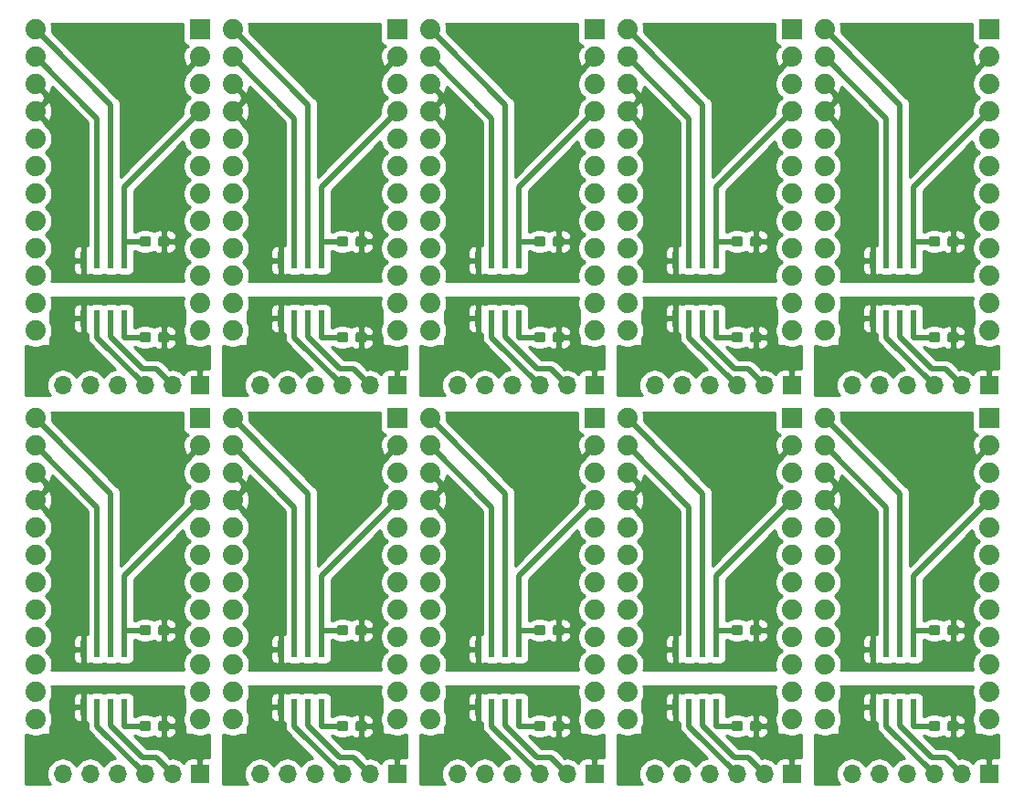
<source format=gbl>
%MOIN*%
%OFA0B0*%
%FSLAX46Y46*%
%IPPOS*%
%LPD*%
%ADD10R,0.023622047244094488X0.0610236220472441*%
%ADD11R,0.074X0.074*%
%ADD12C,0.074*%
%ADD13C,0.0039370078740157488*%
%ADD14C,0.037401574803149609*%
%ADD15R,0.066929133858267723X0.066929133858267723*%
%ADD16O,0.066929133858267723X0.066929133858267723*%
%ADD17C,0.015748031496062995*%
%ADD18C,0.02*%
%ADD19C,0.01*%
%ADD30R,0.023622047244094488X0.0610236220472441*%
%ADD31R,0.074X0.074*%
%ADD32C,0.074*%
%ADD33C,0.0039370078740157488*%
%ADD34C,0.037401574803149609*%
%ADD35R,0.066929133858267723X0.066929133858267723*%
%ADD36O,0.066929133858267723X0.066929133858267723*%
%ADD37C,0.015748031496062995*%
%ADD38C,0.02*%
%ADD39C,0.01*%
%ADD40R,0.023622047244094488X0.0610236220472441*%
%ADD41R,0.074X0.074*%
%ADD42C,0.074*%
%ADD43C,0.0039370078740157488*%
%ADD44C,0.037401574803149609*%
%ADD45R,0.066929133858267723X0.066929133858267723*%
%ADD46O,0.066929133858267723X0.066929133858267723*%
%ADD47C,0.015748031496062995*%
%ADD48C,0.02*%
%ADD49C,0.01*%
%ADD50R,0.023622047244094488X0.0610236220472441*%
%ADD51R,0.074X0.074*%
%ADD52C,0.074*%
%ADD53C,0.0039370078740157488*%
%ADD54C,0.037401574803149609*%
%ADD55R,0.066929133858267723X0.066929133858267723*%
%ADD56O,0.066929133858267723X0.066929133858267723*%
%ADD57C,0.015748031496062995*%
%ADD58C,0.02*%
%ADD59C,0.01*%
%ADD60R,0.023622047244094488X0.0610236220472441*%
%ADD61R,0.074X0.074*%
%ADD62C,0.074*%
%ADD63C,0.0039370078740157488*%
%ADD64C,0.037401574803149609*%
%ADD65R,0.066929133858267723X0.066929133858267723*%
%ADD66O,0.066929133858267723X0.066929133858267723*%
%ADD67C,0.015748031496062995*%
%ADD68C,0.02*%
%ADD69C,0.01*%
%ADD70R,0.023622047244094488X0.0610236220472441*%
%ADD71R,0.074X0.074*%
%ADD72C,0.074*%
%ADD73C,0.0039370078740157488*%
%ADD74C,0.037401574803149609*%
%ADD75R,0.066929133858267723X0.066929133858267723*%
%ADD76O,0.066929133858267723X0.066929133858267723*%
%ADD77C,0.015748031496062995*%
%ADD78C,0.02*%
%ADD79C,0.01*%
%ADD80R,0.023622047244094488X0.0610236220472441*%
%ADD81R,0.074X0.074*%
%ADD82C,0.074*%
%ADD83C,0.0039370078740157488*%
%ADD84C,0.037401574803149609*%
%ADD85R,0.066929133858267723X0.066929133858267723*%
%ADD86O,0.066929133858267723X0.066929133858267723*%
%ADD87C,0.015748031496062995*%
%ADD88C,0.02*%
%ADD89C,0.01*%
%ADD90R,0.023622047244094488X0.0610236220472441*%
%ADD91R,0.074X0.074*%
%ADD92C,0.074*%
%ADD93C,0.0039370078740157488*%
%ADD94C,0.037401574803149609*%
%ADD95R,0.066929133858267723X0.066929133858267723*%
%ADD96O,0.066929133858267723X0.066929133858267723*%
%ADD97C,0.015748031496062995*%
%ADD98C,0.02*%
%ADD99C,0.01*%
%ADD100R,0.023622047244094488X0.0610236220472441*%
%ADD101R,0.074X0.074*%
%ADD102C,0.074*%
%ADD103C,0.0039370078740157488*%
%ADD104C,0.037401574803149609*%
%ADD105R,0.066929133858267723X0.066929133858267723*%
%ADD106O,0.066929133858267723X0.066929133858267723*%
%ADD107C,0.015748031496062995*%
%ADD108C,0.02*%
%ADD109C,0.01*%
%ADD110R,0.023622047244094488X0.0610236220472441*%
%ADD111R,0.074X0.074*%
%ADD112C,0.074*%
%ADD113C,0.0039370078740157488*%
%ADD114C,0.037401574803149609*%
%ADD115R,0.066929133858267723X0.066929133858267723*%
%ADD116O,0.066929133858267723X0.066929133858267723*%
%ADD117C,0.015748031496062995*%
%ADD118C,0.02*%
%ADD119C,0.01*%
D10*
X-0005110999Y0004759999D02*
X0000385000Y0000303700D03*
X0000335000Y0000303700D03*
X0000285000Y0000303700D03*
X0000235000Y0000303700D03*
X0000235000Y0000516299D03*
X0000285000Y0000516299D03*
X0000335000Y0000516299D03*
X0000385000Y0000516299D03*
D11*
X0000660000Y0001359999D03*
D12*
X0000660000Y0001259999D03*
X0000660000Y0001159999D03*
X0000660000Y0001059999D03*
X0000660000Y0000959999D03*
X0000660000Y0000859999D03*
X0000660000Y0000759999D03*
X0000660000Y0000659999D03*
X0000660000Y0000559999D03*
X0000660000Y0000459999D03*
X0000660000Y0000359999D03*
X0000660000Y0000259999D03*
X0000060000Y0000259999D03*
X0000060000Y0000359999D03*
X0000060000Y0000459999D03*
X0000060000Y0000559999D03*
X0000060000Y0000659999D03*
X0000060000Y0000759999D03*
X0000060000Y0000859999D03*
X0000060000Y0000959999D03*
X0000060000Y0001059999D03*
X0000060000Y0001159999D03*
X0000060000Y0001259999D03*
X0000060000Y0001359999D03*
D13*
G36*
X0000541133Y0000603655D02*
G01*
X0000542040Y0000603521D01*
X0000542930Y0000603298D01*
X0000543794Y0000602988D01*
X0000544624Y0000602596D01*
X0000545411Y0000602124D01*
X0000546148Y0000601578D01*
X0000546828Y0000600962D01*
X0000547444Y0000600282D01*
X0000547991Y0000599545D01*
X0000548462Y0000598758D01*
X0000548855Y0000597928D01*
X0000549164Y0000597064D01*
X0000549387Y0000596174D01*
X0000549522Y0000595266D01*
X0000549567Y0000594350D01*
X0000549567Y0000575649D01*
X0000549522Y0000574733D01*
X0000549387Y0000573825D01*
X0000549164Y0000572935D01*
X0000548855Y0000572071D01*
X0000548462Y0000571241D01*
X0000547991Y0000570454D01*
X0000547444Y0000569717D01*
X0000546828Y0000569037D01*
X0000546148Y0000568421D01*
X0000545411Y0000567875D01*
X0000544624Y0000567403D01*
X0000543794Y0000567010D01*
X0000542930Y0000566701D01*
X0000542040Y0000566478D01*
X0000541133Y0000566344D01*
X0000540216Y0000566299D01*
X0000517578Y0000566299D01*
X0000516662Y0000566344D01*
X0000515754Y0000566478D01*
X0000514864Y0000566701D01*
X0000514000Y0000567010D01*
X0000513171Y0000567403D01*
X0000512384Y0000567875D01*
X0000511647Y0000568421D01*
X0000510967Y0000569037D01*
X0000510350Y0000569717D01*
X0000509804Y0000570454D01*
X0000509332Y0000571241D01*
X0000508940Y0000572071D01*
X0000508631Y0000572935D01*
X0000508408Y0000573825D01*
X0000508273Y0000574733D01*
X0000508228Y0000575649D01*
X0000508228Y0000594350D01*
X0000508273Y0000595266D01*
X0000508408Y0000596174D01*
X0000508631Y0000597064D01*
X0000508940Y0000597928D01*
X0000509332Y0000598758D01*
X0000509804Y0000599545D01*
X0000510350Y0000600282D01*
X0000510967Y0000600962D01*
X0000511647Y0000601578D01*
X0000512384Y0000602124D01*
X0000513171Y0000602596D01*
X0000514000Y0000602988D01*
X0000514864Y0000603298D01*
X0000515754Y0000603521D01*
X0000516662Y0000603655D01*
X0000517578Y0000603700D01*
X0000540216Y0000603700D01*
X0000541133Y0000603655D01*
X0000541133Y0000603655D01*
G37*
D14*
X0000528897Y0000584999D03*
D13*
G36*
X0000472235Y0000603655D02*
G01*
X0000473143Y0000603521D01*
X0000474033Y0000603298D01*
X0000474897Y0000602988D01*
X0000475726Y0000602596D01*
X0000476513Y0000602124D01*
X0000477250Y0000601578D01*
X0000477930Y0000600962D01*
X0000478546Y0000600282D01*
X0000479093Y0000599545D01*
X0000479565Y0000598758D01*
X0000479957Y0000597928D01*
X0000480266Y0000597064D01*
X0000480489Y0000596174D01*
X0000480624Y0000595266D01*
X0000480669Y0000594350D01*
X0000480669Y0000575649D01*
X0000480624Y0000574733D01*
X0000480489Y0000573825D01*
X0000480266Y0000572935D01*
X0000479957Y0000572071D01*
X0000479565Y0000571241D01*
X0000479093Y0000570454D01*
X0000478546Y0000569717D01*
X0000477930Y0000569037D01*
X0000477250Y0000568421D01*
X0000476513Y0000567875D01*
X0000475726Y0000567403D01*
X0000474897Y0000567010D01*
X0000474033Y0000566701D01*
X0000473143Y0000566478D01*
X0000472235Y0000566344D01*
X0000471319Y0000566299D01*
X0000448681Y0000566299D01*
X0000447764Y0000566344D01*
X0000446857Y0000566478D01*
X0000445966Y0000566701D01*
X0000445102Y0000567010D01*
X0000444273Y0000567403D01*
X0000443486Y0000567875D01*
X0000442749Y0000568421D01*
X0000442069Y0000569037D01*
X0000441453Y0000569717D01*
X0000440906Y0000570454D01*
X0000440434Y0000571241D01*
X0000440042Y0000572071D01*
X0000439733Y0000572935D01*
X0000439510Y0000573825D01*
X0000439375Y0000574733D01*
X0000439330Y0000575649D01*
X0000439330Y0000594350D01*
X0000439375Y0000595266D01*
X0000439510Y0000596174D01*
X0000439733Y0000597064D01*
X0000440042Y0000597928D01*
X0000440434Y0000598758D01*
X0000440906Y0000599545D01*
X0000441453Y0000600282D01*
X0000442069Y0000600962D01*
X0000442749Y0000601578D01*
X0000443486Y0000602124D01*
X0000444273Y0000602596D01*
X0000445102Y0000602988D01*
X0000445966Y0000603298D01*
X0000446857Y0000603521D01*
X0000447764Y0000603655D01*
X0000448681Y0000603700D01*
X0000471319Y0000603700D01*
X0000472235Y0000603655D01*
X0000472235Y0000603655D01*
G37*
D14*
X0000460000Y0000584999D03*
D13*
G36*
X0000472235Y0000253655D02*
G01*
X0000473143Y0000253521D01*
X0000474033Y0000253298D01*
X0000474897Y0000252988D01*
X0000475726Y0000252596D01*
X0000476513Y0000252124D01*
X0000477250Y0000251578D01*
X0000477930Y0000250962D01*
X0000478546Y0000250282D01*
X0000479093Y0000249545D01*
X0000479565Y0000248758D01*
X0000479957Y0000247928D01*
X0000480266Y0000247064D01*
X0000480489Y0000246174D01*
X0000480624Y0000245266D01*
X0000480669Y0000244350D01*
X0000480669Y0000225649D01*
X0000480624Y0000224733D01*
X0000480489Y0000223825D01*
X0000480266Y0000222935D01*
X0000479957Y0000222071D01*
X0000479565Y0000221241D01*
X0000479093Y0000220454D01*
X0000478546Y0000219717D01*
X0000477930Y0000219037D01*
X0000477250Y0000218421D01*
X0000476513Y0000217875D01*
X0000475726Y0000217403D01*
X0000474897Y0000217010D01*
X0000474033Y0000216701D01*
X0000473143Y0000216478D01*
X0000472235Y0000216344D01*
X0000471319Y0000216299D01*
X0000448681Y0000216299D01*
X0000447764Y0000216344D01*
X0000446857Y0000216478D01*
X0000445966Y0000216701D01*
X0000445102Y0000217010D01*
X0000444273Y0000217403D01*
X0000443486Y0000217875D01*
X0000442749Y0000218421D01*
X0000442069Y0000219037D01*
X0000441453Y0000219717D01*
X0000440906Y0000220454D01*
X0000440434Y0000221241D01*
X0000440042Y0000222071D01*
X0000439733Y0000222935D01*
X0000439510Y0000223825D01*
X0000439375Y0000224733D01*
X0000439330Y0000225649D01*
X0000439330Y0000244350D01*
X0000439375Y0000245266D01*
X0000439510Y0000246174D01*
X0000439733Y0000247064D01*
X0000440042Y0000247928D01*
X0000440434Y0000248758D01*
X0000440906Y0000249545D01*
X0000441453Y0000250282D01*
X0000442069Y0000250962D01*
X0000442749Y0000251578D01*
X0000443486Y0000252124D01*
X0000444273Y0000252596D01*
X0000445102Y0000252988D01*
X0000445966Y0000253298D01*
X0000446857Y0000253521D01*
X0000447764Y0000253655D01*
X0000448681Y0000253700D01*
X0000471319Y0000253700D01*
X0000472235Y0000253655D01*
X0000472235Y0000253655D01*
G37*
D14*
X0000460000Y0000234999D03*
D13*
G36*
X0000541133Y0000253655D02*
G01*
X0000542040Y0000253521D01*
X0000542930Y0000253298D01*
X0000543794Y0000252988D01*
X0000544624Y0000252596D01*
X0000545411Y0000252124D01*
X0000546148Y0000251578D01*
X0000546828Y0000250962D01*
X0000547444Y0000250282D01*
X0000547991Y0000249545D01*
X0000548462Y0000248758D01*
X0000548855Y0000247928D01*
X0000549164Y0000247064D01*
X0000549387Y0000246174D01*
X0000549522Y0000245266D01*
X0000549567Y0000244350D01*
X0000549567Y0000225649D01*
X0000549522Y0000224733D01*
X0000549387Y0000223825D01*
X0000549164Y0000222935D01*
X0000548855Y0000222071D01*
X0000548462Y0000221241D01*
X0000547991Y0000220454D01*
X0000547444Y0000219717D01*
X0000546828Y0000219037D01*
X0000546148Y0000218421D01*
X0000545411Y0000217875D01*
X0000544624Y0000217403D01*
X0000543794Y0000217010D01*
X0000542930Y0000216701D01*
X0000542040Y0000216478D01*
X0000541133Y0000216344D01*
X0000540216Y0000216299D01*
X0000517578Y0000216299D01*
X0000516662Y0000216344D01*
X0000515754Y0000216478D01*
X0000514864Y0000216701D01*
X0000514000Y0000217010D01*
X0000513171Y0000217403D01*
X0000512384Y0000217875D01*
X0000511647Y0000218421D01*
X0000510967Y0000219037D01*
X0000510350Y0000219717D01*
X0000509804Y0000220454D01*
X0000509332Y0000221241D01*
X0000508940Y0000222071D01*
X0000508631Y0000222935D01*
X0000508408Y0000223825D01*
X0000508273Y0000224733D01*
X0000508228Y0000225649D01*
X0000508228Y0000244350D01*
X0000508273Y0000245266D01*
X0000508408Y0000246174D01*
X0000508631Y0000247064D01*
X0000508940Y0000247928D01*
X0000509332Y0000248758D01*
X0000509804Y0000249545D01*
X0000510350Y0000250282D01*
X0000510967Y0000250962D01*
X0000511647Y0000251578D01*
X0000512384Y0000252124D01*
X0000513171Y0000252596D01*
X0000514000Y0000252988D01*
X0000514864Y0000253298D01*
X0000515754Y0000253521D01*
X0000516662Y0000253655D01*
X0000517578Y0000253700D01*
X0000540216Y0000253700D01*
X0000541133Y0000253655D01*
X0000541133Y0000253655D01*
G37*
D14*
X0000528897Y0000234999D03*
D15*
X0000660000Y0000059999D03*
D16*
X0000560000Y0000059999D03*
X0000460000Y0000059999D03*
X0000360000Y0000059999D03*
X0000260000Y0000059999D03*
X0000160000Y0000059999D03*
D17*
X0000385000Y0000234999D03*
D18*
X0000285000Y0001034999D02*
X0000060000Y0001259999D01*
X0000285000Y0000516299D02*
X0000285000Y0001034999D01*
X0000097000Y0001323000D02*
X0000060000Y0001359999D01*
X0000335000Y0001084999D02*
X0000097000Y0001323000D01*
X0000335000Y0000516299D02*
X0000335000Y0001084999D01*
X0000526535Y0000093464D02*
X0000560000Y0000059999D01*
X0000501535Y0000118464D02*
X0000526535Y0000093464D01*
X0000452037Y0000118464D02*
X0000501535Y0000118464D01*
X0000335000Y0000235501D02*
X0000452037Y0000118464D01*
X0000335000Y0000303700D02*
X0000335000Y0000235501D01*
X0000285000Y0000234999D02*
X0000285000Y0000303700D01*
X0000460000Y0000059999D02*
X0000285000Y0000234999D01*
X0000385000Y0000234999D02*
X0000385000Y0000234999D01*
X0000385000Y0000303700D02*
X0000385000Y0000234999D01*
X0000460000Y0000234999D02*
X0000385000Y0000234999D01*
X0000660000Y0001059999D02*
X0000385000Y0000784999D01*
X0000385000Y0000784999D02*
X0000385000Y0000584999D01*
X0000385000Y0000584999D02*
X0000385000Y0000516299D01*
X0000460000Y0000584999D02*
X0000385000Y0000584999D01*
D19*
G36*
X0000600382Y0000378084D02*
G01*
X0000598000Y0000366106D01*
X0000598000Y0000353893D01*
X0000600382Y0000341915D01*
X0000605000Y0000330767D01*
X0000605000Y0000289232D01*
X0000600382Y0000278084D01*
X0000598000Y0000266106D01*
X0000598000Y0000253893D01*
X0000600382Y0000241915D01*
X0000605000Y0000230767D01*
X0000605000Y0000209999D01*
X0000605096Y0000209024D01*
X0000605380Y0000208086D01*
X0000605842Y0000207222D01*
X0000606464Y0000206464D01*
X0000607222Y0000205842D01*
X0000608086Y0000205380D01*
X0000609024Y0000205096D01*
X0000610000Y0000204999D01*
X0000630767Y0000204999D01*
X0000641915Y0000200382D01*
X0000653893Y0000197999D01*
X0000666106Y0000197999D01*
X0000678084Y0000200382D01*
X0000689232Y0000204999D01*
X0000694980Y0000204999D01*
X0000694980Y0000118436D01*
X0000693464Y0000118585D01*
X0000671250Y0000118464D01*
X0000665000Y0000112214D01*
X0000665000Y0000064999D01*
X0000665787Y0000064999D01*
X0000665787Y0000054999D01*
X0000665000Y0000054999D01*
X0000665000Y0000054212D01*
X0000655000Y0000054212D01*
X0000655000Y0000054999D01*
X0000654212Y0000054999D01*
X0000654212Y0000064999D01*
X0000655000Y0000064999D01*
X0000655000Y0000112214D01*
X0000648750Y0000118464D01*
X0000626535Y0000118585D01*
X0000621634Y0000118102D01*
X0000616922Y0000116673D01*
X0000612579Y0000114351D01*
X0000608772Y0000111227D01*
X0000605648Y0000107420D01*
X0000603326Y0000103077D01*
X0000602504Y0000100366D01*
X0000601540Y0000101540D01*
X0000592638Y0000108846D01*
X0000582481Y0000114275D01*
X0000571461Y0000117618D01*
X0000562872Y0000118464D01*
X0000557128Y0000118464D01*
X0000551579Y0000117918D01*
X0000527500Y0000141997D01*
X0000526403Y0000143333D01*
X0000521074Y0000147706D01*
X0000514994Y0000150956D01*
X0000508396Y0000152958D01*
X0000503254Y0000153464D01*
X0000503254Y0000153464D01*
X0000501535Y0000153633D01*
X0000499816Y0000153464D01*
X0000466534Y0000153464D01*
X0000419999Y0000199999D01*
X0000425859Y0000199999D01*
X0000429529Y0000196987D01*
X0000435489Y0000193802D01*
X0000441956Y0000191840D01*
X0000448681Y0000191178D01*
X0000471319Y0000191178D01*
X0000478044Y0000191840D01*
X0000484510Y0000193802D01*
X0000490470Y0000196987D01*
X0000491411Y0000197759D01*
X0000494272Y0000195411D01*
X0000498615Y0000193090D01*
X0000503327Y0000191660D01*
X0000508228Y0000191178D01*
X0000517647Y0000191299D01*
X0000523897Y0000197549D01*
X0000523897Y0000229999D01*
X0000533897Y0000229999D01*
X0000533897Y0000197549D01*
X0000540147Y0000191299D01*
X0000549567Y0000191178D01*
X0000554467Y0000191660D01*
X0000559180Y0000193090D01*
X0000563523Y0000195411D01*
X0000567330Y0000198535D01*
X0000570454Y0000202342D01*
X0000572775Y0000206685D01*
X0000574205Y0000211398D01*
X0000574687Y0000216299D01*
X0000574567Y0000223749D01*
X0000568317Y0000229999D01*
X0000533897Y0000229999D01*
X0000523897Y0000229999D01*
X0000523110Y0000229999D01*
X0000523110Y0000239999D01*
X0000523897Y0000239999D01*
X0000523897Y0000272450D01*
X0000533897Y0000272450D01*
X0000533897Y0000239999D01*
X0000568317Y0000239999D01*
X0000574567Y0000246249D01*
X0000574687Y0000253700D01*
X0000574205Y0000258601D01*
X0000572775Y0000263314D01*
X0000570454Y0000267657D01*
X0000567330Y0000271463D01*
X0000563523Y0000274588D01*
X0000559180Y0000276909D01*
X0000554467Y0000278339D01*
X0000549567Y0000278821D01*
X0000540147Y0000278700D01*
X0000533897Y0000272450D01*
X0000523897Y0000272450D01*
X0000517647Y0000278700D01*
X0000508228Y0000278821D01*
X0000503327Y0000278339D01*
X0000498615Y0000276909D01*
X0000494272Y0000274588D01*
X0000491411Y0000272240D01*
X0000490470Y0000273012D01*
X0000484510Y0000276197D01*
X0000478044Y0000278159D01*
X0000471319Y0000278821D01*
X0000448681Y0000278821D01*
X0000441956Y0000278159D01*
X0000435489Y0000276197D01*
X0000429529Y0000273012D01*
X0000425859Y0000269999D01*
X0000421617Y0000269999D01*
X0000421932Y0000273188D01*
X0000421932Y0000334212D01*
X0000421449Y0000339113D01*
X0000420019Y0000343825D01*
X0000417698Y0000348169D01*
X0000414574Y0000351975D01*
X0000410767Y0000355099D01*
X0000406424Y0000357421D01*
X0000401712Y0000358850D01*
X0000396811Y0000359333D01*
X0000373189Y0000359333D01*
X0000368288Y0000358850D01*
X0000363575Y0000357421D01*
X0000360000Y0000355510D01*
X0000356424Y0000357421D01*
X0000351712Y0000358850D01*
X0000346811Y0000359333D01*
X0000323189Y0000359333D01*
X0000318288Y0000358850D01*
X0000313575Y0000357421D01*
X0000310000Y0000355510D01*
X0000306424Y0000357421D01*
X0000301712Y0000358850D01*
X0000296811Y0000359333D01*
X0000273189Y0000359333D01*
X0000268288Y0000358850D01*
X0000263575Y0000357421D01*
X0000260000Y0000355510D01*
X0000256424Y0000357421D01*
X0000251712Y0000358850D01*
X0000246811Y0000359333D01*
X0000246250Y0000359212D01*
X0000240000Y0000352962D01*
X0000240000Y0000308700D01*
X0000240787Y0000308700D01*
X0000240787Y0000298700D01*
X0000240000Y0000298700D01*
X0000240000Y0000254438D01*
X0000246250Y0000248188D01*
X0000246811Y0000248067D01*
X0000250000Y0000248382D01*
X0000250000Y0000236718D01*
X0000249830Y0000234999D01*
X0000250000Y0000233281D01*
X0000250000Y0000233280D01*
X0000250506Y0000228138D01*
X0000252507Y0000221541D01*
X0000255757Y0000215460D01*
X0000260131Y0000210131D01*
X0000261467Y0000209035D01*
X0000352494Y0000118008D01*
X0000348539Y0000117618D01*
X0000337518Y0000114275D01*
X0000327361Y0000108846D01*
X0000318459Y0000101540D01*
X0000311153Y0000092638D01*
X0000310000Y0000090480D01*
X0000308846Y0000092638D01*
X0000301540Y0000101540D01*
X0000292638Y0000108846D01*
X0000282481Y0000114275D01*
X0000271461Y0000117618D01*
X0000262872Y0000118464D01*
X0000257128Y0000118464D01*
X0000248539Y0000117618D01*
X0000237518Y0000114275D01*
X0000227361Y0000108846D01*
X0000218459Y0000101540D01*
X0000211153Y0000092638D01*
X0000210000Y0000090480D01*
X0000208846Y0000092638D01*
X0000201540Y0000101540D01*
X0000192638Y0000108846D01*
X0000182481Y0000114275D01*
X0000171461Y0000117618D01*
X0000162872Y0000118464D01*
X0000157128Y0000118464D01*
X0000148539Y0000117618D01*
X0000137518Y0000114275D01*
X0000127361Y0000108846D01*
X0000118459Y0000101540D01*
X0000111153Y0000092638D01*
X0000105724Y0000082481D01*
X0000102381Y0000071461D01*
X0000101252Y0000059999D01*
X0000102381Y0000048538D01*
X0000105724Y0000037518D01*
X0000111153Y0000027361D01*
X0000113075Y0000025019D01*
X0000025019Y0000025019D01*
X0000025019Y0000204999D01*
X0000030767Y0000204999D01*
X0000041915Y0000200382D01*
X0000053893Y0000197999D01*
X0000066106Y0000197999D01*
X0000078084Y0000200382D01*
X0000089232Y0000204999D01*
X0000110000Y0000204999D01*
X0000110975Y0000205096D01*
X0000111913Y0000205380D01*
X0000112777Y0000205842D01*
X0000113535Y0000206464D01*
X0000114157Y0000207222D01*
X0000114619Y0000208086D01*
X0000114904Y0000209024D01*
X0000115000Y0000209999D01*
X0000115000Y0000230767D01*
X0000119617Y0000241915D01*
X0000122000Y0000253893D01*
X0000122000Y0000266106D01*
X0000120591Y0000273188D01*
X0000198068Y0000273188D01*
X0000198550Y0000268288D01*
X0000199980Y0000263575D01*
X0000202301Y0000259232D01*
X0000205425Y0000255425D01*
X0000209232Y0000252301D01*
X0000213575Y0000249980D01*
X0000218288Y0000248550D01*
X0000223189Y0000248067D01*
X0000223750Y0000248188D01*
X0000230000Y0000254438D01*
X0000230000Y0000298700D01*
X0000204439Y0000298700D01*
X0000198189Y0000292450D01*
X0000198068Y0000273188D01*
X0000120591Y0000273188D01*
X0000119617Y0000278084D01*
X0000115000Y0000289232D01*
X0000115000Y0000330767D01*
X0000116426Y0000334212D01*
X0000198068Y0000334212D01*
X0000198189Y0000314950D01*
X0000204439Y0000308700D01*
X0000230000Y0000308700D01*
X0000230000Y0000352962D01*
X0000223750Y0000359212D01*
X0000223189Y0000359333D01*
X0000218288Y0000358850D01*
X0000213575Y0000357421D01*
X0000209232Y0000355099D01*
X0000205425Y0000351975D01*
X0000202301Y0000348169D01*
X0000199980Y0000343825D01*
X0000198550Y0000339113D01*
X0000198068Y0000334212D01*
X0000116426Y0000334212D01*
X0000119617Y0000341915D01*
X0000122000Y0000353893D01*
X0000122000Y0000366106D01*
X0000119617Y0000378084D01*
X0000118824Y0000379999D01*
X0000601176Y0000379999D01*
X0000600382Y0000378084D01*
X0000600382Y0000378084D01*
G37*
X0000600382Y0000378084D02*
X0000598000Y0000366106D01*
X0000598000Y0000353893D01*
X0000600382Y0000341915D01*
X0000605000Y0000330767D01*
X0000605000Y0000289232D01*
X0000600382Y0000278084D01*
X0000598000Y0000266106D01*
X0000598000Y0000253893D01*
X0000600382Y0000241915D01*
X0000605000Y0000230767D01*
X0000605000Y0000209999D01*
X0000605096Y0000209024D01*
X0000605380Y0000208086D01*
X0000605842Y0000207222D01*
X0000606464Y0000206464D01*
X0000607222Y0000205842D01*
X0000608086Y0000205380D01*
X0000609024Y0000205096D01*
X0000610000Y0000204999D01*
X0000630767Y0000204999D01*
X0000641915Y0000200382D01*
X0000653893Y0000197999D01*
X0000666106Y0000197999D01*
X0000678084Y0000200382D01*
X0000689232Y0000204999D01*
X0000694980Y0000204999D01*
X0000694980Y0000118436D01*
X0000693464Y0000118585D01*
X0000671250Y0000118464D01*
X0000665000Y0000112214D01*
X0000665000Y0000064999D01*
X0000665787Y0000064999D01*
X0000665787Y0000054999D01*
X0000665000Y0000054999D01*
X0000665000Y0000054212D01*
X0000655000Y0000054212D01*
X0000655000Y0000054999D01*
X0000654212Y0000054999D01*
X0000654212Y0000064999D01*
X0000655000Y0000064999D01*
X0000655000Y0000112214D01*
X0000648750Y0000118464D01*
X0000626535Y0000118585D01*
X0000621634Y0000118102D01*
X0000616922Y0000116673D01*
X0000612579Y0000114351D01*
X0000608772Y0000111227D01*
X0000605648Y0000107420D01*
X0000603326Y0000103077D01*
X0000602504Y0000100366D01*
X0000601540Y0000101540D01*
X0000592638Y0000108846D01*
X0000582481Y0000114275D01*
X0000571461Y0000117618D01*
X0000562872Y0000118464D01*
X0000557128Y0000118464D01*
X0000551579Y0000117918D01*
X0000527500Y0000141997D01*
X0000526403Y0000143333D01*
X0000521074Y0000147706D01*
X0000514994Y0000150956D01*
X0000508396Y0000152958D01*
X0000503254Y0000153464D01*
X0000503254Y0000153464D01*
X0000501535Y0000153633D01*
X0000499816Y0000153464D01*
X0000466534Y0000153464D01*
X0000419999Y0000199999D01*
X0000425859Y0000199999D01*
X0000429529Y0000196987D01*
X0000435489Y0000193802D01*
X0000441956Y0000191840D01*
X0000448681Y0000191178D01*
X0000471319Y0000191178D01*
X0000478044Y0000191840D01*
X0000484510Y0000193802D01*
X0000490470Y0000196987D01*
X0000491411Y0000197759D01*
X0000494272Y0000195411D01*
X0000498615Y0000193090D01*
X0000503327Y0000191660D01*
X0000508228Y0000191178D01*
X0000517647Y0000191299D01*
X0000523897Y0000197549D01*
X0000523897Y0000229999D01*
X0000533897Y0000229999D01*
X0000533897Y0000197549D01*
X0000540147Y0000191299D01*
X0000549567Y0000191178D01*
X0000554467Y0000191660D01*
X0000559180Y0000193090D01*
X0000563523Y0000195411D01*
X0000567330Y0000198535D01*
X0000570454Y0000202342D01*
X0000572775Y0000206685D01*
X0000574205Y0000211398D01*
X0000574687Y0000216299D01*
X0000574567Y0000223749D01*
X0000568317Y0000229999D01*
X0000533897Y0000229999D01*
X0000523897Y0000229999D01*
X0000523110Y0000229999D01*
X0000523110Y0000239999D01*
X0000523897Y0000239999D01*
X0000523897Y0000272450D01*
X0000533897Y0000272450D01*
X0000533897Y0000239999D01*
X0000568317Y0000239999D01*
X0000574567Y0000246249D01*
X0000574687Y0000253700D01*
X0000574205Y0000258601D01*
X0000572775Y0000263314D01*
X0000570454Y0000267657D01*
X0000567330Y0000271463D01*
X0000563523Y0000274588D01*
X0000559180Y0000276909D01*
X0000554467Y0000278339D01*
X0000549567Y0000278821D01*
X0000540147Y0000278700D01*
X0000533897Y0000272450D01*
X0000523897Y0000272450D01*
X0000517647Y0000278700D01*
X0000508228Y0000278821D01*
X0000503327Y0000278339D01*
X0000498615Y0000276909D01*
X0000494272Y0000274588D01*
X0000491411Y0000272240D01*
X0000490470Y0000273012D01*
X0000484510Y0000276197D01*
X0000478044Y0000278159D01*
X0000471319Y0000278821D01*
X0000448681Y0000278821D01*
X0000441956Y0000278159D01*
X0000435489Y0000276197D01*
X0000429529Y0000273012D01*
X0000425859Y0000269999D01*
X0000421617Y0000269999D01*
X0000421932Y0000273188D01*
X0000421932Y0000334212D01*
X0000421449Y0000339113D01*
X0000420019Y0000343825D01*
X0000417698Y0000348169D01*
X0000414574Y0000351975D01*
X0000410767Y0000355099D01*
X0000406424Y0000357421D01*
X0000401712Y0000358850D01*
X0000396811Y0000359333D01*
X0000373189Y0000359333D01*
X0000368288Y0000358850D01*
X0000363575Y0000357421D01*
X0000360000Y0000355510D01*
X0000356424Y0000357421D01*
X0000351712Y0000358850D01*
X0000346811Y0000359333D01*
X0000323189Y0000359333D01*
X0000318288Y0000358850D01*
X0000313575Y0000357421D01*
X0000310000Y0000355510D01*
X0000306424Y0000357421D01*
X0000301712Y0000358850D01*
X0000296811Y0000359333D01*
X0000273189Y0000359333D01*
X0000268288Y0000358850D01*
X0000263575Y0000357421D01*
X0000260000Y0000355510D01*
X0000256424Y0000357421D01*
X0000251712Y0000358850D01*
X0000246811Y0000359333D01*
X0000246250Y0000359212D01*
X0000240000Y0000352962D01*
X0000240000Y0000308700D01*
X0000240787Y0000308700D01*
X0000240787Y0000298700D01*
X0000240000Y0000298700D01*
X0000240000Y0000254438D01*
X0000246250Y0000248188D01*
X0000246811Y0000248067D01*
X0000250000Y0000248382D01*
X0000250000Y0000236718D01*
X0000249830Y0000234999D01*
X0000250000Y0000233281D01*
X0000250000Y0000233280D01*
X0000250506Y0000228138D01*
X0000252507Y0000221541D01*
X0000255757Y0000215460D01*
X0000260131Y0000210131D01*
X0000261467Y0000209035D01*
X0000352494Y0000118008D01*
X0000348539Y0000117618D01*
X0000337518Y0000114275D01*
X0000327361Y0000108846D01*
X0000318459Y0000101540D01*
X0000311153Y0000092638D01*
X0000310000Y0000090480D01*
X0000308846Y0000092638D01*
X0000301540Y0000101540D01*
X0000292638Y0000108846D01*
X0000282481Y0000114275D01*
X0000271461Y0000117618D01*
X0000262872Y0000118464D01*
X0000257128Y0000118464D01*
X0000248539Y0000117618D01*
X0000237518Y0000114275D01*
X0000227361Y0000108846D01*
X0000218459Y0000101540D01*
X0000211153Y0000092638D01*
X0000210000Y0000090480D01*
X0000208846Y0000092638D01*
X0000201540Y0000101540D01*
X0000192638Y0000108846D01*
X0000182481Y0000114275D01*
X0000171461Y0000117618D01*
X0000162872Y0000118464D01*
X0000157128Y0000118464D01*
X0000148539Y0000117618D01*
X0000137518Y0000114275D01*
X0000127361Y0000108846D01*
X0000118459Y0000101540D01*
X0000111153Y0000092638D01*
X0000105724Y0000082481D01*
X0000102381Y0000071461D01*
X0000101252Y0000059999D01*
X0000102381Y0000048538D01*
X0000105724Y0000037518D01*
X0000111153Y0000027361D01*
X0000113075Y0000025019D01*
X0000025019Y0000025019D01*
X0000025019Y0000204999D01*
X0000030767Y0000204999D01*
X0000041915Y0000200382D01*
X0000053893Y0000197999D01*
X0000066106Y0000197999D01*
X0000078084Y0000200382D01*
X0000089232Y0000204999D01*
X0000110000Y0000204999D01*
X0000110975Y0000205096D01*
X0000111913Y0000205380D01*
X0000112777Y0000205842D01*
X0000113535Y0000206464D01*
X0000114157Y0000207222D01*
X0000114619Y0000208086D01*
X0000114904Y0000209024D01*
X0000115000Y0000209999D01*
X0000115000Y0000230767D01*
X0000119617Y0000241915D01*
X0000122000Y0000253893D01*
X0000122000Y0000266106D01*
X0000120591Y0000273188D01*
X0000198068Y0000273188D01*
X0000198550Y0000268288D01*
X0000199980Y0000263575D01*
X0000202301Y0000259232D01*
X0000205425Y0000255425D01*
X0000209232Y0000252301D01*
X0000213575Y0000249980D01*
X0000218288Y0000248550D01*
X0000223189Y0000248067D01*
X0000223750Y0000248188D01*
X0000230000Y0000254438D01*
X0000230000Y0000298700D01*
X0000204439Y0000298700D01*
X0000198189Y0000292450D01*
X0000198068Y0000273188D01*
X0000120591Y0000273188D01*
X0000119617Y0000278084D01*
X0000115000Y0000289232D01*
X0000115000Y0000330767D01*
X0000116426Y0000334212D01*
X0000198068Y0000334212D01*
X0000198189Y0000314950D01*
X0000204439Y0000308700D01*
X0000230000Y0000308700D01*
X0000230000Y0000352962D01*
X0000223750Y0000359212D01*
X0000223189Y0000359333D01*
X0000218288Y0000358850D01*
X0000213575Y0000357421D01*
X0000209232Y0000355099D01*
X0000205425Y0000351975D01*
X0000202301Y0000348169D01*
X0000199980Y0000343825D01*
X0000198550Y0000339113D01*
X0000198068Y0000334212D01*
X0000116426Y0000334212D01*
X0000119617Y0000341915D01*
X0000122000Y0000353893D01*
X0000122000Y0000366106D01*
X0000119617Y0000378084D01*
X0000118824Y0000379999D01*
X0000601176Y0000379999D01*
X0000600382Y0000378084D01*
G36*
X0000067627Y0001160556D02*
G01*
X0000067071Y0001159999D01*
X0000103010Y0001124060D01*
X0000113178Y0001127544D01*
X0000118488Y0001138542D01*
X0000121259Y0001149242D01*
X0000250000Y0001020502D01*
X0000250000Y0000571617D01*
X0000246811Y0000571931D01*
X0000246250Y0000571810D01*
X0000240000Y0000565560D01*
X0000240000Y0000521299D01*
X0000240787Y0000521299D01*
X0000240787Y0000511299D01*
X0000240000Y0000511299D01*
X0000240000Y0000467037D01*
X0000246250Y0000460787D01*
X0000246811Y0000460666D01*
X0000251712Y0000461149D01*
X0000256424Y0000462578D01*
X0000260000Y0000464489D01*
X0000263575Y0000462578D01*
X0000268288Y0000461149D01*
X0000273189Y0000460666D01*
X0000296811Y0000460666D01*
X0000301712Y0000461149D01*
X0000306424Y0000462578D01*
X0000310000Y0000464489D01*
X0000313575Y0000462578D01*
X0000318288Y0000461149D01*
X0000323189Y0000460666D01*
X0000346811Y0000460666D01*
X0000351712Y0000461149D01*
X0000356424Y0000462578D01*
X0000360000Y0000464489D01*
X0000363575Y0000462578D01*
X0000368288Y0000461149D01*
X0000373189Y0000460666D01*
X0000396811Y0000460666D01*
X0000401712Y0000461149D01*
X0000406424Y0000462578D01*
X0000410767Y0000464900D01*
X0000414574Y0000468024D01*
X0000417698Y0000471830D01*
X0000420019Y0000476173D01*
X0000421449Y0000480886D01*
X0000421932Y0000485787D01*
X0000421932Y0000546810D01*
X0000421617Y0000549999D01*
X0000425859Y0000549999D01*
X0000429529Y0000546987D01*
X0000435489Y0000543802D01*
X0000441956Y0000541840D01*
X0000448681Y0000541178D01*
X0000471319Y0000541178D01*
X0000478044Y0000541840D01*
X0000484510Y0000543802D01*
X0000490470Y0000546987D01*
X0000491411Y0000547759D01*
X0000494272Y0000545411D01*
X0000498615Y0000543090D01*
X0000503327Y0000541660D01*
X0000508228Y0000541178D01*
X0000517647Y0000541299D01*
X0000523897Y0000547549D01*
X0000523897Y0000579999D01*
X0000533897Y0000579999D01*
X0000533897Y0000547549D01*
X0000540147Y0000541299D01*
X0000549567Y0000541178D01*
X0000554467Y0000541660D01*
X0000559180Y0000543090D01*
X0000563523Y0000545411D01*
X0000567330Y0000548535D01*
X0000570454Y0000552342D01*
X0000572775Y0000556685D01*
X0000574205Y0000561398D01*
X0000574687Y0000566299D01*
X0000574567Y0000573749D01*
X0000568317Y0000579999D01*
X0000533897Y0000579999D01*
X0000523897Y0000579999D01*
X0000523110Y0000579999D01*
X0000523110Y0000589999D01*
X0000523897Y0000589999D01*
X0000523897Y0000622450D01*
X0000533897Y0000622450D01*
X0000533897Y0000589999D01*
X0000568317Y0000589999D01*
X0000574567Y0000596249D01*
X0000574687Y0000603700D01*
X0000574205Y0000608601D01*
X0000572775Y0000613314D01*
X0000570454Y0000617657D01*
X0000567330Y0000621463D01*
X0000563523Y0000624588D01*
X0000559180Y0000626909D01*
X0000554467Y0000628339D01*
X0000549567Y0000628821D01*
X0000540147Y0000628700D01*
X0000533897Y0000622450D01*
X0000523897Y0000622450D01*
X0000517647Y0000628700D01*
X0000508228Y0000628821D01*
X0000503327Y0000628339D01*
X0000498615Y0000626909D01*
X0000494272Y0000624588D01*
X0000491411Y0000622240D01*
X0000490470Y0000623012D01*
X0000484510Y0000626197D01*
X0000478044Y0000628159D01*
X0000471319Y0000628821D01*
X0000448681Y0000628821D01*
X0000441956Y0000628159D01*
X0000435489Y0000626197D01*
X0000429529Y0000623012D01*
X0000425859Y0000619999D01*
X0000420000Y0000619999D01*
X0000420000Y0000770502D01*
X0000598894Y0000949396D01*
X0000600382Y0000941915D01*
X0000605056Y0000930631D01*
X0000611841Y0000920477D01*
X0000620477Y0000911841D01*
X0000623233Y0000909999D01*
X0000620477Y0000908158D01*
X0000611841Y0000899522D01*
X0000605056Y0000889367D01*
X0000600382Y0000878084D01*
X0000598000Y0000866106D01*
X0000598000Y0000853893D01*
X0000600382Y0000841915D01*
X0000605056Y0000830631D01*
X0000611841Y0000820477D01*
X0000620477Y0000811841D01*
X0000623233Y0000809999D01*
X0000620477Y0000808158D01*
X0000611841Y0000799522D01*
X0000605056Y0000789367D01*
X0000600382Y0000778084D01*
X0000598000Y0000766106D01*
X0000598000Y0000753893D01*
X0000600382Y0000741915D01*
X0000605056Y0000730631D01*
X0000611841Y0000720477D01*
X0000620477Y0000711841D01*
X0000623233Y0000709999D01*
X0000620477Y0000708158D01*
X0000611841Y0000699522D01*
X0000605056Y0000689367D01*
X0000600382Y0000678084D01*
X0000598000Y0000666106D01*
X0000598000Y0000653893D01*
X0000600382Y0000641915D01*
X0000605056Y0000630631D01*
X0000611841Y0000620477D01*
X0000620477Y0000611841D01*
X0000623233Y0000609999D01*
X0000620477Y0000608158D01*
X0000611841Y0000599522D01*
X0000605056Y0000589367D01*
X0000600382Y0000578084D01*
X0000598000Y0000566106D01*
X0000598000Y0000553893D01*
X0000600382Y0000541915D01*
X0000605056Y0000530631D01*
X0000611841Y0000520477D01*
X0000620477Y0000511841D01*
X0000623233Y0000509999D01*
X0000620477Y0000508158D01*
X0000611841Y0000499522D01*
X0000605056Y0000489367D01*
X0000600382Y0000478084D01*
X0000598000Y0000466106D01*
X0000598000Y0000453893D01*
X0000600382Y0000441915D01*
X0000601176Y0000439999D01*
X0000118824Y0000439999D01*
X0000119617Y0000441915D01*
X0000122000Y0000453893D01*
X0000122000Y0000466106D01*
X0000119617Y0000478084D01*
X0000116426Y0000485787D01*
X0000198068Y0000485787D01*
X0000198550Y0000480886D01*
X0000199980Y0000476173D01*
X0000202301Y0000471830D01*
X0000205425Y0000468024D01*
X0000209232Y0000464900D01*
X0000213575Y0000462578D01*
X0000218288Y0000461149D01*
X0000223189Y0000460666D01*
X0000223750Y0000460787D01*
X0000230000Y0000467037D01*
X0000230000Y0000511299D01*
X0000204439Y0000511299D01*
X0000198189Y0000505049D01*
X0000198068Y0000485787D01*
X0000116426Y0000485787D01*
X0000114943Y0000489367D01*
X0000108158Y0000499522D01*
X0000099522Y0000508158D01*
X0000096766Y0000509999D01*
X0000099522Y0000511841D01*
X0000108158Y0000520477D01*
X0000114943Y0000530631D01*
X0000119617Y0000541915D01*
X0000120591Y0000546810D01*
X0000198068Y0000546810D01*
X0000198189Y0000527549D01*
X0000204439Y0000521299D01*
X0000230000Y0000521299D01*
X0000230000Y0000565560D01*
X0000223750Y0000571810D01*
X0000223189Y0000571931D01*
X0000218288Y0000571449D01*
X0000213575Y0000570019D01*
X0000209232Y0000567698D01*
X0000205425Y0000564574D01*
X0000202301Y0000560767D01*
X0000199980Y0000556424D01*
X0000198550Y0000551711D01*
X0000198068Y0000546810D01*
X0000120591Y0000546810D01*
X0000122000Y0000553893D01*
X0000122000Y0000566106D01*
X0000119617Y0000578084D01*
X0000114943Y0000589367D01*
X0000108158Y0000599522D01*
X0000099522Y0000608158D01*
X0000096766Y0000609999D01*
X0000099522Y0000611841D01*
X0000108158Y0000620477D01*
X0000114943Y0000630631D01*
X0000119617Y0000641915D01*
X0000122000Y0000653893D01*
X0000122000Y0000666106D01*
X0000119617Y0000678084D01*
X0000114943Y0000689367D01*
X0000108158Y0000699522D01*
X0000099522Y0000708158D01*
X0000096766Y0000709999D01*
X0000099522Y0000711841D01*
X0000108158Y0000720477D01*
X0000114943Y0000730631D01*
X0000119617Y0000741915D01*
X0000122000Y0000753893D01*
X0000122000Y0000766106D01*
X0000119617Y0000778084D01*
X0000114943Y0000789367D01*
X0000108158Y0000799522D01*
X0000099522Y0000808158D01*
X0000096766Y0000809999D01*
X0000099522Y0000811841D01*
X0000108158Y0000820477D01*
X0000114943Y0000830631D01*
X0000119617Y0000841915D01*
X0000122000Y0000853893D01*
X0000122000Y0000866106D01*
X0000119617Y0000878084D01*
X0000114943Y0000889367D01*
X0000108158Y0000899522D01*
X0000099522Y0000908158D01*
X0000096766Y0000909999D01*
X0000099522Y0000911841D01*
X0000108158Y0000920477D01*
X0000114943Y0000930631D01*
X0000119617Y0000941915D01*
X0000122000Y0000953893D01*
X0000122000Y0000966106D01*
X0000119617Y0000978084D01*
X0000114943Y0000989367D01*
X0000108158Y0000999522D01*
X0000099522Y0001008158D01*
X0000094145Y0001011751D01*
X0000095939Y0001016989D01*
X0000064115Y0001048813D01*
X0000064144Y0001059999D01*
X0000067071Y0001059999D01*
X0000103010Y0001024060D01*
X0000113178Y0001027544D01*
X0000118488Y0001038542D01*
X0000121550Y0001050365D01*
X0000122247Y0001062558D01*
X0000120552Y0001074652D01*
X0000116530Y0001086184D01*
X0000113178Y0001092455D01*
X0000103010Y0001095939D01*
X0000067071Y0001059999D01*
X0000064144Y0001059999D01*
X0000064174Y0001071245D01*
X0000095939Y0001103010D01*
X0000093544Y0001109999D01*
X0000095939Y0001116989D01*
X0000064377Y0001148551D01*
X0000064417Y0001163766D01*
X0000067627Y0001160556D01*
X0000067627Y0001160556D01*
G37*
X0000067627Y0001160556D02*
X0000067071Y0001159999D01*
X0000103010Y0001124060D01*
X0000113178Y0001127544D01*
X0000118488Y0001138542D01*
X0000121259Y0001149242D01*
X0000250000Y0001020502D01*
X0000250000Y0000571617D01*
X0000246811Y0000571931D01*
X0000246250Y0000571810D01*
X0000240000Y0000565560D01*
X0000240000Y0000521299D01*
X0000240787Y0000521299D01*
X0000240787Y0000511299D01*
X0000240000Y0000511299D01*
X0000240000Y0000467037D01*
X0000246250Y0000460787D01*
X0000246811Y0000460666D01*
X0000251712Y0000461149D01*
X0000256424Y0000462578D01*
X0000260000Y0000464489D01*
X0000263575Y0000462578D01*
X0000268288Y0000461149D01*
X0000273189Y0000460666D01*
X0000296811Y0000460666D01*
X0000301712Y0000461149D01*
X0000306424Y0000462578D01*
X0000310000Y0000464489D01*
X0000313575Y0000462578D01*
X0000318288Y0000461149D01*
X0000323189Y0000460666D01*
X0000346811Y0000460666D01*
X0000351712Y0000461149D01*
X0000356424Y0000462578D01*
X0000360000Y0000464489D01*
X0000363575Y0000462578D01*
X0000368288Y0000461149D01*
X0000373189Y0000460666D01*
X0000396811Y0000460666D01*
X0000401712Y0000461149D01*
X0000406424Y0000462578D01*
X0000410767Y0000464900D01*
X0000414574Y0000468024D01*
X0000417698Y0000471830D01*
X0000420019Y0000476173D01*
X0000421449Y0000480886D01*
X0000421932Y0000485787D01*
X0000421932Y0000546810D01*
X0000421617Y0000549999D01*
X0000425859Y0000549999D01*
X0000429529Y0000546987D01*
X0000435489Y0000543802D01*
X0000441956Y0000541840D01*
X0000448681Y0000541178D01*
X0000471319Y0000541178D01*
X0000478044Y0000541840D01*
X0000484510Y0000543802D01*
X0000490470Y0000546987D01*
X0000491411Y0000547759D01*
X0000494272Y0000545411D01*
X0000498615Y0000543090D01*
X0000503327Y0000541660D01*
X0000508228Y0000541178D01*
X0000517647Y0000541299D01*
X0000523897Y0000547549D01*
X0000523897Y0000579999D01*
X0000533897Y0000579999D01*
X0000533897Y0000547549D01*
X0000540147Y0000541299D01*
X0000549567Y0000541178D01*
X0000554467Y0000541660D01*
X0000559180Y0000543090D01*
X0000563523Y0000545411D01*
X0000567330Y0000548535D01*
X0000570454Y0000552342D01*
X0000572775Y0000556685D01*
X0000574205Y0000561398D01*
X0000574687Y0000566299D01*
X0000574567Y0000573749D01*
X0000568317Y0000579999D01*
X0000533897Y0000579999D01*
X0000523897Y0000579999D01*
X0000523110Y0000579999D01*
X0000523110Y0000589999D01*
X0000523897Y0000589999D01*
X0000523897Y0000622450D01*
X0000533897Y0000622450D01*
X0000533897Y0000589999D01*
X0000568317Y0000589999D01*
X0000574567Y0000596249D01*
X0000574687Y0000603700D01*
X0000574205Y0000608601D01*
X0000572775Y0000613314D01*
X0000570454Y0000617657D01*
X0000567330Y0000621463D01*
X0000563523Y0000624588D01*
X0000559180Y0000626909D01*
X0000554467Y0000628339D01*
X0000549567Y0000628821D01*
X0000540147Y0000628700D01*
X0000533897Y0000622450D01*
X0000523897Y0000622450D01*
X0000517647Y0000628700D01*
X0000508228Y0000628821D01*
X0000503327Y0000628339D01*
X0000498615Y0000626909D01*
X0000494272Y0000624588D01*
X0000491411Y0000622240D01*
X0000490470Y0000623012D01*
X0000484510Y0000626197D01*
X0000478044Y0000628159D01*
X0000471319Y0000628821D01*
X0000448681Y0000628821D01*
X0000441956Y0000628159D01*
X0000435489Y0000626197D01*
X0000429529Y0000623012D01*
X0000425859Y0000619999D01*
X0000420000Y0000619999D01*
X0000420000Y0000770502D01*
X0000598894Y0000949396D01*
X0000600382Y0000941915D01*
X0000605056Y0000930631D01*
X0000611841Y0000920477D01*
X0000620477Y0000911841D01*
X0000623233Y0000909999D01*
X0000620477Y0000908158D01*
X0000611841Y0000899522D01*
X0000605056Y0000889367D01*
X0000600382Y0000878084D01*
X0000598000Y0000866106D01*
X0000598000Y0000853893D01*
X0000600382Y0000841915D01*
X0000605056Y0000830631D01*
X0000611841Y0000820477D01*
X0000620477Y0000811841D01*
X0000623233Y0000809999D01*
X0000620477Y0000808158D01*
X0000611841Y0000799522D01*
X0000605056Y0000789367D01*
X0000600382Y0000778084D01*
X0000598000Y0000766106D01*
X0000598000Y0000753893D01*
X0000600382Y0000741915D01*
X0000605056Y0000730631D01*
X0000611841Y0000720477D01*
X0000620477Y0000711841D01*
X0000623233Y0000709999D01*
X0000620477Y0000708158D01*
X0000611841Y0000699522D01*
X0000605056Y0000689367D01*
X0000600382Y0000678084D01*
X0000598000Y0000666106D01*
X0000598000Y0000653893D01*
X0000600382Y0000641915D01*
X0000605056Y0000630631D01*
X0000611841Y0000620477D01*
X0000620477Y0000611841D01*
X0000623233Y0000609999D01*
X0000620477Y0000608158D01*
X0000611841Y0000599522D01*
X0000605056Y0000589367D01*
X0000600382Y0000578084D01*
X0000598000Y0000566106D01*
X0000598000Y0000553893D01*
X0000600382Y0000541915D01*
X0000605056Y0000530631D01*
X0000611841Y0000520477D01*
X0000620477Y0000511841D01*
X0000623233Y0000509999D01*
X0000620477Y0000508158D01*
X0000611841Y0000499522D01*
X0000605056Y0000489367D01*
X0000600382Y0000478084D01*
X0000598000Y0000466106D01*
X0000598000Y0000453893D01*
X0000600382Y0000441915D01*
X0000601176Y0000439999D01*
X0000118824Y0000439999D01*
X0000119617Y0000441915D01*
X0000122000Y0000453893D01*
X0000122000Y0000466106D01*
X0000119617Y0000478084D01*
X0000116426Y0000485787D01*
X0000198068Y0000485787D01*
X0000198550Y0000480886D01*
X0000199980Y0000476173D01*
X0000202301Y0000471830D01*
X0000205425Y0000468024D01*
X0000209232Y0000464900D01*
X0000213575Y0000462578D01*
X0000218288Y0000461149D01*
X0000223189Y0000460666D01*
X0000223750Y0000460787D01*
X0000230000Y0000467037D01*
X0000230000Y0000511299D01*
X0000204439Y0000511299D01*
X0000198189Y0000505049D01*
X0000198068Y0000485787D01*
X0000116426Y0000485787D01*
X0000114943Y0000489367D01*
X0000108158Y0000499522D01*
X0000099522Y0000508158D01*
X0000096766Y0000509999D01*
X0000099522Y0000511841D01*
X0000108158Y0000520477D01*
X0000114943Y0000530631D01*
X0000119617Y0000541915D01*
X0000120591Y0000546810D01*
X0000198068Y0000546810D01*
X0000198189Y0000527549D01*
X0000204439Y0000521299D01*
X0000230000Y0000521299D01*
X0000230000Y0000565560D01*
X0000223750Y0000571810D01*
X0000223189Y0000571931D01*
X0000218288Y0000571449D01*
X0000213575Y0000570019D01*
X0000209232Y0000567698D01*
X0000205425Y0000564574D01*
X0000202301Y0000560767D01*
X0000199980Y0000556424D01*
X0000198550Y0000551711D01*
X0000198068Y0000546810D01*
X0000120591Y0000546810D01*
X0000122000Y0000553893D01*
X0000122000Y0000566106D01*
X0000119617Y0000578084D01*
X0000114943Y0000589367D01*
X0000108158Y0000599522D01*
X0000099522Y0000608158D01*
X0000096766Y0000609999D01*
X0000099522Y0000611841D01*
X0000108158Y0000620477D01*
X0000114943Y0000630631D01*
X0000119617Y0000641915D01*
X0000122000Y0000653893D01*
X0000122000Y0000666106D01*
X0000119617Y0000678084D01*
X0000114943Y0000689367D01*
X0000108158Y0000699522D01*
X0000099522Y0000708158D01*
X0000096766Y0000709999D01*
X0000099522Y0000711841D01*
X0000108158Y0000720477D01*
X0000114943Y0000730631D01*
X0000119617Y0000741915D01*
X0000122000Y0000753893D01*
X0000122000Y0000766106D01*
X0000119617Y0000778084D01*
X0000114943Y0000789367D01*
X0000108158Y0000799522D01*
X0000099522Y0000808158D01*
X0000096766Y0000809999D01*
X0000099522Y0000811841D01*
X0000108158Y0000820477D01*
X0000114943Y0000830631D01*
X0000119617Y0000841915D01*
X0000122000Y0000853893D01*
X0000122000Y0000866106D01*
X0000119617Y0000878084D01*
X0000114943Y0000889367D01*
X0000108158Y0000899522D01*
X0000099522Y0000908158D01*
X0000096766Y0000909999D01*
X0000099522Y0000911841D01*
X0000108158Y0000920477D01*
X0000114943Y0000930631D01*
X0000119617Y0000941915D01*
X0000122000Y0000953893D01*
X0000122000Y0000966106D01*
X0000119617Y0000978084D01*
X0000114943Y0000989367D01*
X0000108158Y0000999522D01*
X0000099522Y0001008158D01*
X0000094145Y0001011751D01*
X0000095939Y0001016989D01*
X0000064115Y0001048813D01*
X0000064144Y0001059999D01*
X0000067071Y0001059999D01*
X0000103010Y0001024060D01*
X0000113178Y0001027544D01*
X0000118488Y0001038542D01*
X0000121550Y0001050365D01*
X0000122247Y0001062558D01*
X0000120552Y0001074652D01*
X0000116530Y0001086184D01*
X0000113178Y0001092455D01*
X0000103010Y0001095939D01*
X0000067071Y0001059999D01*
X0000064144Y0001059999D01*
X0000064174Y0001071245D01*
X0000095939Y0001103010D01*
X0000093544Y0001109999D01*
X0000095939Y0001116989D01*
X0000064377Y0001148551D01*
X0000064417Y0001163766D01*
X0000067627Y0001160556D01*
G36*
X0000597879Y0001322999D02*
G01*
X0000598361Y0001318099D01*
X0000599791Y0001313386D01*
X0000602112Y0001309043D01*
X0000605236Y0001305236D01*
X0000609043Y0001302112D01*
X0000612851Y0001300077D01*
X0000616989Y0001295939D01*
X0000606822Y0001292455D01*
X0000601512Y0001281457D01*
X0000598449Y0001269634D01*
X0000597752Y0001257441D01*
X0000599447Y0001245347D01*
X0000603470Y0001233815D01*
X0000606822Y0001227544D01*
X0000616989Y0001224060D01*
X0000652929Y0001259999D01*
X0000652372Y0001260556D01*
X0000659443Y0001267627D01*
X0000660000Y0001267071D01*
X0000660556Y0001267627D01*
X0000667627Y0001260556D01*
X0000667071Y0001259999D01*
X0000667627Y0001259443D01*
X0000660556Y0001252372D01*
X0000660000Y0001252928D01*
X0000624060Y0001216989D01*
X0000625855Y0001211751D01*
X0000620477Y0001208158D01*
X0000611841Y0001199522D01*
X0000605056Y0001189367D01*
X0000600382Y0001178084D01*
X0000598000Y0001166106D01*
X0000598000Y0001153893D01*
X0000600382Y0001141915D01*
X0000605056Y0001130631D01*
X0000611841Y0001120477D01*
X0000620477Y0001111841D01*
X0000623233Y0001109999D01*
X0000620477Y0001108158D01*
X0000611841Y0001099522D01*
X0000605056Y0001089367D01*
X0000600382Y0001078084D01*
X0000598000Y0001066106D01*
X0000598000Y0001053893D01*
X0000599061Y0001048558D01*
X0000370000Y0000819497D01*
X0000370000Y0001083281D01*
X0000370169Y0001085000D01*
X0000370000Y0001086718D01*
X0000370000Y0001086719D01*
X0000369493Y0001091861D01*
X0000369493Y0001091861D01*
X0000367492Y0001098458D01*
X0000366464Y0001100382D01*
X0000364242Y0001104538D01*
X0000359868Y0001109868D01*
X0000358533Y0001110964D01*
X0000122964Y0001346532D01*
X0000122964Y0001346533D01*
X0000120938Y0001348558D01*
X0000122000Y0001353893D01*
X0000122000Y0001366106D01*
X0000119617Y0001378084D01*
X0000118824Y0001379999D01*
X0000597879Y0001379999D01*
X0000597879Y0001322999D01*
X0000597879Y0001322999D01*
G37*
X0000597879Y0001322999D02*
X0000598361Y0001318099D01*
X0000599791Y0001313386D01*
X0000602112Y0001309043D01*
X0000605236Y0001305236D01*
X0000609043Y0001302112D01*
X0000612851Y0001300077D01*
X0000616989Y0001295939D01*
X0000606822Y0001292455D01*
X0000601512Y0001281457D01*
X0000598449Y0001269634D01*
X0000597752Y0001257441D01*
X0000599447Y0001245347D01*
X0000603470Y0001233815D01*
X0000606822Y0001227544D01*
X0000616989Y0001224060D01*
X0000652929Y0001259999D01*
X0000652372Y0001260556D01*
X0000659443Y0001267627D01*
X0000660000Y0001267071D01*
X0000660556Y0001267627D01*
X0000667627Y0001260556D01*
X0000667071Y0001259999D01*
X0000667627Y0001259443D01*
X0000660556Y0001252372D01*
X0000660000Y0001252928D01*
X0000624060Y0001216989D01*
X0000625855Y0001211751D01*
X0000620477Y0001208158D01*
X0000611841Y0001199522D01*
X0000605056Y0001189367D01*
X0000600382Y0001178084D01*
X0000598000Y0001166106D01*
X0000598000Y0001153893D01*
X0000600382Y0001141915D01*
X0000605056Y0001130631D01*
X0000611841Y0001120477D01*
X0000620477Y0001111841D01*
X0000623233Y0001109999D01*
X0000620477Y0001108158D01*
X0000611841Y0001099522D01*
X0000605056Y0001089367D01*
X0000600382Y0001078084D01*
X0000598000Y0001066106D01*
X0000598000Y0001053893D01*
X0000599061Y0001048558D01*
X0000370000Y0000819497D01*
X0000370000Y0001083281D01*
X0000370169Y0001085000D01*
X0000370000Y0001086718D01*
X0000370000Y0001086719D01*
X0000369493Y0001091861D01*
X0000369493Y0001091861D01*
X0000367492Y0001098458D01*
X0000366464Y0001100382D01*
X0000364242Y0001104538D01*
X0000359868Y0001109868D01*
X0000358533Y0001110964D01*
X0000122964Y0001346532D01*
X0000122964Y0001346533D01*
X0000120938Y0001348558D01*
X0000122000Y0001353893D01*
X0000122000Y0001366106D01*
X0000119617Y0001378084D01*
X0000118824Y0001379999D01*
X0000597879Y0001379999D01*
X0000597879Y0001322999D01*
G04 next file*
G04 #@! TF.GenerationSoftware,KiCad,Pcbnew,(5.1.4)-1*
G04 #@! TF.CreationDate,2019-12-18T21:33:11+01:00*
G04 #@! TF.ProjectId,ser,7365722e-6b69-4636-9164-5f7063625858,rev?*
G04 #@! TF.SameCoordinates,Original*
G04 #@! TF.FileFunction,Copper,L2,Bot*
G04 #@! TF.FilePolarity,Positive*
G04 Gerber Fmt 4.6, Leading zero omitted, Abs format (unit mm)*
G04 Created by KiCad (PCBNEW (5.1.4)-1) date 2019-12-18 21:33:11*
G04 APERTURE LIST*
G04 APERTURE END LIST*
D30*
X-0005110999Y0006180000D02*
X0000385000Y0001723700D03*
X0000335000Y0001723700D03*
X0000285000Y0001723700D03*
X0000235000Y0001723700D03*
X0000235000Y0001936299D03*
X0000285000Y0001936299D03*
X0000335000Y0001936299D03*
X0000385000Y0001936299D03*
D31*
X0000660000Y0002780000D03*
D32*
X0000660000Y0002680000D03*
X0000660000Y0002580000D03*
X0000660000Y0002480000D03*
X0000660000Y0002380000D03*
X0000660000Y0002280000D03*
X0000660000Y0002180000D03*
X0000660000Y0002080000D03*
X0000660000Y0001980000D03*
X0000660000Y0001880000D03*
X0000660000Y0001780000D03*
X0000660000Y0001680000D03*
X0000060000Y0001680000D03*
X0000060000Y0001780000D03*
X0000060000Y0001880000D03*
X0000060000Y0001980000D03*
X0000060000Y0002080000D03*
X0000060000Y0002180000D03*
X0000060000Y0002280000D03*
X0000060000Y0002380000D03*
X0000060000Y0002480000D03*
X0000060000Y0002580000D03*
X0000060000Y0002680000D03*
X0000060000Y0002780000D03*
D33*
G36*
X0000541133Y0002023655D02*
G01*
X0000542040Y0002023521D01*
X0000542930Y0002023298D01*
X0000543794Y0002022989D01*
X0000544624Y0002022596D01*
X0000545411Y0002022124D01*
X0000546148Y0002021578D01*
X0000546828Y0002020962D01*
X0000547444Y0002020282D01*
X0000547991Y0002019545D01*
X0000548462Y0002018758D01*
X0000548855Y0002017928D01*
X0000549164Y0002017064D01*
X0000549387Y0002016174D01*
X0000549522Y0002015266D01*
X0000549567Y0002014350D01*
X0000549567Y0001995649D01*
X0000549522Y0001994733D01*
X0000549387Y0001993825D01*
X0000549164Y0001992935D01*
X0000548855Y0001992071D01*
X0000548462Y0001991241D01*
X0000547991Y0001990454D01*
X0000547444Y0001989717D01*
X0000546828Y0001989037D01*
X0000546148Y0001988421D01*
X0000545411Y0001987875D01*
X0000544624Y0001987403D01*
X0000543794Y0001987010D01*
X0000542930Y0001986701D01*
X0000542040Y0001986478D01*
X0000541133Y0001986344D01*
X0000540216Y0001986299D01*
X0000517578Y0001986299D01*
X0000516662Y0001986344D01*
X0000515754Y0001986478D01*
X0000514864Y0001986701D01*
X0000514000Y0001987010D01*
X0000513171Y0001987403D01*
X0000512384Y0001987875D01*
X0000511647Y0001988421D01*
X0000510967Y0001989037D01*
X0000510350Y0001989717D01*
X0000509804Y0001990454D01*
X0000509332Y0001991241D01*
X0000508940Y0001992071D01*
X0000508631Y0001992935D01*
X0000508408Y0001993825D01*
X0000508273Y0001994733D01*
X0000508228Y0001995649D01*
X0000508228Y0002014350D01*
X0000508273Y0002015266D01*
X0000508408Y0002016174D01*
X0000508631Y0002017064D01*
X0000508940Y0002017928D01*
X0000509332Y0002018758D01*
X0000509804Y0002019545D01*
X0000510350Y0002020282D01*
X0000510967Y0002020962D01*
X0000511647Y0002021578D01*
X0000512384Y0002022124D01*
X0000513171Y0002022596D01*
X0000514000Y0002022989D01*
X0000514864Y0002023298D01*
X0000515754Y0002023521D01*
X0000516662Y0002023655D01*
X0000517578Y0002023700D01*
X0000540216Y0002023700D01*
X0000541133Y0002023655D01*
X0000541133Y0002023655D01*
G37*
D34*
X0000528897Y0002005000D03*
D33*
G36*
X0000472235Y0002023655D02*
G01*
X0000473143Y0002023521D01*
X0000474033Y0002023298D01*
X0000474897Y0002022989D01*
X0000475726Y0002022596D01*
X0000476513Y0002022124D01*
X0000477250Y0002021578D01*
X0000477930Y0002020962D01*
X0000478546Y0002020282D01*
X0000479093Y0002019545D01*
X0000479565Y0002018758D01*
X0000479957Y0002017928D01*
X0000480266Y0002017064D01*
X0000480489Y0002016174D01*
X0000480624Y0002015266D01*
X0000480669Y0002014350D01*
X0000480669Y0001995649D01*
X0000480624Y0001994733D01*
X0000480489Y0001993825D01*
X0000480266Y0001992935D01*
X0000479957Y0001992071D01*
X0000479565Y0001991241D01*
X0000479093Y0001990454D01*
X0000478546Y0001989717D01*
X0000477930Y0001989037D01*
X0000477250Y0001988421D01*
X0000476513Y0001987875D01*
X0000475726Y0001987403D01*
X0000474897Y0001987010D01*
X0000474033Y0001986701D01*
X0000473143Y0001986478D01*
X0000472235Y0001986344D01*
X0000471319Y0001986299D01*
X0000448681Y0001986299D01*
X0000447764Y0001986344D01*
X0000446857Y0001986478D01*
X0000445966Y0001986701D01*
X0000445102Y0001987010D01*
X0000444273Y0001987403D01*
X0000443486Y0001987875D01*
X0000442749Y0001988421D01*
X0000442069Y0001989037D01*
X0000441453Y0001989717D01*
X0000440906Y0001990454D01*
X0000440434Y0001991241D01*
X0000440042Y0001992071D01*
X0000439733Y0001992935D01*
X0000439510Y0001993825D01*
X0000439375Y0001994733D01*
X0000439330Y0001995649D01*
X0000439330Y0002014350D01*
X0000439375Y0002015266D01*
X0000439510Y0002016174D01*
X0000439733Y0002017064D01*
X0000440042Y0002017928D01*
X0000440434Y0002018758D01*
X0000440906Y0002019545D01*
X0000441453Y0002020282D01*
X0000442069Y0002020962D01*
X0000442749Y0002021578D01*
X0000443486Y0002022124D01*
X0000444273Y0002022596D01*
X0000445102Y0002022989D01*
X0000445966Y0002023298D01*
X0000446857Y0002023521D01*
X0000447764Y0002023655D01*
X0000448681Y0002023700D01*
X0000471319Y0002023700D01*
X0000472235Y0002023655D01*
X0000472235Y0002023655D01*
G37*
D34*
X0000460000Y0002005000D03*
D33*
G36*
X0000472235Y0001673655D02*
G01*
X0000473143Y0001673521D01*
X0000474033Y0001673298D01*
X0000474897Y0001672989D01*
X0000475726Y0001672596D01*
X0000476513Y0001672124D01*
X0000477250Y0001671578D01*
X0000477930Y0001670962D01*
X0000478546Y0001670282D01*
X0000479093Y0001669545D01*
X0000479565Y0001668758D01*
X0000479957Y0001667928D01*
X0000480266Y0001667064D01*
X0000480489Y0001666174D01*
X0000480624Y0001665266D01*
X0000480669Y0001664350D01*
X0000480669Y0001645649D01*
X0000480624Y0001644733D01*
X0000480489Y0001643825D01*
X0000480266Y0001642935D01*
X0000479957Y0001642071D01*
X0000479565Y0001641241D01*
X0000479093Y0001640454D01*
X0000478546Y0001639717D01*
X0000477930Y0001639037D01*
X0000477250Y0001638421D01*
X0000476513Y0001637875D01*
X0000475726Y0001637403D01*
X0000474897Y0001637010D01*
X0000474033Y0001636701D01*
X0000473143Y0001636478D01*
X0000472235Y0001636344D01*
X0000471319Y0001636299D01*
X0000448681Y0001636299D01*
X0000447764Y0001636344D01*
X0000446857Y0001636478D01*
X0000445966Y0001636701D01*
X0000445102Y0001637010D01*
X0000444273Y0001637403D01*
X0000443486Y0001637875D01*
X0000442749Y0001638421D01*
X0000442069Y0001639037D01*
X0000441453Y0001639717D01*
X0000440906Y0001640454D01*
X0000440434Y0001641241D01*
X0000440042Y0001642071D01*
X0000439733Y0001642935D01*
X0000439510Y0001643825D01*
X0000439375Y0001644733D01*
X0000439330Y0001645649D01*
X0000439330Y0001664350D01*
X0000439375Y0001665266D01*
X0000439510Y0001666174D01*
X0000439733Y0001667064D01*
X0000440042Y0001667928D01*
X0000440434Y0001668758D01*
X0000440906Y0001669545D01*
X0000441453Y0001670282D01*
X0000442069Y0001670962D01*
X0000442749Y0001671578D01*
X0000443486Y0001672124D01*
X0000444273Y0001672596D01*
X0000445102Y0001672989D01*
X0000445966Y0001673298D01*
X0000446857Y0001673521D01*
X0000447764Y0001673655D01*
X0000448681Y0001673700D01*
X0000471319Y0001673700D01*
X0000472235Y0001673655D01*
X0000472235Y0001673655D01*
G37*
D34*
X0000460000Y0001655000D03*
D33*
G36*
X0000541133Y0001673655D02*
G01*
X0000542040Y0001673521D01*
X0000542930Y0001673298D01*
X0000543794Y0001672989D01*
X0000544624Y0001672596D01*
X0000545411Y0001672124D01*
X0000546148Y0001671578D01*
X0000546828Y0001670962D01*
X0000547444Y0001670282D01*
X0000547991Y0001669545D01*
X0000548462Y0001668758D01*
X0000548855Y0001667928D01*
X0000549164Y0001667064D01*
X0000549387Y0001666174D01*
X0000549522Y0001665266D01*
X0000549567Y0001664350D01*
X0000549567Y0001645649D01*
X0000549522Y0001644733D01*
X0000549387Y0001643825D01*
X0000549164Y0001642935D01*
X0000548855Y0001642071D01*
X0000548462Y0001641241D01*
X0000547991Y0001640454D01*
X0000547444Y0001639717D01*
X0000546828Y0001639037D01*
X0000546148Y0001638421D01*
X0000545411Y0001637875D01*
X0000544624Y0001637403D01*
X0000543794Y0001637010D01*
X0000542930Y0001636701D01*
X0000542040Y0001636478D01*
X0000541133Y0001636344D01*
X0000540216Y0001636299D01*
X0000517578Y0001636299D01*
X0000516662Y0001636344D01*
X0000515754Y0001636478D01*
X0000514864Y0001636701D01*
X0000514000Y0001637010D01*
X0000513171Y0001637403D01*
X0000512384Y0001637875D01*
X0000511647Y0001638421D01*
X0000510967Y0001639037D01*
X0000510350Y0001639717D01*
X0000509804Y0001640454D01*
X0000509332Y0001641241D01*
X0000508940Y0001642071D01*
X0000508631Y0001642935D01*
X0000508408Y0001643825D01*
X0000508273Y0001644733D01*
X0000508228Y0001645649D01*
X0000508228Y0001664350D01*
X0000508273Y0001665266D01*
X0000508408Y0001666174D01*
X0000508631Y0001667064D01*
X0000508940Y0001667928D01*
X0000509332Y0001668758D01*
X0000509804Y0001669545D01*
X0000510350Y0001670282D01*
X0000510967Y0001670962D01*
X0000511647Y0001671578D01*
X0000512384Y0001672124D01*
X0000513171Y0001672596D01*
X0000514000Y0001672989D01*
X0000514864Y0001673298D01*
X0000515754Y0001673521D01*
X0000516662Y0001673655D01*
X0000517578Y0001673700D01*
X0000540216Y0001673700D01*
X0000541133Y0001673655D01*
X0000541133Y0001673655D01*
G37*
D34*
X0000528897Y0001655000D03*
D35*
X0000660000Y0001480000D03*
D36*
X0000560000Y0001480000D03*
X0000460000Y0001480000D03*
X0000360000Y0001480000D03*
X0000260000Y0001480000D03*
X0000160000Y0001480000D03*
D37*
X0000385000Y0001655000D03*
D38*
X0000285000Y0002455000D02*
X0000060000Y0002680000D01*
X0000285000Y0001936299D02*
X0000285000Y0002455000D01*
X0000097000Y0002743000D02*
X0000060000Y0002780000D01*
X0000335000Y0002505000D02*
X0000097000Y0002743000D01*
X0000335000Y0001936299D02*
X0000335000Y0002505000D01*
X0000526535Y0001513464D02*
X0000560000Y0001480000D01*
X0000501535Y0001538464D02*
X0000526535Y0001513464D01*
X0000452037Y0001538464D02*
X0000501535Y0001538464D01*
X0000335000Y0001655502D02*
X0000452037Y0001538464D01*
X0000335000Y0001723700D02*
X0000335000Y0001655502D01*
X0000285000Y0001655000D02*
X0000285000Y0001723700D01*
X0000460000Y0001480000D02*
X0000285000Y0001655000D01*
X0000385000Y0001655000D02*
X0000385000Y0001655000D01*
X0000385000Y0001723700D02*
X0000385000Y0001655000D01*
X0000460000Y0001655000D02*
X0000385000Y0001655000D01*
X0000660000Y0002480000D02*
X0000385000Y0002205000D01*
X0000385000Y0002205000D02*
X0000385000Y0002005000D01*
X0000385000Y0002005000D02*
X0000385000Y0001936299D01*
X0000460000Y0002005000D02*
X0000385000Y0002005000D01*
D39*
G36*
X0000600382Y0001798084D02*
G01*
X0000598000Y0001786106D01*
X0000598000Y0001773893D01*
X0000600382Y0001761915D01*
X0000605000Y0001750767D01*
X0000605000Y0001709232D01*
X0000600382Y0001698084D01*
X0000598000Y0001686106D01*
X0000598000Y0001673893D01*
X0000600382Y0001661915D01*
X0000605000Y0001650767D01*
X0000605000Y0001630000D01*
X0000605096Y0001629024D01*
X0000605380Y0001628086D01*
X0000605842Y0001627222D01*
X0000606464Y0001626464D01*
X0000607222Y0001625842D01*
X0000608086Y0001625380D01*
X0000609024Y0001625096D01*
X0000610000Y0001625000D01*
X0000630767Y0001625000D01*
X0000641915Y0001620382D01*
X0000653893Y0001618000D01*
X0000666106Y0001618000D01*
X0000678084Y0001620382D01*
X0000689232Y0001625000D01*
X0000694980Y0001625000D01*
X0000694980Y0001538436D01*
X0000693464Y0001538585D01*
X0000671250Y0001538464D01*
X0000665000Y0001532214D01*
X0000665000Y0001485000D01*
X0000665787Y0001485000D01*
X0000665787Y0001475000D01*
X0000665000Y0001475000D01*
X0000665000Y0001474212D01*
X0000655000Y0001474212D01*
X0000655000Y0001475000D01*
X0000654212Y0001475000D01*
X0000654212Y0001485000D01*
X0000655000Y0001485000D01*
X0000655000Y0001532214D01*
X0000648750Y0001538464D01*
X0000626535Y0001538585D01*
X0000621634Y0001538102D01*
X0000616922Y0001536673D01*
X0000612579Y0001534351D01*
X0000608772Y0001531227D01*
X0000605648Y0001527421D01*
X0000603326Y0001523077D01*
X0000602504Y0001520366D01*
X0000601540Y0001521540D01*
X0000592638Y0001528846D01*
X0000582481Y0001534275D01*
X0000571461Y0001537618D01*
X0000562872Y0001538464D01*
X0000557128Y0001538464D01*
X0000551579Y0001537918D01*
X0000527500Y0001561997D01*
X0000526403Y0001563333D01*
X0000521074Y0001567706D01*
X0000514994Y0001570956D01*
X0000508396Y0001572958D01*
X0000503254Y0001573464D01*
X0000503254Y0001573464D01*
X0000501535Y0001573633D01*
X0000499816Y0001573464D01*
X0000466534Y0001573464D01*
X0000419999Y0001620000D01*
X0000425859Y0001620000D01*
X0000429529Y0001616987D01*
X0000435489Y0001613802D01*
X0000441956Y0001611840D01*
X0000448681Y0001611178D01*
X0000471319Y0001611178D01*
X0000478044Y0001611840D01*
X0000484510Y0001613802D01*
X0000490470Y0001616987D01*
X0000491411Y0001617759D01*
X0000494272Y0001615411D01*
X0000498615Y0001613090D01*
X0000503327Y0001611660D01*
X0000508228Y0001611178D01*
X0000517647Y0001611299D01*
X0000523897Y0001617549D01*
X0000523897Y0001650000D01*
X0000533897Y0001650000D01*
X0000533897Y0001617549D01*
X0000540147Y0001611299D01*
X0000549567Y0001611178D01*
X0000554467Y0001611660D01*
X0000559180Y0001613090D01*
X0000563523Y0001615411D01*
X0000567330Y0001618536D01*
X0000570454Y0001622342D01*
X0000572775Y0001626685D01*
X0000574205Y0001631398D01*
X0000574687Y0001636299D01*
X0000574567Y0001643750D01*
X0000568317Y0001650000D01*
X0000533897Y0001650000D01*
X0000523897Y0001650000D01*
X0000523110Y0001650000D01*
X0000523110Y0001660000D01*
X0000523897Y0001660000D01*
X0000523897Y0001692450D01*
X0000533897Y0001692450D01*
X0000533897Y0001660000D01*
X0000568317Y0001660000D01*
X0000574567Y0001666250D01*
X0000574687Y0001673700D01*
X0000574205Y0001678601D01*
X0000572775Y0001683314D01*
X0000570454Y0001687657D01*
X0000567330Y0001691463D01*
X0000563523Y0001694588D01*
X0000559180Y0001696909D01*
X0000554467Y0001698339D01*
X0000549567Y0001698821D01*
X0000540147Y0001698700D01*
X0000533897Y0001692450D01*
X0000523897Y0001692450D01*
X0000517647Y0001698700D01*
X0000508228Y0001698821D01*
X0000503327Y0001698339D01*
X0000498615Y0001696909D01*
X0000494272Y0001694588D01*
X0000491411Y0001692240D01*
X0000490470Y0001693012D01*
X0000484510Y0001696197D01*
X0000478044Y0001698159D01*
X0000471319Y0001698821D01*
X0000448681Y0001698821D01*
X0000441956Y0001698159D01*
X0000435489Y0001696197D01*
X0000429529Y0001693012D01*
X0000425859Y0001690000D01*
X0000421617Y0001690000D01*
X0000421932Y0001693188D01*
X0000421932Y0001754212D01*
X0000421449Y0001759113D01*
X0000420019Y0001763825D01*
X0000417698Y0001768169D01*
X0000414574Y0001771975D01*
X0000410767Y0001775099D01*
X0000406424Y0001777421D01*
X0000401712Y0001778850D01*
X0000396811Y0001779333D01*
X0000373189Y0001779333D01*
X0000368288Y0001778850D01*
X0000363575Y0001777421D01*
X0000360000Y0001775510D01*
X0000356424Y0001777421D01*
X0000351712Y0001778850D01*
X0000346811Y0001779333D01*
X0000323189Y0001779333D01*
X0000318288Y0001778850D01*
X0000313575Y0001777421D01*
X0000310000Y0001775510D01*
X0000306424Y0001777421D01*
X0000301712Y0001778850D01*
X0000296811Y0001779333D01*
X0000273189Y0001779333D01*
X0000268288Y0001778850D01*
X0000263575Y0001777421D01*
X0000260000Y0001775510D01*
X0000256424Y0001777421D01*
X0000251712Y0001778850D01*
X0000246811Y0001779333D01*
X0000246250Y0001779212D01*
X0000240000Y0001772962D01*
X0000240000Y0001728700D01*
X0000240787Y0001728700D01*
X0000240787Y0001718700D01*
X0000240000Y0001718700D01*
X0000240000Y0001674438D01*
X0000246250Y0001668188D01*
X0000246811Y0001668068D01*
X0000250000Y0001668382D01*
X0000250000Y0001656718D01*
X0000249830Y0001655000D01*
X0000250000Y0001653281D01*
X0000250000Y0001653280D01*
X0000250506Y0001648138D01*
X0000252507Y0001641541D01*
X0000255757Y0001635461D01*
X0000260131Y0001630131D01*
X0000261467Y0001629035D01*
X0000352494Y0001538008D01*
X0000348539Y0001537618D01*
X0000337518Y0001534275D01*
X0000327361Y0001528846D01*
X0000318459Y0001521540D01*
X0000311153Y0001512638D01*
X0000310000Y0001510480D01*
X0000308846Y0001512638D01*
X0000301540Y0001521540D01*
X0000292638Y0001528846D01*
X0000282481Y0001534275D01*
X0000271461Y0001537618D01*
X0000262872Y0001538464D01*
X0000257128Y0001538464D01*
X0000248539Y0001537618D01*
X0000237518Y0001534275D01*
X0000227361Y0001528846D01*
X0000218459Y0001521540D01*
X0000211153Y0001512638D01*
X0000210000Y0001510480D01*
X0000208846Y0001512638D01*
X0000201540Y0001521540D01*
X0000192638Y0001528846D01*
X0000182481Y0001534275D01*
X0000171461Y0001537618D01*
X0000162872Y0001538464D01*
X0000157128Y0001538464D01*
X0000148539Y0001537618D01*
X0000137518Y0001534275D01*
X0000127361Y0001528846D01*
X0000118459Y0001521540D01*
X0000111153Y0001512638D01*
X0000105724Y0001502481D01*
X0000102381Y0001491461D01*
X0000101252Y0001480000D01*
X0000102381Y0001468538D01*
X0000105724Y0001457518D01*
X0000111153Y0001447361D01*
X0000113075Y0001445019D01*
X0000025019Y0001445019D01*
X0000025019Y0001625000D01*
X0000030767Y0001625000D01*
X0000041915Y0001620382D01*
X0000053893Y0001618000D01*
X0000066106Y0001618000D01*
X0000078084Y0001620382D01*
X0000089232Y0001625000D01*
X0000110000Y0001625000D01*
X0000110975Y0001625096D01*
X0000111913Y0001625380D01*
X0000112777Y0001625842D01*
X0000113535Y0001626464D01*
X0000114157Y0001627222D01*
X0000114619Y0001628086D01*
X0000114904Y0001629024D01*
X0000115000Y0001630000D01*
X0000115000Y0001650767D01*
X0000119617Y0001661915D01*
X0000122000Y0001673893D01*
X0000122000Y0001686106D01*
X0000120591Y0001693188D01*
X0000198068Y0001693188D01*
X0000198550Y0001688288D01*
X0000199980Y0001683575D01*
X0000202301Y0001679232D01*
X0000205425Y0001675425D01*
X0000209232Y0001672301D01*
X0000213575Y0001669980D01*
X0000218288Y0001668550D01*
X0000223189Y0001668068D01*
X0000223750Y0001668188D01*
X0000230000Y0001674438D01*
X0000230000Y0001718700D01*
X0000204439Y0001718700D01*
X0000198189Y0001712450D01*
X0000198068Y0001693188D01*
X0000120591Y0001693188D01*
X0000119617Y0001698084D01*
X0000115000Y0001709232D01*
X0000115000Y0001750767D01*
X0000116426Y0001754212D01*
X0000198068Y0001754212D01*
X0000198189Y0001734950D01*
X0000204439Y0001728700D01*
X0000230000Y0001728700D01*
X0000230000Y0001772962D01*
X0000223750Y0001779212D01*
X0000223189Y0001779333D01*
X0000218288Y0001778850D01*
X0000213575Y0001777421D01*
X0000209232Y0001775099D01*
X0000205425Y0001771975D01*
X0000202301Y0001768169D01*
X0000199980Y0001763825D01*
X0000198550Y0001759113D01*
X0000198068Y0001754212D01*
X0000116426Y0001754212D01*
X0000119617Y0001761915D01*
X0000122000Y0001773893D01*
X0000122000Y0001786106D01*
X0000119617Y0001798084D01*
X0000118824Y0001800000D01*
X0000601176Y0001800000D01*
X0000600382Y0001798084D01*
X0000600382Y0001798084D01*
G37*
X0000600382Y0001798084D02*
X0000598000Y0001786106D01*
X0000598000Y0001773893D01*
X0000600382Y0001761915D01*
X0000605000Y0001750767D01*
X0000605000Y0001709232D01*
X0000600382Y0001698084D01*
X0000598000Y0001686106D01*
X0000598000Y0001673893D01*
X0000600382Y0001661915D01*
X0000605000Y0001650767D01*
X0000605000Y0001630000D01*
X0000605096Y0001629024D01*
X0000605380Y0001628086D01*
X0000605842Y0001627222D01*
X0000606464Y0001626464D01*
X0000607222Y0001625842D01*
X0000608086Y0001625380D01*
X0000609024Y0001625096D01*
X0000610000Y0001625000D01*
X0000630767Y0001625000D01*
X0000641915Y0001620382D01*
X0000653893Y0001618000D01*
X0000666106Y0001618000D01*
X0000678084Y0001620382D01*
X0000689232Y0001625000D01*
X0000694980Y0001625000D01*
X0000694980Y0001538436D01*
X0000693464Y0001538585D01*
X0000671250Y0001538464D01*
X0000665000Y0001532214D01*
X0000665000Y0001485000D01*
X0000665787Y0001485000D01*
X0000665787Y0001475000D01*
X0000665000Y0001475000D01*
X0000665000Y0001474212D01*
X0000655000Y0001474212D01*
X0000655000Y0001475000D01*
X0000654212Y0001475000D01*
X0000654212Y0001485000D01*
X0000655000Y0001485000D01*
X0000655000Y0001532214D01*
X0000648750Y0001538464D01*
X0000626535Y0001538585D01*
X0000621634Y0001538102D01*
X0000616922Y0001536673D01*
X0000612579Y0001534351D01*
X0000608772Y0001531227D01*
X0000605648Y0001527421D01*
X0000603326Y0001523077D01*
X0000602504Y0001520366D01*
X0000601540Y0001521540D01*
X0000592638Y0001528846D01*
X0000582481Y0001534275D01*
X0000571461Y0001537618D01*
X0000562872Y0001538464D01*
X0000557128Y0001538464D01*
X0000551579Y0001537918D01*
X0000527500Y0001561997D01*
X0000526403Y0001563333D01*
X0000521074Y0001567706D01*
X0000514994Y0001570956D01*
X0000508396Y0001572958D01*
X0000503254Y0001573464D01*
X0000503254Y0001573464D01*
X0000501535Y0001573633D01*
X0000499816Y0001573464D01*
X0000466534Y0001573464D01*
X0000419999Y0001620000D01*
X0000425859Y0001620000D01*
X0000429529Y0001616987D01*
X0000435489Y0001613802D01*
X0000441956Y0001611840D01*
X0000448681Y0001611178D01*
X0000471319Y0001611178D01*
X0000478044Y0001611840D01*
X0000484510Y0001613802D01*
X0000490470Y0001616987D01*
X0000491411Y0001617759D01*
X0000494272Y0001615411D01*
X0000498615Y0001613090D01*
X0000503327Y0001611660D01*
X0000508228Y0001611178D01*
X0000517647Y0001611299D01*
X0000523897Y0001617549D01*
X0000523897Y0001650000D01*
X0000533897Y0001650000D01*
X0000533897Y0001617549D01*
X0000540147Y0001611299D01*
X0000549567Y0001611178D01*
X0000554467Y0001611660D01*
X0000559180Y0001613090D01*
X0000563523Y0001615411D01*
X0000567330Y0001618536D01*
X0000570454Y0001622342D01*
X0000572775Y0001626685D01*
X0000574205Y0001631398D01*
X0000574687Y0001636299D01*
X0000574567Y0001643750D01*
X0000568317Y0001650000D01*
X0000533897Y0001650000D01*
X0000523897Y0001650000D01*
X0000523110Y0001650000D01*
X0000523110Y0001660000D01*
X0000523897Y0001660000D01*
X0000523897Y0001692450D01*
X0000533897Y0001692450D01*
X0000533897Y0001660000D01*
X0000568317Y0001660000D01*
X0000574567Y0001666250D01*
X0000574687Y0001673700D01*
X0000574205Y0001678601D01*
X0000572775Y0001683314D01*
X0000570454Y0001687657D01*
X0000567330Y0001691463D01*
X0000563523Y0001694588D01*
X0000559180Y0001696909D01*
X0000554467Y0001698339D01*
X0000549567Y0001698821D01*
X0000540147Y0001698700D01*
X0000533897Y0001692450D01*
X0000523897Y0001692450D01*
X0000517647Y0001698700D01*
X0000508228Y0001698821D01*
X0000503327Y0001698339D01*
X0000498615Y0001696909D01*
X0000494272Y0001694588D01*
X0000491411Y0001692240D01*
X0000490470Y0001693012D01*
X0000484510Y0001696197D01*
X0000478044Y0001698159D01*
X0000471319Y0001698821D01*
X0000448681Y0001698821D01*
X0000441956Y0001698159D01*
X0000435489Y0001696197D01*
X0000429529Y0001693012D01*
X0000425859Y0001690000D01*
X0000421617Y0001690000D01*
X0000421932Y0001693188D01*
X0000421932Y0001754212D01*
X0000421449Y0001759113D01*
X0000420019Y0001763825D01*
X0000417698Y0001768169D01*
X0000414574Y0001771975D01*
X0000410767Y0001775099D01*
X0000406424Y0001777421D01*
X0000401712Y0001778850D01*
X0000396811Y0001779333D01*
X0000373189Y0001779333D01*
X0000368288Y0001778850D01*
X0000363575Y0001777421D01*
X0000360000Y0001775510D01*
X0000356424Y0001777421D01*
X0000351712Y0001778850D01*
X0000346811Y0001779333D01*
X0000323189Y0001779333D01*
X0000318288Y0001778850D01*
X0000313575Y0001777421D01*
X0000310000Y0001775510D01*
X0000306424Y0001777421D01*
X0000301712Y0001778850D01*
X0000296811Y0001779333D01*
X0000273189Y0001779333D01*
X0000268288Y0001778850D01*
X0000263575Y0001777421D01*
X0000260000Y0001775510D01*
X0000256424Y0001777421D01*
X0000251712Y0001778850D01*
X0000246811Y0001779333D01*
X0000246250Y0001779212D01*
X0000240000Y0001772962D01*
X0000240000Y0001728700D01*
X0000240787Y0001728700D01*
X0000240787Y0001718700D01*
X0000240000Y0001718700D01*
X0000240000Y0001674438D01*
X0000246250Y0001668188D01*
X0000246811Y0001668068D01*
X0000250000Y0001668382D01*
X0000250000Y0001656718D01*
X0000249830Y0001655000D01*
X0000250000Y0001653281D01*
X0000250000Y0001653280D01*
X0000250506Y0001648138D01*
X0000252507Y0001641541D01*
X0000255757Y0001635461D01*
X0000260131Y0001630131D01*
X0000261467Y0001629035D01*
X0000352494Y0001538008D01*
X0000348539Y0001537618D01*
X0000337518Y0001534275D01*
X0000327361Y0001528846D01*
X0000318459Y0001521540D01*
X0000311153Y0001512638D01*
X0000310000Y0001510480D01*
X0000308846Y0001512638D01*
X0000301540Y0001521540D01*
X0000292638Y0001528846D01*
X0000282481Y0001534275D01*
X0000271461Y0001537618D01*
X0000262872Y0001538464D01*
X0000257128Y0001538464D01*
X0000248539Y0001537618D01*
X0000237518Y0001534275D01*
X0000227361Y0001528846D01*
X0000218459Y0001521540D01*
X0000211153Y0001512638D01*
X0000210000Y0001510480D01*
X0000208846Y0001512638D01*
X0000201540Y0001521540D01*
X0000192638Y0001528846D01*
X0000182481Y0001534275D01*
X0000171461Y0001537618D01*
X0000162872Y0001538464D01*
X0000157128Y0001538464D01*
X0000148539Y0001537618D01*
X0000137518Y0001534275D01*
X0000127361Y0001528846D01*
X0000118459Y0001521540D01*
X0000111153Y0001512638D01*
X0000105724Y0001502481D01*
X0000102381Y0001491461D01*
X0000101252Y0001480000D01*
X0000102381Y0001468538D01*
X0000105724Y0001457518D01*
X0000111153Y0001447361D01*
X0000113075Y0001445019D01*
X0000025019Y0001445019D01*
X0000025019Y0001625000D01*
X0000030767Y0001625000D01*
X0000041915Y0001620382D01*
X0000053893Y0001618000D01*
X0000066106Y0001618000D01*
X0000078084Y0001620382D01*
X0000089232Y0001625000D01*
X0000110000Y0001625000D01*
X0000110975Y0001625096D01*
X0000111913Y0001625380D01*
X0000112777Y0001625842D01*
X0000113535Y0001626464D01*
X0000114157Y0001627222D01*
X0000114619Y0001628086D01*
X0000114904Y0001629024D01*
X0000115000Y0001630000D01*
X0000115000Y0001650767D01*
X0000119617Y0001661915D01*
X0000122000Y0001673893D01*
X0000122000Y0001686106D01*
X0000120591Y0001693188D01*
X0000198068Y0001693188D01*
X0000198550Y0001688288D01*
X0000199980Y0001683575D01*
X0000202301Y0001679232D01*
X0000205425Y0001675425D01*
X0000209232Y0001672301D01*
X0000213575Y0001669980D01*
X0000218288Y0001668550D01*
X0000223189Y0001668068D01*
X0000223750Y0001668188D01*
X0000230000Y0001674438D01*
X0000230000Y0001718700D01*
X0000204439Y0001718700D01*
X0000198189Y0001712450D01*
X0000198068Y0001693188D01*
X0000120591Y0001693188D01*
X0000119617Y0001698084D01*
X0000115000Y0001709232D01*
X0000115000Y0001750767D01*
X0000116426Y0001754212D01*
X0000198068Y0001754212D01*
X0000198189Y0001734950D01*
X0000204439Y0001728700D01*
X0000230000Y0001728700D01*
X0000230000Y0001772962D01*
X0000223750Y0001779212D01*
X0000223189Y0001779333D01*
X0000218288Y0001778850D01*
X0000213575Y0001777421D01*
X0000209232Y0001775099D01*
X0000205425Y0001771975D01*
X0000202301Y0001768169D01*
X0000199980Y0001763825D01*
X0000198550Y0001759113D01*
X0000198068Y0001754212D01*
X0000116426Y0001754212D01*
X0000119617Y0001761915D01*
X0000122000Y0001773893D01*
X0000122000Y0001786106D01*
X0000119617Y0001798084D01*
X0000118824Y0001800000D01*
X0000601176Y0001800000D01*
X0000600382Y0001798084D01*
G36*
X0000067627Y0002580556D02*
G01*
X0000067071Y0002580000D01*
X0000103010Y0002544060D01*
X0000113178Y0002547544D01*
X0000118488Y0002558542D01*
X0000121259Y0002569242D01*
X0000250000Y0002440502D01*
X0000250000Y0001991617D01*
X0000246811Y0001991931D01*
X0000246250Y0001991811D01*
X0000240000Y0001985561D01*
X0000240000Y0001941299D01*
X0000240787Y0001941299D01*
X0000240787Y0001931299D01*
X0000240000Y0001931299D01*
X0000240000Y0001887037D01*
X0000246250Y0001880787D01*
X0000246811Y0001880666D01*
X0000251712Y0001881149D01*
X0000256424Y0001882578D01*
X0000260000Y0001884489D01*
X0000263575Y0001882578D01*
X0000268288Y0001881149D01*
X0000273189Y0001880666D01*
X0000296811Y0001880666D01*
X0000301712Y0001881149D01*
X0000306424Y0001882578D01*
X0000310000Y0001884489D01*
X0000313575Y0001882578D01*
X0000318288Y0001881149D01*
X0000323189Y0001880666D01*
X0000346811Y0001880666D01*
X0000351712Y0001881149D01*
X0000356424Y0001882578D01*
X0000360000Y0001884489D01*
X0000363575Y0001882578D01*
X0000368288Y0001881149D01*
X0000373189Y0001880666D01*
X0000396811Y0001880666D01*
X0000401712Y0001881149D01*
X0000406424Y0001882578D01*
X0000410767Y0001884900D01*
X0000414574Y0001888024D01*
X0000417698Y0001891830D01*
X0000420019Y0001896174D01*
X0000421449Y0001900886D01*
X0000421932Y0001905787D01*
X0000421932Y0001966811D01*
X0000421617Y0001970000D01*
X0000425859Y0001970000D01*
X0000429529Y0001966987D01*
X0000435489Y0001963802D01*
X0000441956Y0001961840D01*
X0000448681Y0001961178D01*
X0000471319Y0001961178D01*
X0000478044Y0001961840D01*
X0000484510Y0001963802D01*
X0000490470Y0001966987D01*
X0000491411Y0001967759D01*
X0000494272Y0001965411D01*
X0000498615Y0001963090D01*
X0000503327Y0001961660D01*
X0000508228Y0001961178D01*
X0000517647Y0001961299D01*
X0000523897Y0001967549D01*
X0000523897Y0002000000D01*
X0000533897Y0002000000D01*
X0000533897Y0001967549D01*
X0000540147Y0001961299D01*
X0000549567Y0001961178D01*
X0000554467Y0001961660D01*
X0000559180Y0001963090D01*
X0000563523Y0001965411D01*
X0000567330Y0001968536D01*
X0000570454Y0001972342D01*
X0000572775Y0001976685D01*
X0000574205Y0001981398D01*
X0000574687Y0001986299D01*
X0000574567Y0001993750D01*
X0000568317Y0002000000D01*
X0000533897Y0002000000D01*
X0000523897Y0002000000D01*
X0000523110Y0002000000D01*
X0000523110Y0002010000D01*
X0000523897Y0002010000D01*
X0000523897Y0002042450D01*
X0000533897Y0002042450D01*
X0000533897Y0002010000D01*
X0000568317Y0002010000D01*
X0000574567Y0002016250D01*
X0000574687Y0002023700D01*
X0000574205Y0002028601D01*
X0000572775Y0002033314D01*
X0000570454Y0002037657D01*
X0000567330Y0002041463D01*
X0000563523Y0002044588D01*
X0000559180Y0002046909D01*
X0000554467Y0002048339D01*
X0000549567Y0002048821D01*
X0000540147Y0002048700D01*
X0000533897Y0002042450D01*
X0000523897Y0002042450D01*
X0000517647Y0002048700D01*
X0000508228Y0002048821D01*
X0000503327Y0002048339D01*
X0000498615Y0002046909D01*
X0000494272Y0002044588D01*
X0000491411Y0002042240D01*
X0000490470Y0002043012D01*
X0000484510Y0002046197D01*
X0000478044Y0002048159D01*
X0000471319Y0002048821D01*
X0000448681Y0002048821D01*
X0000441956Y0002048159D01*
X0000435489Y0002046197D01*
X0000429529Y0002043012D01*
X0000425859Y0002040000D01*
X0000420000Y0002040000D01*
X0000420000Y0002190502D01*
X0000598894Y0002369396D01*
X0000600382Y0002361915D01*
X0000605056Y0002350631D01*
X0000611841Y0002340477D01*
X0000620477Y0002331841D01*
X0000623233Y0002330000D01*
X0000620477Y0002328158D01*
X0000611841Y0002319522D01*
X0000605056Y0002309368D01*
X0000600382Y0002298084D01*
X0000598000Y0002286106D01*
X0000598000Y0002273893D01*
X0000600382Y0002261915D01*
X0000605056Y0002250631D01*
X0000611841Y0002240477D01*
X0000620477Y0002231841D01*
X0000623233Y0002230000D01*
X0000620477Y0002228158D01*
X0000611841Y0002219522D01*
X0000605056Y0002209368D01*
X0000600382Y0002198084D01*
X0000598000Y0002186106D01*
X0000598000Y0002173893D01*
X0000600382Y0002161915D01*
X0000605056Y0002150631D01*
X0000611841Y0002140477D01*
X0000620477Y0002131841D01*
X0000623233Y0002130000D01*
X0000620477Y0002128158D01*
X0000611841Y0002119522D01*
X0000605056Y0002109368D01*
X0000600382Y0002098084D01*
X0000598000Y0002086106D01*
X0000598000Y0002073893D01*
X0000600382Y0002061915D01*
X0000605056Y0002050631D01*
X0000611841Y0002040477D01*
X0000620477Y0002031841D01*
X0000623233Y0002029999D01*
X0000620477Y0002028158D01*
X0000611841Y0002019522D01*
X0000605056Y0002009368D01*
X0000600382Y0001998084D01*
X0000598000Y0001986106D01*
X0000598000Y0001973893D01*
X0000600382Y0001961915D01*
X0000605056Y0001950631D01*
X0000611841Y0001940477D01*
X0000620477Y0001931841D01*
X0000623233Y0001930000D01*
X0000620477Y0001928158D01*
X0000611841Y0001919522D01*
X0000605056Y0001909368D01*
X0000600382Y0001898084D01*
X0000598000Y0001886106D01*
X0000598000Y0001873893D01*
X0000600382Y0001861915D01*
X0000601176Y0001860000D01*
X0000118824Y0001860000D01*
X0000119617Y0001861915D01*
X0000122000Y0001873893D01*
X0000122000Y0001886106D01*
X0000119617Y0001898084D01*
X0000116426Y0001905787D01*
X0000198068Y0001905787D01*
X0000198550Y0001900886D01*
X0000199980Y0001896174D01*
X0000202301Y0001891830D01*
X0000205425Y0001888024D01*
X0000209232Y0001884900D01*
X0000213575Y0001882578D01*
X0000218288Y0001881149D01*
X0000223189Y0001880666D01*
X0000223750Y0001880787D01*
X0000230000Y0001887037D01*
X0000230000Y0001931299D01*
X0000204439Y0001931299D01*
X0000198189Y0001925049D01*
X0000198068Y0001905787D01*
X0000116426Y0001905787D01*
X0000114943Y0001909368D01*
X0000108158Y0001919522D01*
X0000099522Y0001928158D01*
X0000096766Y0001930000D01*
X0000099522Y0001931841D01*
X0000108158Y0001940477D01*
X0000114943Y0001950631D01*
X0000119617Y0001961915D01*
X0000120591Y0001966811D01*
X0000198068Y0001966811D01*
X0000198189Y0001947549D01*
X0000204439Y0001941299D01*
X0000230000Y0001941299D01*
X0000230000Y0001985561D01*
X0000223750Y0001991811D01*
X0000223189Y0001991931D01*
X0000218288Y0001991449D01*
X0000213575Y0001990019D01*
X0000209232Y0001987698D01*
X0000205425Y0001984574D01*
X0000202301Y0001980767D01*
X0000199980Y0001976424D01*
X0000198550Y0001971711D01*
X0000198068Y0001966811D01*
X0000120591Y0001966811D01*
X0000122000Y0001973893D01*
X0000122000Y0001986106D01*
X0000119617Y0001998084D01*
X0000114943Y0002009368D01*
X0000108158Y0002019522D01*
X0000099522Y0002028158D01*
X0000096766Y0002029999D01*
X0000099522Y0002031841D01*
X0000108158Y0002040477D01*
X0000114943Y0002050631D01*
X0000119617Y0002061915D01*
X0000122000Y0002073893D01*
X0000122000Y0002086106D01*
X0000119617Y0002098084D01*
X0000114943Y0002109368D01*
X0000108158Y0002119522D01*
X0000099522Y0002128158D01*
X0000096766Y0002130000D01*
X0000099522Y0002131841D01*
X0000108158Y0002140477D01*
X0000114943Y0002150631D01*
X0000119617Y0002161915D01*
X0000122000Y0002173893D01*
X0000122000Y0002186106D01*
X0000119617Y0002198084D01*
X0000114943Y0002209368D01*
X0000108158Y0002219522D01*
X0000099522Y0002228158D01*
X0000096766Y0002230000D01*
X0000099522Y0002231841D01*
X0000108158Y0002240477D01*
X0000114943Y0002250631D01*
X0000119617Y0002261915D01*
X0000122000Y0002273893D01*
X0000122000Y0002286106D01*
X0000119617Y0002298084D01*
X0000114943Y0002309368D01*
X0000108158Y0002319522D01*
X0000099522Y0002328158D01*
X0000096766Y0002330000D01*
X0000099522Y0002331841D01*
X0000108158Y0002340477D01*
X0000114943Y0002350631D01*
X0000119617Y0002361915D01*
X0000122000Y0002373893D01*
X0000122000Y0002386106D01*
X0000119617Y0002398084D01*
X0000114943Y0002409368D01*
X0000108158Y0002419522D01*
X0000099522Y0002428158D01*
X0000094145Y0002431751D01*
X0000095939Y0002436989D01*
X0000064115Y0002468813D01*
X0000064144Y0002480000D01*
X0000067071Y0002480000D01*
X0000103010Y0002444060D01*
X0000113178Y0002447544D01*
X0000118488Y0002458542D01*
X0000121550Y0002470365D01*
X0000122247Y0002482558D01*
X0000120552Y0002494652D01*
X0000116530Y0002506184D01*
X0000113178Y0002512455D01*
X0000103010Y0002515939D01*
X0000067071Y0002480000D01*
X0000064144Y0002480000D01*
X0000064174Y0002491245D01*
X0000095939Y0002523010D01*
X0000093544Y0002530000D01*
X0000095939Y0002536989D01*
X0000064377Y0002568551D01*
X0000064417Y0002583766D01*
X0000067627Y0002580556D01*
X0000067627Y0002580556D01*
G37*
X0000067627Y0002580556D02*
X0000067071Y0002580000D01*
X0000103010Y0002544060D01*
X0000113178Y0002547544D01*
X0000118488Y0002558542D01*
X0000121259Y0002569242D01*
X0000250000Y0002440502D01*
X0000250000Y0001991617D01*
X0000246811Y0001991931D01*
X0000246250Y0001991811D01*
X0000240000Y0001985561D01*
X0000240000Y0001941299D01*
X0000240787Y0001941299D01*
X0000240787Y0001931299D01*
X0000240000Y0001931299D01*
X0000240000Y0001887037D01*
X0000246250Y0001880787D01*
X0000246811Y0001880666D01*
X0000251712Y0001881149D01*
X0000256424Y0001882578D01*
X0000260000Y0001884489D01*
X0000263575Y0001882578D01*
X0000268288Y0001881149D01*
X0000273189Y0001880666D01*
X0000296811Y0001880666D01*
X0000301712Y0001881149D01*
X0000306424Y0001882578D01*
X0000310000Y0001884489D01*
X0000313575Y0001882578D01*
X0000318288Y0001881149D01*
X0000323189Y0001880666D01*
X0000346811Y0001880666D01*
X0000351712Y0001881149D01*
X0000356424Y0001882578D01*
X0000360000Y0001884489D01*
X0000363575Y0001882578D01*
X0000368288Y0001881149D01*
X0000373189Y0001880666D01*
X0000396811Y0001880666D01*
X0000401712Y0001881149D01*
X0000406424Y0001882578D01*
X0000410767Y0001884900D01*
X0000414574Y0001888024D01*
X0000417698Y0001891830D01*
X0000420019Y0001896174D01*
X0000421449Y0001900886D01*
X0000421932Y0001905787D01*
X0000421932Y0001966811D01*
X0000421617Y0001970000D01*
X0000425859Y0001970000D01*
X0000429529Y0001966987D01*
X0000435489Y0001963802D01*
X0000441956Y0001961840D01*
X0000448681Y0001961178D01*
X0000471319Y0001961178D01*
X0000478044Y0001961840D01*
X0000484510Y0001963802D01*
X0000490470Y0001966987D01*
X0000491411Y0001967759D01*
X0000494272Y0001965411D01*
X0000498615Y0001963090D01*
X0000503327Y0001961660D01*
X0000508228Y0001961178D01*
X0000517647Y0001961299D01*
X0000523897Y0001967549D01*
X0000523897Y0002000000D01*
X0000533897Y0002000000D01*
X0000533897Y0001967549D01*
X0000540147Y0001961299D01*
X0000549567Y0001961178D01*
X0000554467Y0001961660D01*
X0000559180Y0001963090D01*
X0000563523Y0001965411D01*
X0000567330Y0001968536D01*
X0000570454Y0001972342D01*
X0000572775Y0001976685D01*
X0000574205Y0001981398D01*
X0000574687Y0001986299D01*
X0000574567Y0001993750D01*
X0000568317Y0002000000D01*
X0000533897Y0002000000D01*
X0000523897Y0002000000D01*
X0000523110Y0002000000D01*
X0000523110Y0002010000D01*
X0000523897Y0002010000D01*
X0000523897Y0002042450D01*
X0000533897Y0002042450D01*
X0000533897Y0002010000D01*
X0000568317Y0002010000D01*
X0000574567Y0002016250D01*
X0000574687Y0002023700D01*
X0000574205Y0002028601D01*
X0000572775Y0002033314D01*
X0000570454Y0002037657D01*
X0000567330Y0002041463D01*
X0000563523Y0002044588D01*
X0000559180Y0002046909D01*
X0000554467Y0002048339D01*
X0000549567Y0002048821D01*
X0000540147Y0002048700D01*
X0000533897Y0002042450D01*
X0000523897Y0002042450D01*
X0000517647Y0002048700D01*
X0000508228Y0002048821D01*
X0000503327Y0002048339D01*
X0000498615Y0002046909D01*
X0000494272Y0002044588D01*
X0000491411Y0002042240D01*
X0000490470Y0002043012D01*
X0000484510Y0002046197D01*
X0000478044Y0002048159D01*
X0000471319Y0002048821D01*
X0000448681Y0002048821D01*
X0000441956Y0002048159D01*
X0000435489Y0002046197D01*
X0000429529Y0002043012D01*
X0000425859Y0002040000D01*
X0000420000Y0002040000D01*
X0000420000Y0002190502D01*
X0000598894Y0002369396D01*
X0000600382Y0002361915D01*
X0000605056Y0002350631D01*
X0000611841Y0002340477D01*
X0000620477Y0002331841D01*
X0000623233Y0002330000D01*
X0000620477Y0002328158D01*
X0000611841Y0002319522D01*
X0000605056Y0002309368D01*
X0000600382Y0002298084D01*
X0000598000Y0002286106D01*
X0000598000Y0002273893D01*
X0000600382Y0002261915D01*
X0000605056Y0002250631D01*
X0000611841Y0002240477D01*
X0000620477Y0002231841D01*
X0000623233Y0002230000D01*
X0000620477Y0002228158D01*
X0000611841Y0002219522D01*
X0000605056Y0002209368D01*
X0000600382Y0002198084D01*
X0000598000Y0002186106D01*
X0000598000Y0002173893D01*
X0000600382Y0002161915D01*
X0000605056Y0002150631D01*
X0000611841Y0002140477D01*
X0000620477Y0002131841D01*
X0000623233Y0002130000D01*
X0000620477Y0002128158D01*
X0000611841Y0002119522D01*
X0000605056Y0002109368D01*
X0000600382Y0002098084D01*
X0000598000Y0002086106D01*
X0000598000Y0002073893D01*
X0000600382Y0002061915D01*
X0000605056Y0002050631D01*
X0000611841Y0002040477D01*
X0000620477Y0002031841D01*
X0000623233Y0002029999D01*
X0000620477Y0002028158D01*
X0000611841Y0002019522D01*
X0000605056Y0002009368D01*
X0000600382Y0001998084D01*
X0000598000Y0001986106D01*
X0000598000Y0001973893D01*
X0000600382Y0001961915D01*
X0000605056Y0001950631D01*
X0000611841Y0001940477D01*
X0000620477Y0001931841D01*
X0000623233Y0001930000D01*
X0000620477Y0001928158D01*
X0000611841Y0001919522D01*
X0000605056Y0001909368D01*
X0000600382Y0001898084D01*
X0000598000Y0001886106D01*
X0000598000Y0001873893D01*
X0000600382Y0001861915D01*
X0000601176Y0001860000D01*
X0000118824Y0001860000D01*
X0000119617Y0001861915D01*
X0000122000Y0001873893D01*
X0000122000Y0001886106D01*
X0000119617Y0001898084D01*
X0000116426Y0001905787D01*
X0000198068Y0001905787D01*
X0000198550Y0001900886D01*
X0000199980Y0001896174D01*
X0000202301Y0001891830D01*
X0000205425Y0001888024D01*
X0000209232Y0001884900D01*
X0000213575Y0001882578D01*
X0000218288Y0001881149D01*
X0000223189Y0001880666D01*
X0000223750Y0001880787D01*
X0000230000Y0001887037D01*
X0000230000Y0001931299D01*
X0000204439Y0001931299D01*
X0000198189Y0001925049D01*
X0000198068Y0001905787D01*
X0000116426Y0001905787D01*
X0000114943Y0001909368D01*
X0000108158Y0001919522D01*
X0000099522Y0001928158D01*
X0000096766Y0001930000D01*
X0000099522Y0001931841D01*
X0000108158Y0001940477D01*
X0000114943Y0001950631D01*
X0000119617Y0001961915D01*
X0000120591Y0001966811D01*
X0000198068Y0001966811D01*
X0000198189Y0001947549D01*
X0000204439Y0001941299D01*
X0000230000Y0001941299D01*
X0000230000Y0001985561D01*
X0000223750Y0001991811D01*
X0000223189Y0001991931D01*
X0000218288Y0001991449D01*
X0000213575Y0001990019D01*
X0000209232Y0001987698D01*
X0000205425Y0001984574D01*
X0000202301Y0001980767D01*
X0000199980Y0001976424D01*
X0000198550Y0001971711D01*
X0000198068Y0001966811D01*
X0000120591Y0001966811D01*
X0000122000Y0001973893D01*
X0000122000Y0001986106D01*
X0000119617Y0001998084D01*
X0000114943Y0002009368D01*
X0000108158Y0002019522D01*
X0000099522Y0002028158D01*
X0000096766Y0002029999D01*
X0000099522Y0002031841D01*
X0000108158Y0002040477D01*
X0000114943Y0002050631D01*
X0000119617Y0002061915D01*
X0000122000Y0002073893D01*
X0000122000Y0002086106D01*
X0000119617Y0002098084D01*
X0000114943Y0002109368D01*
X0000108158Y0002119522D01*
X0000099522Y0002128158D01*
X0000096766Y0002130000D01*
X0000099522Y0002131841D01*
X0000108158Y0002140477D01*
X0000114943Y0002150631D01*
X0000119617Y0002161915D01*
X0000122000Y0002173893D01*
X0000122000Y0002186106D01*
X0000119617Y0002198084D01*
X0000114943Y0002209368D01*
X0000108158Y0002219522D01*
X0000099522Y0002228158D01*
X0000096766Y0002230000D01*
X0000099522Y0002231841D01*
X0000108158Y0002240477D01*
X0000114943Y0002250631D01*
X0000119617Y0002261915D01*
X0000122000Y0002273893D01*
X0000122000Y0002286106D01*
X0000119617Y0002298084D01*
X0000114943Y0002309368D01*
X0000108158Y0002319522D01*
X0000099522Y0002328158D01*
X0000096766Y0002330000D01*
X0000099522Y0002331841D01*
X0000108158Y0002340477D01*
X0000114943Y0002350631D01*
X0000119617Y0002361915D01*
X0000122000Y0002373893D01*
X0000122000Y0002386106D01*
X0000119617Y0002398084D01*
X0000114943Y0002409368D01*
X0000108158Y0002419522D01*
X0000099522Y0002428158D01*
X0000094145Y0002431751D01*
X0000095939Y0002436989D01*
X0000064115Y0002468813D01*
X0000064144Y0002480000D01*
X0000067071Y0002480000D01*
X0000103010Y0002444060D01*
X0000113178Y0002447544D01*
X0000118488Y0002458542D01*
X0000121550Y0002470365D01*
X0000122247Y0002482558D01*
X0000120552Y0002494652D01*
X0000116530Y0002506184D01*
X0000113178Y0002512455D01*
X0000103010Y0002515939D01*
X0000067071Y0002480000D01*
X0000064144Y0002480000D01*
X0000064174Y0002491245D01*
X0000095939Y0002523010D01*
X0000093544Y0002530000D01*
X0000095939Y0002536989D01*
X0000064377Y0002568551D01*
X0000064417Y0002583766D01*
X0000067627Y0002580556D01*
G36*
X0000597879Y0002743000D02*
G01*
X0000598361Y0002738099D01*
X0000599791Y0002733386D01*
X0000602112Y0002729043D01*
X0000605236Y0002725236D01*
X0000609043Y0002722112D01*
X0000612851Y0002720077D01*
X0000616989Y0002715939D01*
X0000606822Y0002712455D01*
X0000601512Y0002701457D01*
X0000598449Y0002689634D01*
X0000597752Y0002677441D01*
X0000599447Y0002665347D01*
X0000603470Y0002653815D01*
X0000606822Y0002647544D01*
X0000616989Y0002644060D01*
X0000652929Y0002680000D01*
X0000652372Y0002680556D01*
X0000659443Y0002687627D01*
X0000660000Y0002687071D01*
X0000660556Y0002687627D01*
X0000667627Y0002680556D01*
X0000667071Y0002680000D01*
X0000667627Y0002679443D01*
X0000660556Y0002672372D01*
X0000660000Y0002672928D01*
X0000624060Y0002636989D01*
X0000625855Y0002631751D01*
X0000620477Y0002628158D01*
X0000611841Y0002619522D01*
X0000605056Y0002609368D01*
X0000600382Y0002598084D01*
X0000598000Y0002586106D01*
X0000598000Y0002573893D01*
X0000600382Y0002561915D01*
X0000605056Y0002550631D01*
X0000611841Y0002540477D01*
X0000620477Y0002531841D01*
X0000623233Y0002530000D01*
X0000620477Y0002528158D01*
X0000611841Y0002519522D01*
X0000605056Y0002509368D01*
X0000600382Y0002498084D01*
X0000598000Y0002486106D01*
X0000598000Y0002473893D01*
X0000599061Y0002468558D01*
X0000370000Y0002239497D01*
X0000370000Y0002503281D01*
X0000370169Y0002505000D01*
X0000370000Y0002506718D01*
X0000370000Y0002506719D01*
X0000369493Y0002511861D01*
X0000369493Y0002511861D01*
X0000367492Y0002518458D01*
X0000366464Y0002520382D01*
X0000364242Y0002524539D01*
X0000359868Y0002529868D01*
X0000358533Y0002530964D01*
X0000122964Y0002766532D01*
X0000122964Y0002766533D01*
X0000120938Y0002768558D01*
X0000122000Y0002773893D01*
X0000122000Y0002786106D01*
X0000119617Y0002798084D01*
X0000118824Y0002800000D01*
X0000597879Y0002800000D01*
X0000597879Y0002743000D01*
X0000597879Y0002743000D01*
G37*
X0000597879Y0002743000D02*
X0000598361Y0002738099D01*
X0000599791Y0002733386D01*
X0000602112Y0002729043D01*
X0000605236Y0002725236D01*
X0000609043Y0002722112D01*
X0000612851Y0002720077D01*
X0000616989Y0002715939D01*
X0000606822Y0002712455D01*
X0000601512Y0002701457D01*
X0000598449Y0002689634D01*
X0000597752Y0002677441D01*
X0000599447Y0002665347D01*
X0000603470Y0002653815D01*
X0000606822Y0002647544D01*
X0000616989Y0002644060D01*
X0000652929Y0002680000D01*
X0000652372Y0002680556D01*
X0000659443Y0002687627D01*
X0000660000Y0002687071D01*
X0000660556Y0002687627D01*
X0000667627Y0002680556D01*
X0000667071Y0002680000D01*
X0000667627Y0002679443D01*
X0000660556Y0002672372D01*
X0000660000Y0002672928D01*
X0000624060Y0002636989D01*
X0000625855Y0002631751D01*
X0000620477Y0002628158D01*
X0000611841Y0002619522D01*
X0000605056Y0002609368D01*
X0000600382Y0002598084D01*
X0000598000Y0002586106D01*
X0000598000Y0002573893D01*
X0000600382Y0002561915D01*
X0000605056Y0002550631D01*
X0000611841Y0002540477D01*
X0000620477Y0002531841D01*
X0000623233Y0002530000D01*
X0000620477Y0002528158D01*
X0000611841Y0002519522D01*
X0000605056Y0002509368D01*
X0000600382Y0002498084D01*
X0000598000Y0002486106D01*
X0000598000Y0002473893D01*
X0000599061Y0002468558D01*
X0000370000Y0002239497D01*
X0000370000Y0002503281D01*
X0000370169Y0002505000D01*
X0000370000Y0002506718D01*
X0000370000Y0002506719D01*
X0000369493Y0002511861D01*
X0000369493Y0002511861D01*
X0000367492Y0002518458D01*
X0000366464Y0002520382D01*
X0000364242Y0002524539D01*
X0000359868Y0002529868D01*
X0000358533Y0002530964D01*
X0000122964Y0002766532D01*
X0000122964Y0002766533D01*
X0000120938Y0002768558D01*
X0000122000Y0002773893D01*
X0000122000Y0002786106D01*
X0000119617Y0002798084D01*
X0000118824Y0002800000D01*
X0000597879Y0002800000D01*
X0000597879Y0002743000D01*
G04 next file*
G04 #@! TF.GenerationSoftware,KiCad,Pcbnew,(5.1.4)-1*
G04 #@! TF.CreationDate,2019-12-18T21:33:11+01:00*
G04 #@! TF.ProjectId,ser,7365722e-6b69-4636-9164-5f7063625858,rev?*
G04 #@! TF.SameCoordinates,Original*
G04 #@! TF.FileFunction,Copper,L2,Bot*
G04 #@! TF.FilePolarity,Positive*
G04 Gerber Fmt 4.6, Leading zero omitted, Abs format (unit mm)*
G04 Created by KiCad (PCBNEW (5.1.4)-1) date 2019-12-18 21:33:11*
G04 APERTURE LIST*
G04 APERTURE END LIST*
D40*
X-0004391000Y0004759999D02*
X0001104999Y0000303700D03*
X0001054999Y0000303700D03*
X0001004999Y0000303700D03*
X0000954999Y0000303700D03*
X0000954999Y0000516299D03*
X0001004999Y0000516299D03*
X0001054999Y0000516299D03*
X0001104999Y0000516299D03*
D41*
X0001379999Y0001359999D03*
D42*
X0001379999Y0001259999D03*
X0001379999Y0001159999D03*
X0001379999Y0001059999D03*
X0001379999Y0000959999D03*
X0001379999Y0000859999D03*
X0001379999Y0000759999D03*
X0001379999Y0000659999D03*
X0001379999Y0000559999D03*
X0001379999Y0000459999D03*
X0001379999Y0000359999D03*
X0001379999Y0000259999D03*
X0000779999Y0000259999D03*
X0000779999Y0000359999D03*
X0000779999Y0000459999D03*
X0000779999Y0000559999D03*
X0000779999Y0000659999D03*
X0000779999Y0000759999D03*
X0000779999Y0000859999D03*
X0000779999Y0000959999D03*
X0000779999Y0001059999D03*
X0000779999Y0001159999D03*
X0000779999Y0001259999D03*
X0000779999Y0001359999D03*
D43*
G36*
X0001261132Y0000603655D02*
G01*
X0001262040Y0000603521D01*
X0001262930Y0000603298D01*
X0001263794Y0000602988D01*
X0001264624Y0000602596D01*
X0001265411Y0000602124D01*
X0001266148Y0000601578D01*
X0001266828Y0000600962D01*
X0001267444Y0000600282D01*
X0001267990Y0000599545D01*
X0001268462Y0000598758D01*
X0001268855Y0000597928D01*
X0001269164Y0000597064D01*
X0001269387Y0000596174D01*
X0001269521Y0000595266D01*
X0001269566Y0000594350D01*
X0001269566Y0000575649D01*
X0001269521Y0000574733D01*
X0001269387Y0000573825D01*
X0001269164Y0000572935D01*
X0001268855Y0000572071D01*
X0001268462Y0000571241D01*
X0001267990Y0000570454D01*
X0001267444Y0000569717D01*
X0001266828Y0000569037D01*
X0001266148Y0000568421D01*
X0001265411Y0000567875D01*
X0001264624Y0000567403D01*
X0001263794Y0000567010D01*
X0001262930Y0000566701D01*
X0001262040Y0000566478D01*
X0001261132Y0000566344D01*
X0001260216Y0000566299D01*
X0001237578Y0000566299D01*
X0001236662Y0000566344D01*
X0001235754Y0000566478D01*
X0001234864Y0000566701D01*
X0001234000Y0000567010D01*
X0001233170Y0000567403D01*
X0001232383Y0000567875D01*
X0001231646Y0000568421D01*
X0001230966Y0000569037D01*
X0001230350Y0000569717D01*
X0001229804Y0000570454D01*
X0001229332Y0000571241D01*
X0001228940Y0000572071D01*
X0001228630Y0000572935D01*
X0001228407Y0000573825D01*
X0001228273Y0000574733D01*
X0001228228Y0000575649D01*
X0001228228Y0000594350D01*
X0001228273Y0000595266D01*
X0001228407Y0000596174D01*
X0001228630Y0000597064D01*
X0001228940Y0000597928D01*
X0001229332Y0000598758D01*
X0001229804Y0000599545D01*
X0001230350Y0000600282D01*
X0001230966Y0000600962D01*
X0001231646Y0000601578D01*
X0001232383Y0000602124D01*
X0001233170Y0000602596D01*
X0001234000Y0000602988D01*
X0001234864Y0000603298D01*
X0001235754Y0000603521D01*
X0001236662Y0000603655D01*
X0001237578Y0000603700D01*
X0001260216Y0000603700D01*
X0001261132Y0000603655D01*
X0001261132Y0000603655D01*
G37*
D44*
X0001248897Y0000584999D03*
D43*
G36*
X0001192235Y0000603655D02*
G01*
X0001193142Y0000603521D01*
X0001194033Y0000603298D01*
X0001194897Y0000602988D01*
X0001195726Y0000602596D01*
X0001196513Y0000602124D01*
X0001197250Y0000601578D01*
X0001197930Y0000600962D01*
X0001198546Y0000600282D01*
X0001199093Y0000599545D01*
X0001199565Y0000598758D01*
X0001199957Y0000597928D01*
X0001200266Y0000597064D01*
X0001200489Y0000596174D01*
X0001200624Y0000595266D01*
X0001200669Y0000594350D01*
X0001200669Y0000575649D01*
X0001200624Y0000574733D01*
X0001200489Y0000573825D01*
X0001200266Y0000572935D01*
X0001199957Y0000572071D01*
X0001199565Y0000571241D01*
X0001199093Y0000570454D01*
X0001198546Y0000569717D01*
X0001197930Y0000569037D01*
X0001197250Y0000568421D01*
X0001196513Y0000567875D01*
X0001195726Y0000567403D01*
X0001194897Y0000567010D01*
X0001194033Y0000566701D01*
X0001193142Y0000566478D01*
X0001192235Y0000566344D01*
X0001191318Y0000566299D01*
X0001168680Y0000566299D01*
X0001167764Y0000566344D01*
X0001166856Y0000566478D01*
X0001165966Y0000566701D01*
X0001165102Y0000567010D01*
X0001164273Y0000567403D01*
X0001163486Y0000567875D01*
X0001162749Y0000568421D01*
X0001162069Y0000569037D01*
X0001161453Y0000569717D01*
X0001160906Y0000570454D01*
X0001160434Y0000571241D01*
X0001160042Y0000572071D01*
X0001159733Y0000572935D01*
X0001159510Y0000573825D01*
X0001159375Y0000574733D01*
X0001159330Y0000575649D01*
X0001159330Y0000594350D01*
X0001159375Y0000595266D01*
X0001159510Y0000596174D01*
X0001159733Y0000597064D01*
X0001160042Y0000597928D01*
X0001160434Y0000598758D01*
X0001160906Y0000599545D01*
X0001161453Y0000600282D01*
X0001162069Y0000600962D01*
X0001162749Y0000601578D01*
X0001163486Y0000602124D01*
X0001164273Y0000602596D01*
X0001165102Y0000602988D01*
X0001165966Y0000603298D01*
X0001166856Y0000603521D01*
X0001167764Y0000603655D01*
X0001168680Y0000603700D01*
X0001191318Y0000603700D01*
X0001192235Y0000603655D01*
X0001192235Y0000603655D01*
G37*
D44*
X0001179999Y0000584999D03*
D43*
G36*
X0001192235Y0000253655D02*
G01*
X0001193142Y0000253521D01*
X0001194033Y0000253298D01*
X0001194897Y0000252988D01*
X0001195726Y0000252596D01*
X0001196513Y0000252124D01*
X0001197250Y0000251578D01*
X0001197930Y0000250962D01*
X0001198546Y0000250282D01*
X0001199093Y0000249545D01*
X0001199565Y0000248758D01*
X0001199957Y0000247928D01*
X0001200266Y0000247064D01*
X0001200489Y0000246174D01*
X0001200624Y0000245266D01*
X0001200669Y0000244350D01*
X0001200669Y0000225649D01*
X0001200624Y0000224733D01*
X0001200489Y0000223825D01*
X0001200266Y0000222935D01*
X0001199957Y0000222071D01*
X0001199565Y0000221241D01*
X0001199093Y0000220454D01*
X0001198546Y0000219717D01*
X0001197930Y0000219037D01*
X0001197250Y0000218421D01*
X0001196513Y0000217875D01*
X0001195726Y0000217403D01*
X0001194897Y0000217010D01*
X0001194033Y0000216701D01*
X0001193142Y0000216478D01*
X0001192235Y0000216344D01*
X0001191318Y0000216299D01*
X0001168680Y0000216299D01*
X0001167764Y0000216344D01*
X0001166856Y0000216478D01*
X0001165966Y0000216701D01*
X0001165102Y0000217010D01*
X0001164273Y0000217403D01*
X0001163486Y0000217875D01*
X0001162749Y0000218421D01*
X0001162069Y0000219037D01*
X0001161453Y0000219717D01*
X0001160906Y0000220454D01*
X0001160434Y0000221241D01*
X0001160042Y0000222071D01*
X0001159733Y0000222935D01*
X0001159510Y0000223825D01*
X0001159375Y0000224733D01*
X0001159330Y0000225649D01*
X0001159330Y0000244350D01*
X0001159375Y0000245266D01*
X0001159510Y0000246174D01*
X0001159733Y0000247064D01*
X0001160042Y0000247928D01*
X0001160434Y0000248758D01*
X0001160906Y0000249545D01*
X0001161453Y0000250282D01*
X0001162069Y0000250962D01*
X0001162749Y0000251578D01*
X0001163486Y0000252124D01*
X0001164273Y0000252596D01*
X0001165102Y0000252988D01*
X0001165966Y0000253298D01*
X0001166856Y0000253521D01*
X0001167764Y0000253655D01*
X0001168680Y0000253700D01*
X0001191318Y0000253700D01*
X0001192235Y0000253655D01*
X0001192235Y0000253655D01*
G37*
D44*
X0001179999Y0000234999D03*
D43*
G36*
X0001261132Y0000253655D02*
G01*
X0001262040Y0000253521D01*
X0001262930Y0000253298D01*
X0001263794Y0000252988D01*
X0001264624Y0000252596D01*
X0001265411Y0000252124D01*
X0001266148Y0000251578D01*
X0001266828Y0000250962D01*
X0001267444Y0000250282D01*
X0001267990Y0000249545D01*
X0001268462Y0000248758D01*
X0001268855Y0000247928D01*
X0001269164Y0000247064D01*
X0001269387Y0000246174D01*
X0001269521Y0000245266D01*
X0001269566Y0000244350D01*
X0001269566Y0000225649D01*
X0001269521Y0000224733D01*
X0001269387Y0000223825D01*
X0001269164Y0000222935D01*
X0001268855Y0000222071D01*
X0001268462Y0000221241D01*
X0001267990Y0000220454D01*
X0001267444Y0000219717D01*
X0001266828Y0000219037D01*
X0001266148Y0000218421D01*
X0001265411Y0000217875D01*
X0001264624Y0000217403D01*
X0001263794Y0000217010D01*
X0001262930Y0000216701D01*
X0001262040Y0000216478D01*
X0001261132Y0000216344D01*
X0001260216Y0000216299D01*
X0001237578Y0000216299D01*
X0001236662Y0000216344D01*
X0001235754Y0000216478D01*
X0001234864Y0000216701D01*
X0001234000Y0000217010D01*
X0001233170Y0000217403D01*
X0001232383Y0000217875D01*
X0001231646Y0000218421D01*
X0001230966Y0000219037D01*
X0001230350Y0000219717D01*
X0001229804Y0000220454D01*
X0001229332Y0000221241D01*
X0001228940Y0000222071D01*
X0001228630Y0000222935D01*
X0001228407Y0000223825D01*
X0001228273Y0000224733D01*
X0001228228Y0000225649D01*
X0001228228Y0000244350D01*
X0001228273Y0000245266D01*
X0001228407Y0000246174D01*
X0001228630Y0000247064D01*
X0001228940Y0000247928D01*
X0001229332Y0000248758D01*
X0001229804Y0000249545D01*
X0001230350Y0000250282D01*
X0001230966Y0000250962D01*
X0001231646Y0000251578D01*
X0001232383Y0000252124D01*
X0001233170Y0000252596D01*
X0001234000Y0000252988D01*
X0001234864Y0000253298D01*
X0001235754Y0000253521D01*
X0001236662Y0000253655D01*
X0001237578Y0000253700D01*
X0001260216Y0000253700D01*
X0001261132Y0000253655D01*
X0001261132Y0000253655D01*
G37*
D44*
X0001248897Y0000234999D03*
D45*
X0001379999Y0000059999D03*
D46*
X0001279999Y0000059999D03*
X0001179999Y0000059999D03*
X0001079999Y0000059999D03*
X0000979999Y0000059999D03*
X0000879999Y0000059999D03*
D47*
X0001104999Y0000234999D03*
D48*
X0001004999Y0001034999D02*
X0000779999Y0001259999D01*
X0001004999Y0000516299D02*
X0001004999Y0001034999D01*
X0000816999Y0001323000D02*
X0000779999Y0001359999D01*
X0001054999Y0001084999D02*
X0000816999Y0001323000D01*
X0001054999Y0000516299D02*
X0001054999Y0001084999D01*
X0001246535Y0000093464D02*
X0001279999Y0000059999D01*
X0001221535Y0000118464D02*
X0001246535Y0000093464D01*
X0001172037Y0000118464D02*
X0001221535Y0000118464D01*
X0001054999Y0000235501D02*
X0001172037Y0000118464D01*
X0001054999Y0000303700D02*
X0001054999Y0000235501D01*
X0001004999Y0000234999D02*
X0001004999Y0000303700D01*
X0001179999Y0000059999D02*
X0001004999Y0000234999D01*
X0001104999Y0000234999D02*
X0001104999Y0000234999D01*
X0001104999Y0000303700D02*
X0001104999Y0000234999D01*
X0001179999Y0000234999D02*
X0001104999Y0000234999D01*
X0001379999Y0001059999D02*
X0001104999Y0000784999D01*
X0001104999Y0000784999D02*
X0001104999Y0000584999D01*
X0001104999Y0000584999D02*
X0001104999Y0000516299D01*
X0001179999Y0000584999D02*
X0001104999Y0000584999D01*
D49*
G36*
X0001320382Y0000378084D02*
G01*
X0001317999Y0000366106D01*
X0001317999Y0000353893D01*
X0001320382Y0000341915D01*
X0001324999Y0000330767D01*
X0001324999Y0000289232D01*
X0001320382Y0000278084D01*
X0001317999Y0000266106D01*
X0001317999Y0000253893D01*
X0001320382Y0000241915D01*
X0001324999Y0000230767D01*
X0001324999Y0000209999D01*
X0001325095Y0000209024D01*
X0001325380Y0000208086D01*
X0001325842Y0000207222D01*
X0001326464Y0000206464D01*
X0001327222Y0000205842D01*
X0001328086Y0000205380D01*
X0001329024Y0000205096D01*
X0001329999Y0000204999D01*
X0001350767Y0000204999D01*
X0001361915Y0000200382D01*
X0001373893Y0000197999D01*
X0001386106Y0000197999D01*
X0001398084Y0000200382D01*
X0001409232Y0000204999D01*
X0001414980Y0000204999D01*
X0001414980Y0000118436D01*
X0001413464Y0000118585D01*
X0001391249Y0000118464D01*
X0001384999Y0000112214D01*
X0001384999Y0000064999D01*
X0001385787Y0000064999D01*
X0001385787Y0000054999D01*
X0001384999Y0000054999D01*
X0001384999Y0000054212D01*
X0001374999Y0000054212D01*
X0001374999Y0000054999D01*
X0001374212Y0000054999D01*
X0001374212Y0000064999D01*
X0001374999Y0000064999D01*
X0001374999Y0000112214D01*
X0001368749Y0000118464D01*
X0001346535Y0000118585D01*
X0001341634Y0000118102D01*
X0001336921Y0000116673D01*
X0001332578Y0000114351D01*
X0001328772Y0000111227D01*
X0001325648Y0000107420D01*
X0001323326Y0000103077D01*
X0001322504Y0000100366D01*
X0001321540Y0000101540D01*
X0001312638Y0000108846D01*
X0001302481Y0000114275D01*
X0001291460Y0000117618D01*
X0001282871Y0000118464D01*
X0001277127Y0000118464D01*
X0001271579Y0000117918D01*
X0001247499Y0000141997D01*
X0001246403Y0000143333D01*
X0001241074Y0000147706D01*
X0001234993Y0000150956D01*
X0001228396Y0000152958D01*
X0001223254Y0000153464D01*
X0001223254Y0000153464D01*
X0001221535Y0000153633D01*
X0001219816Y0000153464D01*
X0001186534Y0000153464D01*
X0001139999Y0000199999D01*
X0001145859Y0000199999D01*
X0001149529Y0000196987D01*
X0001155489Y0000193802D01*
X0001161955Y0000191840D01*
X0001168680Y0000191178D01*
X0001191318Y0000191178D01*
X0001198043Y0000191840D01*
X0001204510Y0000193802D01*
X0001210470Y0000196987D01*
X0001211410Y0000197759D01*
X0001214271Y0000195411D01*
X0001218614Y0000193090D01*
X0001223327Y0000191660D01*
X0001228228Y0000191178D01*
X0001237647Y0000191299D01*
X0001243897Y0000197549D01*
X0001243897Y0000229999D01*
X0001253897Y0000229999D01*
X0001253897Y0000197549D01*
X0001260147Y0000191299D01*
X0001269566Y0000191178D01*
X0001274467Y0000191660D01*
X0001279180Y0000193090D01*
X0001283523Y0000195411D01*
X0001287330Y0000198535D01*
X0001290454Y0000202342D01*
X0001292775Y0000206685D01*
X0001294205Y0000211398D01*
X0001294687Y0000216299D01*
X0001294566Y0000223749D01*
X0001288316Y0000229999D01*
X0001253897Y0000229999D01*
X0001243897Y0000229999D01*
X0001243110Y0000229999D01*
X0001243110Y0000239999D01*
X0001243897Y0000239999D01*
X0001243897Y0000272450D01*
X0001253897Y0000272450D01*
X0001253897Y0000239999D01*
X0001288316Y0000239999D01*
X0001294566Y0000246249D01*
X0001294687Y0000253700D01*
X0001294205Y0000258601D01*
X0001292775Y0000263314D01*
X0001290454Y0000267657D01*
X0001287330Y0000271463D01*
X0001283523Y0000274588D01*
X0001279180Y0000276909D01*
X0001274467Y0000278339D01*
X0001269566Y0000278821D01*
X0001260147Y0000278700D01*
X0001253897Y0000272450D01*
X0001243897Y0000272450D01*
X0001237647Y0000278700D01*
X0001228228Y0000278821D01*
X0001223327Y0000278339D01*
X0001218614Y0000276909D01*
X0001214271Y0000274588D01*
X0001211410Y0000272240D01*
X0001210470Y0000273012D01*
X0001204510Y0000276197D01*
X0001198043Y0000278159D01*
X0001191318Y0000278821D01*
X0001168680Y0000278821D01*
X0001161955Y0000278159D01*
X0001155489Y0000276197D01*
X0001149529Y0000273012D01*
X0001145859Y0000269999D01*
X0001141617Y0000269999D01*
X0001141931Y0000273188D01*
X0001141931Y0000334212D01*
X0001141449Y0000339113D01*
X0001140019Y0000343825D01*
X0001137698Y0000348169D01*
X0001134574Y0000351975D01*
X0001130767Y0000355099D01*
X0001126424Y0000357421D01*
X0001121711Y0000358850D01*
X0001116810Y0000359333D01*
X0001093188Y0000359333D01*
X0001088287Y0000358850D01*
X0001083575Y0000357421D01*
X0001079999Y0000355510D01*
X0001076424Y0000357421D01*
X0001071711Y0000358850D01*
X0001066810Y0000359333D01*
X0001043188Y0000359333D01*
X0001038287Y0000358850D01*
X0001033575Y0000357421D01*
X0001029999Y0000355510D01*
X0001026424Y0000357421D01*
X0001021711Y0000358850D01*
X0001016810Y0000359333D01*
X0000993188Y0000359333D01*
X0000988287Y0000358850D01*
X0000983575Y0000357421D01*
X0000979999Y0000355510D01*
X0000976424Y0000357421D01*
X0000971711Y0000358850D01*
X0000966810Y0000359333D01*
X0000966249Y0000359212D01*
X0000959999Y0000352962D01*
X0000959999Y0000308700D01*
X0000960787Y0000308700D01*
X0000960787Y0000298700D01*
X0000959999Y0000298700D01*
X0000959999Y0000254438D01*
X0000966249Y0000248188D01*
X0000966810Y0000248067D01*
X0000969999Y0000248382D01*
X0000969999Y0000236718D01*
X0000969830Y0000234999D01*
X0000969999Y0000233281D01*
X0000969999Y0000233280D01*
X0000970506Y0000228138D01*
X0000972507Y0000221541D01*
X0000975757Y0000215460D01*
X0000980131Y0000210131D01*
X0000981466Y0000209035D01*
X0001072494Y0000118008D01*
X0001068538Y0000117618D01*
X0001057518Y0000114275D01*
X0001047361Y0000108846D01*
X0001038459Y0000101540D01*
X0001031153Y0000092638D01*
X0001029999Y0000090480D01*
X0001028846Y0000092638D01*
X0001021540Y0000101540D01*
X0001012638Y0000108846D01*
X0001002481Y0000114275D01*
X0000991460Y0000117618D01*
X0000982871Y0000118464D01*
X0000977127Y0000118464D01*
X0000968538Y0000117618D01*
X0000957518Y0000114275D01*
X0000947361Y0000108846D01*
X0000938459Y0000101540D01*
X0000931153Y0000092638D01*
X0000929999Y0000090480D01*
X0000928846Y0000092638D01*
X0000921540Y0000101540D01*
X0000912638Y0000108846D01*
X0000902481Y0000114275D01*
X0000891460Y0000117618D01*
X0000882871Y0000118464D01*
X0000877127Y0000118464D01*
X0000868538Y0000117618D01*
X0000857518Y0000114275D01*
X0000847361Y0000108846D01*
X0000838459Y0000101540D01*
X0000831153Y0000092638D01*
X0000825724Y0000082481D01*
X0000822381Y0000071461D01*
X0000821252Y0000059999D01*
X0000822381Y0000048538D01*
X0000825724Y0000037518D01*
X0000831153Y0000027361D01*
X0000833075Y0000025019D01*
X0000745019Y0000025019D01*
X0000745019Y0000204999D01*
X0000750767Y0000204999D01*
X0000761915Y0000200382D01*
X0000773893Y0000197999D01*
X0000786106Y0000197999D01*
X0000798084Y0000200382D01*
X0000809232Y0000204999D01*
X0000829999Y0000204999D01*
X0000830975Y0000205096D01*
X0000831913Y0000205380D01*
X0000832777Y0000205842D01*
X0000833535Y0000206464D01*
X0000834157Y0000207222D01*
X0000834619Y0000208086D01*
X0000834903Y0000209024D01*
X0000834999Y0000209999D01*
X0000834999Y0000230767D01*
X0000839617Y0000241915D01*
X0000841999Y0000253893D01*
X0000841999Y0000266106D01*
X0000840591Y0000273188D01*
X0000918067Y0000273188D01*
X0000918550Y0000268288D01*
X0000919980Y0000263575D01*
X0000922301Y0000259232D01*
X0000925425Y0000255425D01*
X0000929232Y0000252301D01*
X0000933575Y0000249980D01*
X0000938287Y0000248550D01*
X0000943188Y0000248067D01*
X0000943749Y0000248188D01*
X0000949999Y0000254438D01*
X0000949999Y0000298700D01*
X0000924438Y0000298700D01*
X0000918188Y0000292450D01*
X0000918067Y0000273188D01*
X0000840591Y0000273188D01*
X0000839617Y0000278084D01*
X0000834999Y0000289232D01*
X0000834999Y0000330767D01*
X0000836426Y0000334212D01*
X0000918067Y0000334212D01*
X0000918188Y0000314950D01*
X0000924438Y0000308700D01*
X0000949999Y0000308700D01*
X0000949999Y0000352962D01*
X0000943749Y0000359212D01*
X0000943188Y0000359333D01*
X0000938287Y0000358850D01*
X0000933575Y0000357421D01*
X0000929232Y0000355099D01*
X0000925425Y0000351975D01*
X0000922301Y0000348169D01*
X0000919980Y0000343825D01*
X0000918550Y0000339113D01*
X0000918067Y0000334212D01*
X0000836426Y0000334212D01*
X0000839617Y0000341915D01*
X0000841999Y0000353893D01*
X0000841999Y0000366106D01*
X0000839617Y0000378084D01*
X0000838823Y0000379999D01*
X0001321175Y0000379999D01*
X0001320382Y0000378084D01*
X0001320382Y0000378084D01*
G37*
X0001320382Y0000378084D02*
X0001317999Y0000366106D01*
X0001317999Y0000353893D01*
X0001320382Y0000341915D01*
X0001324999Y0000330767D01*
X0001324999Y0000289232D01*
X0001320382Y0000278084D01*
X0001317999Y0000266106D01*
X0001317999Y0000253893D01*
X0001320382Y0000241915D01*
X0001324999Y0000230767D01*
X0001324999Y0000209999D01*
X0001325095Y0000209024D01*
X0001325380Y0000208086D01*
X0001325842Y0000207222D01*
X0001326464Y0000206464D01*
X0001327222Y0000205842D01*
X0001328086Y0000205380D01*
X0001329024Y0000205096D01*
X0001329999Y0000204999D01*
X0001350767Y0000204999D01*
X0001361915Y0000200382D01*
X0001373893Y0000197999D01*
X0001386106Y0000197999D01*
X0001398084Y0000200382D01*
X0001409232Y0000204999D01*
X0001414980Y0000204999D01*
X0001414980Y0000118436D01*
X0001413464Y0000118585D01*
X0001391249Y0000118464D01*
X0001384999Y0000112214D01*
X0001384999Y0000064999D01*
X0001385787Y0000064999D01*
X0001385787Y0000054999D01*
X0001384999Y0000054999D01*
X0001384999Y0000054212D01*
X0001374999Y0000054212D01*
X0001374999Y0000054999D01*
X0001374212Y0000054999D01*
X0001374212Y0000064999D01*
X0001374999Y0000064999D01*
X0001374999Y0000112214D01*
X0001368749Y0000118464D01*
X0001346535Y0000118585D01*
X0001341634Y0000118102D01*
X0001336921Y0000116673D01*
X0001332578Y0000114351D01*
X0001328772Y0000111227D01*
X0001325648Y0000107420D01*
X0001323326Y0000103077D01*
X0001322504Y0000100366D01*
X0001321540Y0000101540D01*
X0001312638Y0000108846D01*
X0001302481Y0000114275D01*
X0001291460Y0000117618D01*
X0001282871Y0000118464D01*
X0001277127Y0000118464D01*
X0001271579Y0000117918D01*
X0001247499Y0000141997D01*
X0001246403Y0000143333D01*
X0001241074Y0000147706D01*
X0001234993Y0000150956D01*
X0001228396Y0000152958D01*
X0001223254Y0000153464D01*
X0001223254Y0000153464D01*
X0001221535Y0000153633D01*
X0001219816Y0000153464D01*
X0001186534Y0000153464D01*
X0001139999Y0000199999D01*
X0001145859Y0000199999D01*
X0001149529Y0000196987D01*
X0001155489Y0000193802D01*
X0001161955Y0000191840D01*
X0001168680Y0000191178D01*
X0001191318Y0000191178D01*
X0001198043Y0000191840D01*
X0001204510Y0000193802D01*
X0001210470Y0000196987D01*
X0001211410Y0000197759D01*
X0001214271Y0000195411D01*
X0001218614Y0000193090D01*
X0001223327Y0000191660D01*
X0001228228Y0000191178D01*
X0001237647Y0000191299D01*
X0001243897Y0000197549D01*
X0001243897Y0000229999D01*
X0001253897Y0000229999D01*
X0001253897Y0000197549D01*
X0001260147Y0000191299D01*
X0001269566Y0000191178D01*
X0001274467Y0000191660D01*
X0001279180Y0000193090D01*
X0001283523Y0000195411D01*
X0001287330Y0000198535D01*
X0001290454Y0000202342D01*
X0001292775Y0000206685D01*
X0001294205Y0000211398D01*
X0001294687Y0000216299D01*
X0001294566Y0000223749D01*
X0001288316Y0000229999D01*
X0001253897Y0000229999D01*
X0001243897Y0000229999D01*
X0001243110Y0000229999D01*
X0001243110Y0000239999D01*
X0001243897Y0000239999D01*
X0001243897Y0000272450D01*
X0001253897Y0000272450D01*
X0001253897Y0000239999D01*
X0001288316Y0000239999D01*
X0001294566Y0000246249D01*
X0001294687Y0000253700D01*
X0001294205Y0000258601D01*
X0001292775Y0000263314D01*
X0001290454Y0000267657D01*
X0001287330Y0000271463D01*
X0001283523Y0000274588D01*
X0001279180Y0000276909D01*
X0001274467Y0000278339D01*
X0001269566Y0000278821D01*
X0001260147Y0000278700D01*
X0001253897Y0000272450D01*
X0001243897Y0000272450D01*
X0001237647Y0000278700D01*
X0001228228Y0000278821D01*
X0001223327Y0000278339D01*
X0001218614Y0000276909D01*
X0001214271Y0000274588D01*
X0001211410Y0000272240D01*
X0001210470Y0000273012D01*
X0001204510Y0000276197D01*
X0001198043Y0000278159D01*
X0001191318Y0000278821D01*
X0001168680Y0000278821D01*
X0001161955Y0000278159D01*
X0001155489Y0000276197D01*
X0001149529Y0000273012D01*
X0001145859Y0000269999D01*
X0001141617Y0000269999D01*
X0001141931Y0000273188D01*
X0001141931Y0000334212D01*
X0001141449Y0000339113D01*
X0001140019Y0000343825D01*
X0001137698Y0000348169D01*
X0001134574Y0000351975D01*
X0001130767Y0000355099D01*
X0001126424Y0000357421D01*
X0001121711Y0000358850D01*
X0001116810Y0000359333D01*
X0001093188Y0000359333D01*
X0001088287Y0000358850D01*
X0001083575Y0000357421D01*
X0001079999Y0000355510D01*
X0001076424Y0000357421D01*
X0001071711Y0000358850D01*
X0001066810Y0000359333D01*
X0001043188Y0000359333D01*
X0001038287Y0000358850D01*
X0001033575Y0000357421D01*
X0001029999Y0000355510D01*
X0001026424Y0000357421D01*
X0001021711Y0000358850D01*
X0001016810Y0000359333D01*
X0000993188Y0000359333D01*
X0000988287Y0000358850D01*
X0000983575Y0000357421D01*
X0000979999Y0000355510D01*
X0000976424Y0000357421D01*
X0000971711Y0000358850D01*
X0000966810Y0000359333D01*
X0000966249Y0000359212D01*
X0000959999Y0000352962D01*
X0000959999Y0000308700D01*
X0000960787Y0000308700D01*
X0000960787Y0000298700D01*
X0000959999Y0000298700D01*
X0000959999Y0000254438D01*
X0000966249Y0000248188D01*
X0000966810Y0000248067D01*
X0000969999Y0000248382D01*
X0000969999Y0000236718D01*
X0000969830Y0000234999D01*
X0000969999Y0000233281D01*
X0000969999Y0000233280D01*
X0000970506Y0000228138D01*
X0000972507Y0000221541D01*
X0000975757Y0000215460D01*
X0000980131Y0000210131D01*
X0000981466Y0000209035D01*
X0001072494Y0000118008D01*
X0001068538Y0000117618D01*
X0001057518Y0000114275D01*
X0001047361Y0000108846D01*
X0001038459Y0000101540D01*
X0001031153Y0000092638D01*
X0001029999Y0000090480D01*
X0001028846Y0000092638D01*
X0001021540Y0000101540D01*
X0001012638Y0000108846D01*
X0001002481Y0000114275D01*
X0000991460Y0000117618D01*
X0000982871Y0000118464D01*
X0000977127Y0000118464D01*
X0000968538Y0000117618D01*
X0000957518Y0000114275D01*
X0000947361Y0000108846D01*
X0000938459Y0000101540D01*
X0000931153Y0000092638D01*
X0000929999Y0000090480D01*
X0000928846Y0000092638D01*
X0000921540Y0000101540D01*
X0000912638Y0000108846D01*
X0000902481Y0000114275D01*
X0000891460Y0000117618D01*
X0000882871Y0000118464D01*
X0000877127Y0000118464D01*
X0000868538Y0000117618D01*
X0000857518Y0000114275D01*
X0000847361Y0000108846D01*
X0000838459Y0000101540D01*
X0000831153Y0000092638D01*
X0000825724Y0000082481D01*
X0000822381Y0000071461D01*
X0000821252Y0000059999D01*
X0000822381Y0000048538D01*
X0000825724Y0000037518D01*
X0000831153Y0000027361D01*
X0000833075Y0000025019D01*
X0000745019Y0000025019D01*
X0000745019Y0000204999D01*
X0000750767Y0000204999D01*
X0000761915Y0000200382D01*
X0000773893Y0000197999D01*
X0000786106Y0000197999D01*
X0000798084Y0000200382D01*
X0000809232Y0000204999D01*
X0000829999Y0000204999D01*
X0000830975Y0000205096D01*
X0000831913Y0000205380D01*
X0000832777Y0000205842D01*
X0000833535Y0000206464D01*
X0000834157Y0000207222D01*
X0000834619Y0000208086D01*
X0000834903Y0000209024D01*
X0000834999Y0000209999D01*
X0000834999Y0000230767D01*
X0000839617Y0000241915D01*
X0000841999Y0000253893D01*
X0000841999Y0000266106D01*
X0000840591Y0000273188D01*
X0000918067Y0000273188D01*
X0000918550Y0000268288D01*
X0000919980Y0000263575D01*
X0000922301Y0000259232D01*
X0000925425Y0000255425D01*
X0000929232Y0000252301D01*
X0000933575Y0000249980D01*
X0000938287Y0000248550D01*
X0000943188Y0000248067D01*
X0000943749Y0000248188D01*
X0000949999Y0000254438D01*
X0000949999Y0000298700D01*
X0000924438Y0000298700D01*
X0000918188Y0000292450D01*
X0000918067Y0000273188D01*
X0000840591Y0000273188D01*
X0000839617Y0000278084D01*
X0000834999Y0000289232D01*
X0000834999Y0000330767D01*
X0000836426Y0000334212D01*
X0000918067Y0000334212D01*
X0000918188Y0000314950D01*
X0000924438Y0000308700D01*
X0000949999Y0000308700D01*
X0000949999Y0000352962D01*
X0000943749Y0000359212D01*
X0000943188Y0000359333D01*
X0000938287Y0000358850D01*
X0000933575Y0000357421D01*
X0000929232Y0000355099D01*
X0000925425Y0000351975D01*
X0000922301Y0000348169D01*
X0000919980Y0000343825D01*
X0000918550Y0000339113D01*
X0000918067Y0000334212D01*
X0000836426Y0000334212D01*
X0000839617Y0000341915D01*
X0000841999Y0000353893D01*
X0000841999Y0000366106D01*
X0000839617Y0000378084D01*
X0000838823Y0000379999D01*
X0001321175Y0000379999D01*
X0001320382Y0000378084D01*
G36*
X0000787627Y0001160556D02*
G01*
X0000787070Y0001159999D01*
X0000823010Y0001124060D01*
X0000833177Y0001127544D01*
X0000838487Y0001138542D01*
X0000841259Y0001149242D01*
X0000969999Y0001020502D01*
X0000969999Y0000571617D01*
X0000966810Y0000571931D01*
X0000966249Y0000571810D01*
X0000959999Y0000565560D01*
X0000959999Y0000521299D01*
X0000960787Y0000521299D01*
X0000960787Y0000511299D01*
X0000959999Y0000511299D01*
X0000959999Y0000467037D01*
X0000966249Y0000460787D01*
X0000966810Y0000460666D01*
X0000971711Y0000461149D01*
X0000976424Y0000462578D01*
X0000979999Y0000464489D01*
X0000983575Y0000462578D01*
X0000988287Y0000461149D01*
X0000993188Y0000460666D01*
X0001016810Y0000460666D01*
X0001021711Y0000461149D01*
X0001026424Y0000462578D01*
X0001029999Y0000464489D01*
X0001033575Y0000462578D01*
X0001038287Y0000461149D01*
X0001043188Y0000460666D01*
X0001066810Y0000460666D01*
X0001071711Y0000461149D01*
X0001076424Y0000462578D01*
X0001079999Y0000464489D01*
X0001083575Y0000462578D01*
X0001088287Y0000461149D01*
X0001093188Y0000460666D01*
X0001116810Y0000460666D01*
X0001121711Y0000461149D01*
X0001126424Y0000462578D01*
X0001130767Y0000464900D01*
X0001134574Y0000468024D01*
X0001137698Y0000471830D01*
X0001140019Y0000476173D01*
X0001141449Y0000480886D01*
X0001141931Y0000485787D01*
X0001141931Y0000546810D01*
X0001141617Y0000549999D01*
X0001145859Y0000549999D01*
X0001149529Y0000546987D01*
X0001155489Y0000543802D01*
X0001161955Y0000541840D01*
X0001168680Y0000541178D01*
X0001191318Y0000541178D01*
X0001198043Y0000541840D01*
X0001204510Y0000543802D01*
X0001210470Y0000546987D01*
X0001211410Y0000547759D01*
X0001214271Y0000545411D01*
X0001218614Y0000543090D01*
X0001223327Y0000541660D01*
X0001228228Y0000541178D01*
X0001237647Y0000541299D01*
X0001243897Y0000547549D01*
X0001243897Y0000579999D01*
X0001253897Y0000579999D01*
X0001253897Y0000547549D01*
X0001260147Y0000541299D01*
X0001269566Y0000541178D01*
X0001274467Y0000541660D01*
X0001279180Y0000543090D01*
X0001283523Y0000545411D01*
X0001287330Y0000548535D01*
X0001290454Y0000552342D01*
X0001292775Y0000556685D01*
X0001294205Y0000561398D01*
X0001294687Y0000566299D01*
X0001294566Y0000573749D01*
X0001288316Y0000579999D01*
X0001253897Y0000579999D01*
X0001243897Y0000579999D01*
X0001243110Y0000579999D01*
X0001243110Y0000589999D01*
X0001243897Y0000589999D01*
X0001243897Y0000622450D01*
X0001253897Y0000622450D01*
X0001253897Y0000589999D01*
X0001288316Y0000589999D01*
X0001294566Y0000596249D01*
X0001294687Y0000603700D01*
X0001294205Y0000608601D01*
X0001292775Y0000613314D01*
X0001290454Y0000617657D01*
X0001287330Y0000621463D01*
X0001283523Y0000624588D01*
X0001279180Y0000626909D01*
X0001274467Y0000628339D01*
X0001269566Y0000628821D01*
X0001260147Y0000628700D01*
X0001253897Y0000622450D01*
X0001243897Y0000622450D01*
X0001237647Y0000628700D01*
X0001228228Y0000628821D01*
X0001223327Y0000628339D01*
X0001218614Y0000626909D01*
X0001214271Y0000624588D01*
X0001211410Y0000622240D01*
X0001210470Y0000623012D01*
X0001204510Y0000626197D01*
X0001198043Y0000628159D01*
X0001191318Y0000628821D01*
X0001168680Y0000628821D01*
X0001161955Y0000628159D01*
X0001155489Y0000626197D01*
X0001149529Y0000623012D01*
X0001145859Y0000619999D01*
X0001139999Y0000619999D01*
X0001139999Y0000770502D01*
X0001318894Y0000949396D01*
X0001320382Y0000941915D01*
X0001325056Y0000930631D01*
X0001331841Y0000920477D01*
X0001340477Y0000911841D01*
X0001343233Y0000909999D01*
X0001340477Y0000908158D01*
X0001331841Y0000899522D01*
X0001325056Y0000889367D01*
X0001320382Y0000878084D01*
X0001317999Y0000866106D01*
X0001317999Y0000853893D01*
X0001320382Y0000841915D01*
X0001325056Y0000830631D01*
X0001331841Y0000820477D01*
X0001340477Y0000811841D01*
X0001343233Y0000809999D01*
X0001340477Y0000808158D01*
X0001331841Y0000799522D01*
X0001325056Y0000789367D01*
X0001320382Y0000778084D01*
X0001317999Y0000766106D01*
X0001317999Y0000753893D01*
X0001320382Y0000741915D01*
X0001325056Y0000730631D01*
X0001331841Y0000720477D01*
X0001340477Y0000711841D01*
X0001343233Y0000709999D01*
X0001340477Y0000708158D01*
X0001331841Y0000699522D01*
X0001325056Y0000689367D01*
X0001320382Y0000678084D01*
X0001317999Y0000666106D01*
X0001317999Y0000653893D01*
X0001320382Y0000641915D01*
X0001325056Y0000630631D01*
X0001331841Y0000620477D01*
X0001340477Y0000611841D01*
X0001343233Y0000609999D01*
X0001340477Y0000608158D01*
X0001331841Y0000599522D01*
X0001325056Y0000589367D01*
X0001320382Y0000578084D01*
X0001317999Y0000566106D01*
X0001317999Y0000553893D01*
X0001320382Y0000541915D01*
X0001325056Y0000530631D01*
X0001331841Y0000520477D01*
X0001340477Y0000511841D01*
X0001343233Y0000509999D01*
X0001340477Y0000508158D01*
X0001331841Y0000499522D01*
X0001325056Y0000489367D01*
X0001320382Y0000478084D01*
X0001317999Y0000466106D01*
X0001317999Y0000453893D01*
X0001320382Y0000441915D01*
X0001321175Y0000439999D01*
X0000838823Y0000439999D01*
X0000839617Y0000441915D01*
X0000841999Y0000453893D01*
X0000841999Y0000466106D01*
X0000839617Y0000478084D01*
X0000836426Y0000485787D01*
X0000918067Y0000485787D01*
X0000918550Y0000480886D01*
X0000919980Y0000476173D01*
X0000922301Y0000471830D01*
X0000925425Y0000468024D01*
X0000929232Y0000464900D01*
X0000933575Y0000462578D01*
X0000938287Y0000461149D01*
X0000943188Y0000460666D01*
X0000943749Y0000460787D01*
X0000949999Y0000467037D01*
X0000949999Y0000511299D01*
X0000924438Y0000511299D01*
X0000918188Y0000505049D01*
X0000918067Y0000485787D01*
X0000836426Y0000485787D01*
X0000834943Y0000489367D01*
X0000828158Y0000499522D01*
X0000819522Y0000508158D01*
X0000816766Y0000509999D01*
X0000819522Y0000511841D01*
X0000828158Y0000520477D01*
X0000834943Y0000530631D01*
X0000839617Y0000541915D01*
X0000840591Y0000546810D01*
X0000918067Y0000546810D01*
X0000918188Y0000527549D01*
X0000924438Y0000521299D01*
X0000949999Y0000521299D01*
X0000949999Y0000565560D01*
X0000943749Y0000571810D01*
X0000943188Y0000571931D01*
X0000938287Y0000571449D01*
X0000933575Y0000570019D01*
X0000929232Y0000567698D01*
X0000925425Y0000564574D01*
X0000922301Y0000560767D01*
X0000919980Y0000556424D01*
X0000918550Y0000551711D01*
X0000918067Y0000546810D01*
X0000840591Y0000546810D01*
X0000841999Y0000553893D01*
X0000841999Y0000566106D01*
X0000839617Y0000578084D01*
X0000834943Y0000589367D01*
X0000828158Y0000599522D01*
X0000819522Y0000608158D01*
X0000816766Y0000609999D01*
X0000819522Y0000611841D01*
X0000828158Y0000620477D01*
X0000834943Y0000630631D01*
X0000839617Y0000641915D01*
X0000841999Y0000653893D01*
X0000841999Y0000666106D01*
X0000839617Y0000678084D01*
X0000834943Y0000689367D01*
X0000828158Y0000699522D01*
X0000819522Y0000708158D01*
X0000816766Y0000709999D01*
X0000819522Y0000711841D01*
X0000828158Y0000720477D01*
X0000834943Y0000730631D01*
X0000839617Y0000741915D01*
X0000841999Y0000753893D01*
X0000841999Y0000766106D01*
X0000839617Y0000778084D01*
X0000834943Y0000789367D01*
X0000828158Y0000799522D01*
X0000819522Y0000808158D01*
X0000816766Y0000809999D01*
X0000819522Y0000811841D01*
X0000828158Y0000820477D01*
X0000834943Y0000830631D01*
X0000839617Y0000841915D01*
X0000841999Y0000853893D01*
X0000841999Y0000866106D01*
X0000839617Y0000878084D01*
X0000834943Y0000889367D01*
X0000828158Y0000899522D01*
X0000819522Y0000908158D01*
X0000816766Y0000909999D01*
X0000819522Y0000911841D01*
X0000828158Y0000920477D01*
X0000834943Y0000930631D01*
X0000839617Y0000941915D01*
X0000841999Y0000953893D01*
X0000841999Y0000966106D01*
X0000839617Y0000978084D01*
X0000834943Y0000989367D01*
X0000828158Y0000999522D01*
X0000819522Y0001008158D01*
X0000814145Y0001011751D01*
X0000815939Y0001016989D01*
X0000784115Y0001048813D01*
X0000784144Y0001059999D01*
X0000787070Y0001059999D01*
X0000823010Y0001024060D01*
X0000833177Y0001027544D01*
X0000838487Y0001038542D01*
X0000841550Y0001050365D01*
X0000842247Y0001062558D01*
X0000840552Y0001074652D01*
X0000836530Y0001086184D01*
X0000833177Y0001092455D01*
X0000823010Y0001095939D01*
X0000787070Y0001059999D01*
X0000784144Y0001059999D01*
X0000784174Y0001071245D01*
X0000815939Y0001103010D01*
X0000813544Y0001109999D01*
X0000815939Y0001116989D01*
X0000784377Y0001148551D01*
X0000784417Y0001163766D01*
X0000787627Y0001160556D01*
X0000787627Y0001160556D01*
G37*
X0000787627Y0001160556D02*
X0000787070Y0001159999D01*
X0000823010Y0001124060D01*
X0000833177Y0001127544D01*
X0000838487Y0001138542D01*
X0000841259Y0001149242D01*
X0000969999Y0001020502D01*
X0000969999Y0000571617D01*
X0000966810Y0000571931D01*
X0000966249Y0000571810D01*
X0000959999Y0000565560D01*
X0000959999Y0000521299D01*
X0000960787Y0000521299D01*
X0000960787Y0000511299D01*
X0000959999Y0000511299D01*
X0000959999Y0000467037D01*
X0000966249Y0000460787D01*
X0000966810Y0000460666D01*
X0000971711Y0000461149D01*
X0000976424Y0000462578D01*
X0000979999Y0000464489D01*
X0000983575Y0000462578D01*
X0000988287Y0000461149D01*
X0000993188Y0000460666D01*
X0001016810Y0000460666D01*
X0001021711Y0000461149D01*
X0001026424Y0000462578D01*
X0001029999Y0000464489D01*
X0001033575Y0000462578D01*
X0001038287Y0000461149D01*
X0001043188Y0000460666D01*
X0001066810Y0000460666D01*
X0001071711Y0000461149D01*
X0001076424Y0000462578D01*
X0001079999Y0000464489D01*
X0001083575Y0000462578D01*
X0001088287Y0000461149D01*
X0001093188Y0000460666D01*
X0001116810Y0000460666D01*
X0001121711Y0000461149D01*
X0001126424Y0000462578D01*
X0001130767Y0000464900D01*
X0001134574Y0000468024D01*
X0001137698Y0000471830D01*
X0001140019Y0000476173D01*
X0001141449Y0000480886D01*
X0001141931Y0000485787D01*
X0001141931Y0000546810D01*
X0001141617Y0000549999D01*
X0001145859Y0000549999D01*
X0001149529Y0000546987D01*
X0001155489Y0000543802D01*
X0001161955Y0000541840D01*
X0001168680Y0000541178D01*
X0001191318Y0000541178D01*
X0001198043Y0000541840D01*
X0001204510Y0000543802D01*
X0001210470Y0000546987D01*
X0001211410Y0000547759D01*
X0001214271Y0000545411D01*
X0001218614Y0000543090D01*
X0001223327Y0000541660D01*
X0001228228Y0000541178D01*
X0001237647Y0000541299D01*
X0001243897Y0000547549D01*
X0001243897Y0000579999D01*
X0001253897Y0000579999D01*
X0001253897Y0000547549D01*
X0001260147Y0000541299D01*
X0001269566Y0000541178D01*
X0001274467Y0000541660D01*
X0001279180Y0000543090D01*
X0001283523Y0000545411D01*
X0001287330Y0000548535D01*
X0001290454Y0000552342D01*
X0001292775Y0000556685D01*
X0001294205Y0000561398D01*
X0001294687Y0000566299D01*
X0001294566Y0000573749D01*
X0001288316Y0000579999D01*
X0001253897Y0000579999D01*
X0001243897Y0000579999D01*
X0001243110Y0000579999D01*
X0001243110Y0000589999D01*
X0001243897Y0000589999D01*
X0001243897Y0000622450D01*
X0001253897Y0000622450D01*
X0001253897Y0000589999D01*
X0001288316Y0000589999D01*
X0001294566Y0000596249D01*
X0001294687Y0000603700D01*
X0001294205Y0000608601D01*
X0001292775Y0000613314D01*
X0001290454Y0000617657D01*
X0001287330Y0000621463D01*
X0001283523Y0000624588D01*
X0001279180Y0000626909D01*
X0001274467Y0000628339D01*
X0001269566Y0000628821D01*
X0001260147Y0000628700D01*
X0001253897Y0000622450D01*
X0001243897Y0000622450D01*
X0001237647Y0000628700D01*
X0001228228Y0000628821D01*
X0001223327Y0000628339D01*
X0001218614Y0000626909D01*
X0001214271Y0000624588D01*
X0001211410Y0000622240D01*
X0001210470Y0000623012D01*
X0001204510Y0000626197D01*
X0001198043Y0000628159D01*
X0001191318Y0000628821D01*
X0001168680Y0000628821D01*
X0001161955Y0000628159D01*
X0001155489Y0000626197D01*
X0001149529Y0000623012D01*
X0001145859Y0000619999D01*
X0001139999Y0000619999D01*
X0001139999Y0000770502D01*
X0001318894Y0000949396D01*
X0001320382Y0000941915D01*
X0001325056Y0000930631D01*
X0001331841Y0000920477D01*
X0001340477Y0000911841D01*
X0001343233Y0000909999D01*
X0001340477Y0000908158D01*
X0001331841Y0000899522D01*
X0001325056Y0000889367D01*
X0001320382Y0000878084D01*
X0001317999Y0000866106D01*
X0001317999Y0000853893D01*
X0001320382Y0000841915D01*
X0001325056Y0000830631D01*
X0001331841Y0000820477D01*
X0001340477Y0000811841D01*
X0001343233Y0000809999D01*
X0001340477Y0000808158D01*
X0001331841Y0000799522D01*
X0001325056Y0000789367D01*
X0001320382Y0000778084D01*
X0001317999Y0000766106D01*
X0001317999Y0000753893D01*
X0001320382Y0000741915D01*
X0001325056Y0000730631D01*
X0001331841Y0000720477D01*
X0001340477Y0000711841D01*
X0001343233Y0000709999D01*
X0001340477Y0000708158D01*
X0001331841Y0000699522D01*
X0001325056Y0000689367D01*
X0001320382Y0000678084D01*
X0001317999Y0000666106D01*
X0001317999Y0000653893D01*
X0001320382Y0000641915D01*
X0001325056Y0000630631D01*
X0001331841Y0000620477D01*
X0001340477Y0000611841D01*
X0001343233Y0000609999D01*
X0001340477Y0000608158D01*
X0001331841Y0000599522D01*
X0001325056Y0000589367D01*
X0001320382Y0000578084D01*
X0001317999Y0000566106D01*
X0001317999Y0000553893D01*
X0001320382Y0000541915D01*
X0001325056Y0000530631D01*
X0001331841Y0000520477D01*
X0001340477Y0000511841D01*
X0001343233Y0000509999D01*
X0001340477Y0000508158D01*
X0001331841Y0000499522D01*
X0001325056Y0000489367D01*
X0001320382Y0000478084D01*
X0001317999Y0000466106D01*
X0001317999Y0000453893D01*
X0001320382Y0000441915D01*
X0001321175Y0000439999D01*
X0000838823Y0000439999D01*
X0000839617Y0000441915D01*
X0000841999Y0000453893D01*
X0000841999Y0000466106D01*
X0000839617Y0000478084D01*
X0000836426Y0000485787D01*
X0000918067Y0000485787D01*
X0000918550Y0000480886D01*
X0000919980Y0000476173D01*
X0000922301Y0000471830D01*
X0000925425Y0000468024D01*
X0000929232Y0000464900D01*
X0000933575Y0000462578D01*
X0000938287Y0000461149D01*
X0000943188Y0000460666D01*
X0000943749Y0000460787D01*
X0000949999Y0000467037D01*
X0000949999Y0000511299D01*
X0000924438Y0000511299D01*
X0000918188Y0000505049D01*
X0000918067Y0000485787D01*
X0000836426Y0000485787D01*
X0000834943Y0000489367D01*
X0000828158Y0000499522D01*
X0000819522Y0000508158D01*
X0000816766Y0000509999D01*
X0000819522Y0000511841D01*
X0000828158Y0000520477D01*
X0000834943Y0000530631D01*
X0000839617Y0000541915D01*
X0000840591Y0000546810D01*
X0000918067Y0000546810D01*
X0000918188Y0000527549D01*
X0000924438Y0000521299D01*
X0000949999Y0000521299D01*
X0000949999Y0000565560D01*
X0000943749Y0000571810D01*
X0000943188Y0000571931D01*
X0000938287Y0000571449D01*
X0000933575Y0000570019D01*
X0000929232Y0000567698D01*
X0000925425Y0000564574D01*
X0000922301Y0000560767D01*
X0000919980Y0000556424D01*
X0000918550Y0000551711D01*
X0000918067Y0000546810D01*
X0000840591Y0000546810D01*
X0000841999Y0000553893D01*
X0000841999Y0000566106D01*
X0000839617Y0000578084D01*
X0000834943Y0000589367D01*
X0000828158Y0000599522D01*
X0000819522Y0000608158D01*
X0000816766Y0000609999D01*
X0000819522Y0000611841D01*
X0000828158Y0000620477D01*
X0000834943Y0000630631D01*
X0000839617Y0000641915D01*
X0000841999Y0000653893D01*
X0000841999Y0000666106D01*
X0000839617Y0000678084D01*
X0000834943Y0000689367D01*
X0000828158Y0000699522D01*
X0000819522Y0000708158D01*
X0000816766Y0000709999D01*
X0000819522Y0000711841D01*
X0000828158Y0000720477D01*
X0000834943Y0000730631D01*
X0000839617Y0000741915D01*
X0000841999Y0000753893D01*
X0000841999Y0000766106D01*
X0000839617Y0000778084D01*
X0000834943Y0000789367D01*
X0000828158Y0000799522D01*
X0000819522Y0000808158D01*
X0000816766Y0000809999D01*
X0000819522Y0000811841D01*
X0000828158Y0000820477D01*
X0000834943Y0000830631D01*
X0000839617Y0000841915D01*
X0000841999Y0000853893D01*
X0000841999Y0000866106D01*
X0000839617Y0000878084D01*
X0000834943Y0000889367D01*
X0000828158Y0000899522D01*
X0000819522Y0000908158D01*
X0000816766Y0000909999D01*
X0000819522Y0000911841D01*
X0000828158Y0000920477D01*
X0000834943Y0000930631D01*
X0000839617Y0000941915D01*
X0000841999Y0000953893D01*
X0000841999Y0000966106D01*
X0000839617Y0000978084D01*
X0000834943Y0000989367D01*
X0000828158Y0000999522D01*
X0000819522Y0001008158D01*
X0000814145Y0001011751D01*
X0000815939Y0001016989D01*
X0000784115Y0001048813D01*
X0000784144Y0001059999D01*
X0000787070Y0001059999D01*
X0000823010Y0001024060D01*
X0000833177Y0001027544D01*
X0000838487Y0001038542D01*
X0000841550Y0001050365D01*
X0000842247Y0001062558D01*
X0000840552Y0001074652D01*
X0000836530Y0001086184D01*
X0000833177Y0001092455D01*
X0000823010Y0001095939D01*
X0000787070Y0001059999D01*
X0000784144Y0001059999D01*
X0000784174Y0001071245D01*
X0000815939Y0001103010D01*
X0000813544Y0001109999D01*
X0000815939Y0001116989D01*
X0000784377Y0001148551D01*
X0000784417Y0001163766D01*
X0000787627Y0001160556D01*
G36*
X0001317878Y0001322999D02*
G01*
X0001318361Y0001318099D01*
X0001319791Y0001313386D01*
X0001322112Y0001309043D01*
X0001325236Y0001305236D01*
X0001329043Y0001302112D01*
X0001332851Y0001300077D01*
X0001336988Y0001295939D01*
X0001326821Y0001292455D01*
X0001321511Y0001281457D01*
X0001318449Y0001269634D01*
X0001317752Y0001257441D01*
X0001319447Y0001245347D01*
X0001323469Y0001233815D01*
X0001326821Y0001227544D01*
X0001336989Y0001224060D01*
X0001372928Y0001259999D01*
X0001372372Y0001260556D01*
X0001379443Y0001267627D01*
X0001379999Y0001267071D01*
X0001380556Y0001267627D01*
X0001387627Y0001260556D01*
X0001387070Y0001259999D01*
X0001387627Y0001259443D01*
X0001380556Y0001252372D01*
X0001379999Y0001252928D01*
X0001344060Y0001216989D01*
X0001345854Y0001211751D01*
X0001340477Y0001208158D01*
X0001331841Y0001199522D01*
X0001325056Y0001189367D01*
X0001320382Y0001178084D01*
X0001317999Y0001166106D01*
X0001317999Y0001153893D01*
X0001320382Y0001141915D01*
X0001325056Y0001130631D01*
X0001331841Y0001120477D01*
X0001340477Y0001111841D01*
X0001343233Y0001109999D01*
X0001340477Y0001108158D01*
X0001331841Y0001099522D01*
X0001325056Y0001089367D01*
X0001320382Y0001078084D01*
X0001317999Y0001066106D01*
X0001317999Y0001053893D01*
X0001319061Y0001048558D01*
X0001089999Y0000819497D01*
X0001089999Y0001083281D01*
X0001090169Y0001085000D01*
X0001089999Y0001086718D01*
X0001089999Y0001086719D01*
X0001089493Y0001091861D01*
X0001089493Y0001091861D01*
X0001087492Y0001098458D01*
X0001086463Y0001100382D01*
X0001084242Y0001104538D01*
X0001079868Y0001109868D01*
X0001078532Y0001110964D01*
X0000842964Y0001346532D01*
X0000842964Y0001346533D01*
X0000840938Y0001348558D01*
X0000841999Y0001353893D01*
X0000841999Y0001366106D01*
X0000839617Y0001378084D01*
X0000838823Y0001379999D01*
X0001317878Y0001379999D01*
X0001317878Y0001322999D01*
X0001317878Y0001322999D01*
G37*
X0001317878Y0001322999D02*
X0001318361Y0001318099D01*
X0001319791Y0001313386D01*
X0001322112Y0001309043D01*
X0001325236Y0001305236D01*
X0001329043Y0001302112D01*
X0001332851Y0001300077D01*
X0001336988Y0001295939D01*
X0001326821Y0001292455D01*
X0001321511Y0001281457D01*
X0001318449Y0001269634D01*
X0001317752Y0001257441D01*
X0001319447Y0001245347D01*
X0001323469Y0001233815D01*
X0001326821Y0001227544D01*
X0001336989Y0001224060D01*
X0001372928Y0001259999D01*
X0001372372Y0001260556D01*
X0001379443Y0001267627D01*
X0001379999Y0001267071D01*
X0001380556Y0001267627D01*
X0001387627Y0001260556D01*
X0001387070Y0001259999D01*
X0001387627Y0001259443D01*
X0001380556Y0001252372D01*
X0001379999Y0001252928D01*
X0001344060Y0001216989D01*
X0001345854Y0001211751D01*
X0001340477Y0001208158D01*
X0001331841Y0001199522D01*
X0001325056Y0001189367D01*
X0001320382Y0001178084D01*
X0001317999Y0001166106D01*
X0001317999Y0001153893D01*
X0001320382Y0001141915D01*
X0001325056Y0001130631D01*
X0001331841Y0001120477D01*
X0001340477Y0001111841D01*
X0001343233Y0001109999D01*
X0001340477Y0001108158D01*
X0001331841Y0001099522D01*
X0001325056Y0001089367D01*
X0001320382Y0001078084D01*
X0001317999Y0001066106D01*
X0001317999Y0001053893D01*
X0001319061Y0001048558D01*
X0001089999Y0000819497D01*
X0001089999Y0001083281D01*
X0001090169Y0001085000D01*
X0001089999Y0001086718D01*
X0001089999Y0001086719D01*
X0001089493Y0001091861D01*
X0001089493Y0001091861D01*
X0001087492Y0001098458D01*
X0001086463Y0001100382D01*
X0001084242Y0001104538D01*
X0001079868Y0001109868D01*
X0001078532Y0001110964D01*
X0000842964Y0001346532D01*
X0000842964Y0001346533D01*
X0000840938Y0001348558D01*
X0000841999Y0001353893D01*
X0000841999Y0001366106D01*
X0000839617Y0001378084D01*
X0000838823Y0001379999D01*
X0001317878Y0001379999D01*
X0001317878Y0001322999D01*
G04 next file*
G04 #@! TF.GenerationSoftware,KiCad,Pcbnew,(5.1.4)-1*
G04 #@! TF.CreationDate,2019-12-18T21:33:11+01:00*
G04 #@! TF.ProjectId,ser,7365722e-6b69-4636-9164-5f7063625858,rev?*
G04 #@! TF.SameCoordinates,Original*
G04 #@! TF.FileFunction,Copper,L2,Bot*
G04 #@! TF.FilePolarity,Positive*
G04 Gerber Fmt 4.6, Leading zero omitted, Abs format (unit mm)*
G04 Created by KiCad (PCBNEW (5.1.4)-1) date 2019-12-18 21:33:11*
G04 APERTURE LIST*
G04 APERTURE END LIST*
D50*
X-0003671000Y0004759999D02*
X0001824999Y0000303700D03*
X0001774999Y0000303700D03*
X0001724999Y0000303700D03*
X0001674999Y0000303700D03*
X0001674999Y0000516299D03*
X0001724999Y0000516299D03*
X0001774999Y0000516299D03*
X0001824999Y0000516299D03*
D51*
X0002099999Y0001359999D03*
D52*
X0002099999Y0001259999D03*
X0002099999Y0001159999D03*
X0002099999Y0001059999D03*
X0002099999Y0000959999D03*
X0002099999Y0000859999D03*
X0002099999Y0000759999D03*
X0002099999Y0000659999D03*
X0002099999Y0000559999D03*
X0002099999Y0000459999D03*
X0002099999Y0000359999D03*
X0002099999Y0000259999D03*
X0001499999Y0000259999D03*
X0001499999Y0000359999D03*
X0001499999Y0000459999D03*
X0001499999Y0000559999D03*
X0001499999Y0000659999D03*
X0001499999Y0000759999D03*
X0001499999Y0000859999D03*
X0001499999Y0000959999D03*
X0001499999Y0001059999D03*
X0001499999Y0001159999D03*
X0001499999Y0001259999D03*
X0001499999Y0001359999D03*
D53*
G36*
X0001981132Y0000603655D02*
G01*
X0001982040Y0000603521D01*
X0001982930Y0000603298D01*
X0001983794Y0000602988D01*
X0001984624Y0000602596D01*
X0001985411Y0000602124D01*
X0001986148Y0000601578D01*
X0001986828Y0000600962D01*
X0001987444Y0000600282D01*
X0001987991Y0000599545D01*
X0001988462Y0000598758D01*
X0001988855Y0000597928D01*
X0001989164Y0000597064D01*
X0001989387Y0000596174D01*
X0001989521Y0000595266D01*
X0001989566Y0000594350D01*
X0001989566Y0000575649D01*
X0001989521Y0000574733D01*
X0001989387Y0000573825D01*
X0001989164Y0000572935D01*
X0001988855Y0000572071D01*
X0001988462Y0000571241D01*
X0001987991Y0000570454D01*
X0001987444Y0000569717D01*
X0001986828Y0000569037D01*
X0001986148Y0000568421D01*
X0001985411Y0000567875D01*
X0001984624Y0000567403D01*
X0001983794Y0000567010D01*
X0001982930Y0000566701D01*
X0001982040Y0000566478D01*
X0001981132Y0000566344D01*
X0001980216Y0000566299D01*
X0001957578Y0000566299D01*
X0001956662Y0000566344D01*
X0001955754Y0000566478D01*
X0001954864Y0000566701D01*
X0001954000Y0000567010D01*
X0001953170Y0000567403D01*
X0001952383Y0000567875D01*
X0001951646Y0000568421D01*
X0001950966Y0000569037D01*
X0001950350Y0000569717D01*
X0001949804Y0000570454D01*
X0001949332Y0000571241D01*
X0001948940Y0000572071D01*
X0001948630Y0000572935D01*
X0001948407Y0000573825D01*
X0001948273Y0000574733D01*
X0001948228Y0000575649D01*
X0001948228Y0000594350D01*
X0001948273Y0000595266D01*
X0001948407Y0000596174D01*
X0001948630Y0000597064D01*
X0001948940Y0000597928D01*
X0001949332Y0000598758D01*
X0001949804Y0000599545D01*
X0001950350Y0000600282D01*
X0001950966Y0000600962D01*
X0001951646Y0000601578D01*
X0001952383Y0000602124D01*
X0001953170Y0000602596D01*
X0001954000Y0000602988D01*
X0001954864Y0000603298D01*
X0001955754Y0000603521D01*
X0001956662Y0000603655D01*
X0001957578Y0000603700D01*
X0001980216Y0000603700D01*
X0001981132Y0000603655D01*
X0001981132Y0000603655D01*
G37*
D54*
X0001968897Y0000584999D03*
D53*
G36*
X0001912235Y0000603655D02*
G01*
X0001913143Y0000603521D01*
X0001914033Y0000603298D01*
X0001914897Y0000602988D01*
X0001915726Y0000602596D01*
X0001916513Y0000602124D01*
X0001917250Y0000601578D01*
X0001917930Y0000600962D01*
X0001918546Y0000600282D01*
X0001919093Y0000599545D01*
X0001919565Y0000598758D01*
X0001919957Y0000597928D01*
X0001920266Y0000597064D01*
X0001920489Y0000596174D01*
X0001920624Y0000595266D01*
X0001920669Y0000594350D01*
X0001920669Y0000575649D01*
X0001920624Y0000574733D01*
X0001920489Y0000573825D01*
X0001920266Y0000572935D01*
X0001919957Y0000572071D01*
X0001919565Y0000571241D01*
X0001919093Y0000570454D01*
X0001918546Y0000569717D01*
X0001917930Y0000569037D01*
X0001917250Y0000568421D01*
X0001916513Y0000567875D01*
X0001915726Y0000567403D01*
X0001914897Y0000567010D01*
X0001914033Y0000566701D01*
X0001913143Y0000566478D01*
X0001912235Y0000566344D01*
X0001911318Y0000566299D01*
X0001888681Y0000566299D01*
X0001887764Y0000566344D01*
X0001886856Y0000566478D01*
X0001885966Y0000566701D01*
X0001885102Y0000567010D01*
X0001884273Y0000567403D01*
X0001883486Y0000567875D01*
X0001882749Y0000568421D01*
X0001882069Y0000569037D01*
X0001881453Y0000569717D01*
X0001880906Y0000570454D01*
X0001880434Y0000571241D01*
X0001880042Y0000572071D01*
X0001879733Y0000572935D01*
X0001879510Y0000573825D01*
X0001879375Y0000574733D01*
X0001879330Y0000575649D01*
X0001879330Y0000594350D01*
X0001879375Y0000595266D01*
X0001879510Y0000596174D01*
X0001879733Y0000597064D01*
X0001880042Y0000597928D01*
X0001880434Y0000598758D01*
X0001880906Y0000599545D01*
X0001881453Y0000600282D01*
X0001882069Y0000600962D01*
X0001882749Y0000601578D01*
X0001883486Y0000602124D01*
X0001884273Y0000602596D01*
X0001885102Y0000602988D01*
X0001885966Y0000603298D01*
X0001886856Y0000603521D01*
X0001887764Y0000603655D01*
X0001888681Y0000603700D01*
X0001911318Y0000603700D01*
X0001912235Y0000603655D01*
X0001912235Y0000603655D01*
G37*
D54*
X0001899999Y0000584999D03*
D53*
G36*
X0001912235Y0000253655D02*
G01*
X0001913143Y0000253521D01*
X0001914033Y0000253298D01*
X0001914897Y0000252988D01*
X0001915726Y0000252596D01*
X0001916513Y0000252124D01*
X0001917250Y0000251578D01*
X0001917930Y0000250962D01*
X0001918546Y0000250282D01*
X0001919093Y0000249545D01*
X0001919565Y0000248758D01*
X0001919957Y0000247928D01*
X0001920266Y0000247064D01*
X0001920489Y0000246174D01*
X0001920624Y0000245266D01*
X0001920669Y0000244350D01*
X0001920669Y0000225649D01*
X0001920624Y0000224733D01*
X0001920489Y0000223825D01*
X0001920266Y0000222935D01*
X0001919957Y0000222071D01*
X0001919565Y0000221241D01*
X0001919093Y0000220454D01*
X0001918546Y0000219717D01*
X0001917930Y0000219037D01*
X0001917250Y0000218421D01*
X0001916513Y0000217875D01*
X0001915726Y0000217403D01*
X0001914897Y0000217010D01*
X0001914033Y0000216701D01*
X0001913143Y0000216478D01*
X0001912235Y0000216344D01*
X0001911318Y0000216299D01*
X0001888681Y0000216299D01*
X0001887764Y0000216344D01*
X0001886856Y0000216478D01*
X0001885966Y0000216701D01*
X0001885102Y0000217010D01*
X0001884273Y0000217403D01*
X0001883486Y0000217875D01*
X0001882749Y0000218421D01*
X0001882069Y0000219037D01*
X0001881453Y0000219717D01*
X0001880906Y0000220454D01*
X0001880434Y0000221241D01*
X0001880042Y0000222071D01*
X0001879733Y0000222935D01*
X0001879510Y0000223825D01*
X0001879375Y0000224733D01*
X0001879330Y0000225649D01*
X0001879330Y0000244350D01*
X0001879375Y0000245266D01*
X0001879510Y0000246174D01*
X0001879733Y0000247064D01*
X0001880042Y0000247928D01*
X0001880434Y0000248758D01*
X0001880906Y0000249545D01*
X0001881453Y0000250282D01*
X0001882069Y0000250962D01*
X0001882749Y0000251578D01*
X0001883486Y0000252124D01*
X0001884273Y0000252596D01*
X0001885102Y0000252988D01*
X0001885966Y0000253298D01*
X0001886856Y0000253521D01*
X0001887764Y0000253655D01*
X0001888681Y0000253700D01*
X0001911318Y0000253700D01*
X0001912235Y0000253655D01*
X0001912235Y0000253655D01*
G37*
D54*
X0001899999Y0000234999D03*
D53*
G36*
X0001981132Y0000253655D02*
G01*
X0001982040Y0000253521D01*
X0001982930Y0000253298D01*
X0001983794Y0000252988D01*
X0001984624Y0000252596D01*
X0001985411Y0000252124D01*
X0001986148Y0000251578D01*
X0001986828Y0000250962D01*
X0001987444Y0000250282D01*
X0001987991Y0000249545D01*
X0001988462Y0000248758D01*
X0001988855Y0000247928D01*
X0001989164Y0000247064D01*
X0001989387Y0000246174D01*
X0001989521Y0000245266D01*
X0001989566Y0000244350D01*
X0001989566Y0000225649D01*
X0001989521Y0000224733D01*
X0001989387Y0000223825D01*
X0001989164Y0000222935D01*
X0001988855Y0000222071D01*
X0001988462Y0000221241D01*
X0001987991Y0000220454D01*
X0001987444Y0000219717D01*
X0001986828Y0000219037D01*
X0001986148Y0000218421D01*
X0001985411Y0000217875D01*
X0001984624Y0000217403D01*
X0001983794Y0000217010D01*
X0001982930Y0000216701D01*
X0001982040Y0000216478D01*
X0001981132Y0000216344D01*
X0001980216Y0000216299D01*
X0001957578Y0000216299D01*
X0001956662Y0000216344D01*
X0001955754Y0000216478D01*
X0001954864Y0000216701D01*
X0001954000Y0000217010D01*
X0001953170Y0000217403D01*
X0001952383Y0000217875D01*
X0001951646Y0000218421D01*
X0001950966Y0000219037D01*
X0001950350Y0000219717D01*
X0001949804Y0000220454D01*
X0001949332Y0000221241D01*
X0001948940Y0000222071D01*
X0001948630Y0000222935D01*
X0001948407Y0000223825D01*
X0001948273Y0000224733D01*
X0001948228Y0000225649D01*
X0001948228Y0000244350D01*
X0001948273Y0000245266D01*
X0001948407Y0000246174D01*
X0001948630Y0000247064D01*
X0001948940Y0000247928D01*
X0001949332Y0000248758D01*
X0001949804Y0000249545D01*
X0001950350Y0000250282D01*
X0001950966Y0000250962D01*
X0001951646Y0000251578D01*
X0001952383Y0000252124D01*
X0001953170Y0000252596D01*
X0001954000Y0000252988D01*
X0001954864Y0000253298D01*
X0001955754Y0000253521D01*
X0001956662Y0000253655D01*
X0001957578Y0000253700D01*
X0001980216Y0000253700D01*
X0001981132Y0000253655D01*
X0001981132Y0000253655D01*
G37*
D54*
X0001968897Y0000234999D03*
D55*
X0002099999Y0000059999D03*
D56*
X0001999999Y0000059999D03*
X0001899999Y0000059999D03*
X0001799999Y0000059999D03*
X0001699999Y0000059999D03*
X0001599999Y0000059999D03*
D57*
X0001824999Y0000234999D03*
D58*
X0001724999Y0001034999D02*
X0001499999Y0001259999D01*
X0001724999Y0000516299D02*
X0001724999Y0001034999D01*
X0001536999Y0001323000D02*
X0001499999Y0001359999D01*
X0001774999Y0001084999D02*
X0001536999Y0001323000D01*
X0001774999Y0000516299D02*
X0001774999Y0001084999D01*
X0001966535Y0000093464D02*
X0001999999Y0000059999D01*
X0001941535Y0000118464D02*
X0001966535Y0000093464D01*
X0001892037Y0000118464D02*
X0001941535Y0000118464D01*
X0001774999Y0000235501D02*
X0001892037Y0000118464D01*
X0001774999Y0000303700D02*
X0001774999Y0000235501D01*
X0001724999Y0000234999D02*
X0001724999Y0000303700D01*
X0001899999Y0000059999D02*
X0001724999Y0000234999D01*
X0001824999Y0000234999D02*
X0001824999Y0000234999D01*
X0001824999Y0000303700D02*
X0001824999Y0000234999D01*
X0001899999Y0000234999D02*
X0001824999Y0000234999D01*
X0002099999Y0001059999D02*
X0001824999Y0000784999D01*
X0001824999Y0000784999D02*
X0001824999Y0000584999D01*
X0001824999Y0000584999D02*
X0001824999Y0000516299D01*
X0001899999Y0000584999D02*
X0001824999Y0000584999D01*
D59*
G36*
X0002040382Y0000378084D02*
G01*
X0002037999Y0000366106D01*
X0002037999Y0000353893D01*
X0002040382Y0000341915D01*
X0002044999Y0000330767D01*
X0002044999Y0000289232D01*
X0002040382Y0000278084D01*
X0002037999Y0000266106D01*
X0002037999Y0000253893D01*
X0002040382Y0000241915D01*
X0002044999Y0000230767D01*
X0002044999Y0000209999D01*
X0002045096Y0000209024D01*
X0002045380Y0000208086D01*
X0002045842Y0000207222D01*
X0002046464Y0000206464D01*
X0002047222Y0000205842D01*
X0002048086Y0000205380D01*
X0002049024Y0000205096D01*
X0002049999Y0000204999D01*
X0002070767Y0000204999D01*
X0002081915Y0000200382D01*
X0002093893Y0000197999D01*
X0002106106Y0000197999D01*
X0002118084Y0000200382D01*
X0002129232Y0000204999D01*
X0002134980Y0000204999D01*
X0002134980Y0000118436D01*
X0002133464Y0000118585D01*
X0002111249Y0000118464D01*
X0002104999Y0000112214D01*
X0002104999Y0000064999D01*
X0002105787Y0000064999D01*
X0002105787Y0000054999D01*
X0002104999Y0000054999D01*
X0002104999Y0000054212D01*
X0002094999Y0000054212D01*
X0002094999Y0000054999D01*
X0002094212Y0000054999D01*
X0002094212Y0000064999D01*
X0002094999Y0000064999D01*
X0002094999Y0000112214D01*
X0002088749Y0000118464D01*
X0002066535Y0000118585D01*
X0002061634Y0000118102D01*
X0002056922Y0000116673D01*
X0002052578Y0000114351D01*
X0002048772Y0000111227D01*
X0002045648Y0000107420D01*
X0002043326Y0000103077D01*
X0002042504Y0000100366D01*
X0002041540Y0000101540D01*
X0002032638Y0000108846D01*
X0002022481Y0000114275D01*
X0002011461Y0000117618D01*
X0002002872Y0000118464D01*
X0001997127Y0000118464D01*
X0001991579Y0000117918D01*
X0001967499Y0000141997D01*
X0001966403Y0000143333D01*
X0001961074Y0000147706D01*
X0001954994Y0000150956D01*
X0001948396Y0000152958D01*
X0001943254Y0000153464D01*
X0001943254Y0000153464D01*
X0001941535Y0000153633D01*
X0001939816Y0000153464D01*
X0001906534Y0000153464D01*
X0001859999Y0000199999D01*
X0001865859Y0000199999D01*
X0001869529Y0000196987D01*
X0001875489Y0000193802D01*
X0001881956Y0000191840D01*
X0001888681Y0000191178D01*
X0001911318Y0000191178D01*
X0001918043Y0000191840D01*
X0001924510Y0000193802D01*
X0001930470Y0000196987D01*
X0001931410Y0000197759D01*
X0001934271Y0000195411D01*
X0001938614Y0000193090D01*
X0001943327Y0000191660D01*
X0001948228Y0000191178D01*
X0001957647Y0000191299D01*
X0001963897Y0000197549D01*
X0001963897Y0000229999D01*
X0001973897Y0000229999D01*
X0001973897Y0000197549D01*
X0001980147Y0000191299D01*
X0001989566Y0000191178D01*
X0001994467Y0000191660D01*
X0001999180Y0000193090D01*
X0002003523Y0000195411D01*
X0002007330Y0000198535D01*
X0002010454Y0000202342D01*
X0002012775Y0000206685D01*
X0002014205Y0000211398D01*
X0002014687Y0000216299D01*
X0002014566Y0000223749D01*
X0002008316Y0000229999D01*
X0001973897Y0000229999D01*
X0001963897Y0000229999D01*
X0001963110Y0000229999D01*
X0001963110Y0000239999D01*
X0001963897Y0000239999D01*
X0001963897Y0000272450D01*
X0001973897Y0000272450D01*
X0001973897Y0000239999D01*
X0002008316Y0000239999D01*
X0002014566Y0000246249D01*
X0002014687Y0000253700D01*
X0002014205Y0000258601D01*
X0002012775Y0000263314D01*
X0002010454Y0000267657D01*
X0002007330Y0000271463D01*
X0002003523Y0000274588D01*
X0001999180Y0000276909D01*
X0001994467Y0000278339D01*
X0001989566Y0000278821D01*
X0001980147Y0000278700D01*
X0001973897Y0000272450D01*
X0001963897Y0000272450D01*
X0001957647Y0000278700D01*
X0001948228Y0000278821D01*
X0001943327Y0000278339D01*
X0001938614Y0000276909D01*
X0001934271Y0000274588D01*
X0001931410Y0000272240D01*
X0001930470Y0000273012D01*
X0001924510Y0000276197D01*
X0001918043Y0000278159D01*
X0001911318Y0000278821D01*
X0001888681Y0000278821D01*
X0001881956Y0000278159D01*
X0001875489Y0000276197D01*
X0001869529Y0000273012D01*
X0001865859Y0000269999D01*
X0001861617Y0000269999D01*
X0001861931Y0000273188D01*
X0001861931Y0000334212D01*
X0001861449Y0000339113D01*
X0001860019Y0000343825D01*
X0001857698Y0000348169D01*
X0001854574Y0000351975D01*
X0001850767Y0000355099D01*
X0001846424Y0000357421D01*
X0001841711Y0000358850D01*
X0001836810Y0000359333D01*
X0001813188Y0000359333D01*
X0001808288Y0000358850D01*
X0001803575Y0000357421D01*
X0001799999Y0000355510D01*
X0001796424Y0000357421D01*
X0001791711Y0000358850D01*
X0001786810Y0000359333D01*
X0001763188Y0000359333D01*
X0001758288Y0000358850D01*
X0001753575Y0000357421D01*
X0001749999Y0000355510D01*
X0001746424Y0000357421D01*
X0001741711Y0000358850D01*
X0001736810Y0000359333D01*
X0001713188Y0000359333D01*
X0001708288Y0000358850D01*
X0001703575Y0000357421D01*
X0001699999Y0000355510D01*
X0001696424Y0000357421D01*
X0001691711Y0000358850D01*
X0001686810Y0000359333D01*
X0001686249Y0000359212D01*
X0001679999Y0000352962D01*
X0001679999Y0000308700D01*
X0001680787Y0000308700D01*
X0001680787Y0000298700D01*
X0001679999Y0000298700D01*
X0001679999Y0000254438D01*
X0001686249Y0000248188D01*
X0001686810Y0000248067D01*
X0001689999Y0000248382D01*
X0001689999Y0000236718D01*
X0001689830Y0000234999D01*
X0001689999Y0000233281D01*
X0001689999Y0000233280D01*
X0001690506Y0000228138D01*
X0001692507Y0000221541D01*
X0001695757Y0000215460D01*
X0001700131Y0000210131D01*
X0001701467Y0000209035D01*
X0001792494Y0000118008D01*
X0001788538Y0000117618D01*
X0001777518Y0000114275D01*
X0001767361Y0000108846D01*
X0001758459Y0000101540D01*
X0001751153Y0000092638D01*
X0001749999Y0000090480D01*
X0001748846Y0000092638D01*
X0001741540Y0000101540D01*
X0001732638Y0000108846D01*
X0001722481Y0000114275D01*
X0001711461Y0000117618D01*
X0001702872Y0000118464D01*
X0001697127Y0000118464D01*
X0001688538Y0000117618D01*
X0001677518Y0000114275D01*
X0001667361Y0000108846D01*
X0001658459Y0000101540D01*
X0001651153Y0000092638D01*
X0001649999Y0000090480D01*
X0001648846Y0000092638D01*
X0001641540Y0000101540D01*
X0001632638Y0000108846D01*
X0001622481Y0000114275D01*
X0001611461Y0000117618D01*
X0001602872Y0000118464D01*
X0001597127Y0000118464D01*
X0001588538Y0000117618D01*
X0001577518Y0000114275D01*
X0001567361Y0000108846D01*
X0001558459Y0000101540D01*
X0001551153Y0000092638D01*
X0001545724Y0000082481D01*
X0001542381Y0000071461D01*
X0001541252Y0000059999D01*
X0001542381Y0000048538D01*
X0001545724Y0000037518D01*
X0001551153Y0000027361D01*
X0001553075Y0000025019D01*
X0001465019Y0000025019D01*
X0001465019Y0000204999D01*
X0001470767Y0000204999D01*
X0001481915Y0000200382D01*
X0001493893Y0000197999D01*
X0001506106Y0000197999D01*
X0001518084Y0000200382D01*
X0001529232Y0000204999D01*
X0001549999Y0000204999D01*
X0001550975Y0000205096D01*
X0001551913Y0000205380D01*
X0001552777Y0000205842D01*
X0001553535Y0000206464D01*
X0001554157Y0000207222D01*
X0001554619Y0000208086D01*
X0001554903Y0000209024D01*
X0001554999Y0000209999D01*
X0001554999Y0000230767D01*
X0001559617Y0000241915D01*
X0001561999Y0000253893D01*
X0001561999Y0000266106D01*
X0001560591Y0000273188D01*
X0001638067Y0000273188D01*
X0001638550Y0000268288D01*
X0001639980Y0000263575D01*
X0001642301Y0000259232D01*
X0001645425Y0000255425D01*
X0001649232Y0000252301D01*
X0001653575Y0000249980D01*
X0001658288Y0000248550D01*
X0001663188Y0000248067D01*
X0001663749Y0000248188D01*
X0001669999Y0000254438D01*
X0001669999Y0000298700D01*
X0001644438Y0000298700D01*
X0001638188Y0000292450D01*
X0001638067Y0000273188D01*
X0001560591Y0000273188D01*
X0001559617Y0000278084D01*
X0001554999Y0000289232D01*
X0001554999Y0000330767D01*
X0001556426Y0000334212D01*
X0001638067Y0000334212D01*
X0001638188Y0000314950D01*
X0001644438Y0000308700D01*
X0001669999Y0000308700D01*
X0001669999Y0000352962D01*
X0001663749Y0000359212D01*
X0001663188Y0000359333D01*
X0001658288Y0000358850D01*
X0001653575Y0000357421D01*
X0001649232Y0000355099D01*
X0001645425Y0000351975D01*
X0001642301Y0000348169D01*
X0001639980Y0000343825D01*
X0001638550Y0000339113D01*
X0001638067Y0000334212D01*
X0001556426Y0000334212D01*
X0001559617Y0000341915D01*
X0001561999Y0000353893D01*
X0001561999Y0000366106D01*
X0001559617Y0000378084D01*
X0001558824Y0000379999D01*
X0002041175Y0000379999D01*
X0002040382Y0000378084D01*
X0002040382Y0000378084D01*
G37*
X0002040382Y0000378084D02*
X0002037999Y0000366106D01*
X0002037999Y0000353893D01*
X0002040382Y0000341915D01*
X0002044999Y0000330767D01*
X0002044999Y0000289232D01*
X0002040382Y0000278084D01*
X0002037999Y0000266106D01*
X0002037999Y0000253893D01*
X0002040382Y0000241915D01*
X0002044999Y0000230767D01*
X0002044999Y0000209999D01*
X0002045096Y0000209024D01*
X0002045380Y0000208086D01*
X0002045842Y0000207222D01*
X0002046464Y0000206464D01*
X0002047222Y0000205842D01*
X0002048086Y0000205380D01*
X0002049024Y0000205096D01*
X0002049999Y0000204999D01*
X0002070767Y0000204999D01*
X0002081915Y0000200382D01*
X0002093893Y0000197999D01*
X0002106106Y0000197999D01*
X0002118084Y0000200382D01*
X0002129232Y0000204999D01*
X0002134980Y0000204999D01*
X0002134980Y0000118436D01*
X0002133464Y0000118585D01*
X0002111249Y0000118464D01*
X0002104999Y0000112214D01*
X0002104999Y0000064999D01*
X0002105787Y0000064999D01*
X0002105787Y0000054999D01*
X0002104999Y0000054999D01*
X0002104999Y0000054212D01*
X0002094999Y0000054212D01*
X0002094999Y0000054999D01*
X0002094212Y0000054999D01*
X0002094212Y0000064999D01*
X0002094999Y0000064999D01*
X0002094999Y0000112214D01*
X0002088749Y0000118464D01*
X0002066535Y0000118585D01*
X0002061634Y0000118102D01*
X0002056922Y0000116673D01*
X0002052578Y0000114351D01*
X0002048772Y0000111227D01*
X0002045648Y0000107420D01*
X0002043326Y0000103077D01*
X0002042504Y0000100366D01*
X0002041540Y0000101540D01*
X0002032638Y0000108846D01*
X0002022481Y0000114275D01*
X0002011461Y0000117618D01*
X0002002872Y0000118464D01*
X0001997127Y0000118464D01*
X0001991579Y0000117918D01*
X0001967499Y0000141997D01*
X0001966403Y0000143333D01*
X0001961074Y0000147706D01*
X0001954994Y0000150956D01*
X0001948396Y0000152958D01*
X0001943254Y0000153464D01*
X0001943254Y0000153464D01*
X0001941535Y0000153633D01*
X0001939816Y0000153464D01*
X0001906534Y0000153464D01*
X0001859999Y0000199999D01*
X0001865859Y0000199999D01*
X0001869529Y0000196987D01*
X0001875489Y0000193802D01*
X0001881956Y0000191840D01*
X0001888681Y0000191178D01*
X0001911318Y0000191178D01*
X0001918043Y0000191840D01*
X0001924510Y0000193802D01*
X0001930470Y0000196987D01*
X0001931410Y0000197759D01*
X0001934271Y0000195411D01*
X0001938614Y0000193090D01*
X0001943327Y0000191660D01*
X0001948228Y0000191178D01*
X0001957647Y0000191299D01*
X0001963897Y0000197549D01*
X0001963897Y0000229999D01*
X0001973897Y0000229999D01*
X0001973897Y0000197549D01*
X0001980147Y0000191299D01*
X0001989566Y0000191178D01*
X0001994467Y0000191660D01*
X0001999180Y0000193090D01*
X0002003523Y0000195411D01*
X0002007330Y0000198535D01*
X0002010454Y0000202342D01*
X0002012775Y0000206685D01*
X0002014205Y0000211398D01*
X0002014687Y0000216299D01*
X0002014566Y0000223749D01*
X0002008316Y0000229999D01*
X0001973897Y0000229999D01*
X0001963897Y0000229999D01*
X0001963110Y0000229999D01*
X0001963110Y0000239999D01*
X0001963897Y0000239999D01*
X0001963897Y0000272450D01*
X0001973897Y0000272450D01*
X0001973897Y0000239999D01*
X0002008316Y0000239999D01*
X0002014566Y0000246249D01*
X0002014687Y0000253700D01*
X0002014205Y0000258601D01*
X0002012775Y0000263314D01*
X0002010454Y0000267657D01*
X0002007330Y0000271463D01*
X0002003523Y0000274588D01*
X0001999180Y0000276909D01*
X0001994467Y0000278339D01*
X0001989566Y0000278821D01*
X0001980147Y0000278700D01*
X0001973897Y0000272450D01*
X0001963897Y0000272450D01*
X0001957647Y0000278700D01*
X0001948228Y0000278821D01*
X0001943327Y0000278339D01*
X0001938614Y0000276909D01*
X0001934271Y0000274588D01*
X0001931410Y0000272240D01*
X0001930470Y0000273012D01*
X0001924510Y0000276197D01*
X0001918043Y0000278159D01*
X0001911318Y0000278821D01*
X0001888681Y0000278821D01*
X0001881956Y0000278159D01*
X0001875489Y0000276197D01*
X0001869529Y0000273012D01*
X0001865859Y0000269999D01*
X0001861617Y0000269999D01*
X0001861931Y0000273188D01*
X0001861931Y0000334212D01*
X0001861449Y0000339113D01*
X0001860019Y0000343825D01*
X0001857698Y0000348169D01*
X0001854574Y0000351975D01*
X0001850767Y0000355099D01*
X0001846424Y0000357421D01*
X0001841711Y0000358850D01*
X0001836810Y0000359333D01*
X0001813188Y0000359333D01*
X0001808288Y0000358850D01*
X0001803575Y0000357421D01*
X0001799999Y0000355510D01*
X0001796424Y0000357421D01*
X0001791711Y0000358850D01*
X0001786810Y0000359333D01*
X0001763188Y0000359333D01*
X0001758288Y0000358850D01*
X0001753575Y0000357421D01*
X0001749999Y0000355510D01*
X0001746424Y0000357421D01*
X0001741711Y0000358850D01*
X0001736810Y0000359333D01*
X0001713188Y0000359333D01*
X0001708288Y0000358850D01*
X0001703575Y0000357421D01*
X0001699999Y0000355510D01*
X0001696424Y0000357421D01*
X0001691711Y0000358850D01*
X0001686810Y0000359333D01*
X0001686249Y0000359212D01*
X0001679999Y0000352962D01*
X0001679999Y0000308700D01*
X0001680787Y0000308700D01*
X0001680787Y0000298700D01*
X0001679999Y0000298700D01*
X0001679999Y0000254438D01*
X0001686249Y0000248188D01*
X0001686810Y0000248067D01*
X0001689999Y0000248382D01*
X0001689999Y0000236718D01*
X0001689830Y0000234999D01*
X0001689999Y0000233281D01*
X0001689999Y0000233280D01*
X0001690506Y0000228138D01*
X0001692507Y0000221541D01*
X0001695757Y0000215460D01*
X0001700131Y0000210131D01*
X0001701467Y0000209035D01*
X0001792494Y0000118008D01*
X0001788538Y0000117618D01*
X0001777518Y0000114275D01*
X0001767361Y0000108846D01*
X0001758459Y0000101540D01*
X0001751153Y0000092638D01*
X0001749999Y0000090480D01*
X0001748846Y0000092638D01*
X0001741540Y0000101540D01*
X0001732638Y0000108846D01*
X0001722481Y0000114275D01*
X0001711461Y0000117618D01*
X0001702872Y0000118464D01*
X0001697127Y0000118464D01*
X0001688538Y0000117618D01*
X0001677518Y0000114275D01*
X0001667361Y0000108846D01*
X0001658459Y0000101540D01*
X0001651153Y0000092638D01*
X0001649999Y0000090480D01*
X0001648846Y0000092638D01*
X0001641540Y0000101540D01*
X0001632638Y0000108846D01*
X0001622481Y0000114275D01*
X0001611461Y0000117618D01*
X0001602872Y0000118464D01*
X0001597127Y0000118464D01*
X0001588538Y0000117618D01*
X0001577518Y0000114275D01*
X0001567361Y0000108846D01*
X0001558459Y0000101540D01*
X0001551153Y0000092638D01*
X0001545724Y0000082481D01*
X0001542381Y0000071461D01*
X0001541252Y0000059999D01*
X0001542381Y0000048538D01*
X0001545724Y0000037518D01*
X0001551153Y0000027361D01*
X0001553075Y0000025019D01*
X0001465019Y0000025019D01*
X0001465019Y0000204999D01*
X0001470767Y0000204999D01*
X0001481915Y0000200382D01*
X0001493893Y0000197999D01*
X0001506106Y0000197999D01*
X0001518084Y0000200382D01*
X0001529232Y0000204999D01*
X0001549999Y0000204999D01*
X0001550975Y0000205096D01*
X0001551913Y0000205380D01*
X0001552777Y0000205842D01*
X0001553535Y0000206464D01*
X0001554157Y0000207222D01*
X0001554619Y0000208086D01*
X0001554903Y0000209024D01*
X0001554999Y0000209999D01*
X0001554999Y0000230767D01*
X0001559617Y0000241915D01*
X0001561999Y0000253893D01*
X0001561999Y0000266106D01*
X0001560591Y0000273188D01*
X0001638067Y0000273188D01*
X0001638550Y0000268288D01*
X0001639980Y0000263575D01*
X0001642301Y0000259232D01*
X0001645425Y0000255425D01*
X0001649232Y0000252301D01*
X0001653575Y0000249980D01*
X0001658288Y0000248550D01*
X0001663188Y0000248067D01*
X0001663749Y0000248188D01*
X0001669999Y0000254438D01*
X0001669999Y0000298700D01*
X0001644438Y0000298700D01*
X0001638188Y0000292450D01*
X0001638067Y0000273188D01*
X0001560591Y0000273188D01*
X0001559617Y0000278084D01*
X0001554999Y0000289232D01*
X0001554999Y0000330767D01*
X0001556426Y0000334212D01*
X0001638067Y0000334212D01*
X0001638188Y0000314950D01*
X0001644438Y0000308700D01*
X0001669999Y0000308700D01*
X0001669999Y0000352962D01*
X0001663749Y0000359212D01*
X0001663188Y0000359333D01*
X0001658288Y0000358850D01*
X0001653575Y0000357421D01*
X0001649232Y0000355099D01*
X0001645425Y0000351975D01*
X0001642301Y0000348169D01*
X0001639980Y0000343825D01*
X0001638550Y0000339113D01*
X0001638067Y0000334212D01*
X0001556426Y0000334212D01*
X0001559617Y0000341915D01*
X0001561999Y0000353893D01*
X0001561999Y0000366106D01*
X0001559617Y0000378084D01*
X0001558824Y0000379999D01*
X0002041175Y0000379999D01*
X0002040382Y0000378084D01*
G36*
X0001507627Y0001160556D02*
G01*
X0001507071Y0001159999D01*
X0001543010Y0001124060D01*
X0001553178Y0001127544D01*
X0001558488Y0001138542D01*
X0001561259Y0001149242D01*
X0001690000Y0001020502D01*
X0001689999Y0000571617D01*
X0001686810Y0000571931D01*
X0001686249Y0000571810D01*
X0001679999Y0000565560D01*
X0001679999Y0000521299D01*
X0001680787Y0000521299D01*
X0001680787Y0000511299D01*
X0001679999Y0000511299D01*
X0001679999Y0000467037D01*
X0001686249Y0000460787D01*
X0001686810Y0000460666D01*
X0001691711Y0000461149D01*
X0001696424Y0000462578D01*
X0001699999Y0000464489D01*
X0001703575Y0000462578D01*
X0001708288Y0000461149D01*
X0001713188Y0000460666D01*
X0001736810Y0000460666D01*
X0001741711Y0000461149D01*
X0001746424Y0000462578D01*
X0001749999Y0000464489D01*
X0001753575Y0000462578D01*
X0001758288Y0000461149D01*
X0001763188Y0000460666D01*
X0001786810Y0000460666D01*
X0001791711Y0000461149D01*
X0001796424Y0000462578D01*
X0001799999Y0000464489D01*
X0001803575Y0000462578D01*
X0001808288Y0000461149D01*
X0001813188Y0000460666D01*
X0001836810Y0000460666D01*
X0001841711Y0000461149D01*
X0001846424Y0000462578D01*
X0001850767Y0000464900D01*
X0001854574Y0000468024D01*
X0001857698Y0000471830D01*
X0001860019Y0000476173D01*
X0001861449Y0000480886D01*
X0001861931Y0000485787D01*
X0001861931Y0000546810D01*
X0001861617Y0000549999D01*
X0001865859Y0000549999D01*
X0001869529Y0000546987D01*
X0001875489Y0000543802D01*
X0001881956Y0000541840D01*
X0001888681Y0000541178D01*
X0001911318Y0000541178D01*
X0001918043Y0000541840D01*
X0001924510Y0000543802D01*
X0001930470Y0000546987D01*
X0001931410Y0000547759D01*
X0001934271Y0000545411D01*
X0001938614Y0000543090D01*
X0001943327Y0000541660D01*
X0001948228Y0000541178D01*
X0001957647Y0000541299D01*
X0001963897Y0000547549D01*
X0001963897Y0000579999D01*
X0001973897Y0000579999D01*
X0001973897Y0000547549D01*
X0001980147Y0000541299D01*
X0001989566Y0000541178D01*
X0001994467Y0000541660D01*
X0001999180Y0000543090D01*
X0002003523Y0000545411D01*
X0002007330Y0000548535D01*
X0002010454Y0000552342D01*
X0002012775Y0000556685D01*
X0002014205Y0000561398D01*
X0002014687Y0000566299D01*
X0002014566Y0000573749D01*
X0002008316Y0000579999D01*
X0001973897Y0000579999D01*
X0001963897Y0000579999D01*
X0001963110Y0000579999D01*
X0001963110Y0000589999D01*
X0001963897Y0000589999D01*
X0001963897Y0000622450D01*
X0001973897Y0000622450D01*
X0001973897Y0000589999D01*
X0002008316Y0000589999D01*
X0002014566Y0000596249D01*
X0002014687Y0000603700D01*
X0002014205Y0000608601D01*
X0002012775Y0000613314D01*
X0002010454Y0000617657D01*
X0002007330Y0000621463D01*
X0002003523Y0000624588D01*
X0001999180Y0000626909D01*
X0001994467Y0000628339D01*
X0001989566Y0000628821D01*
X0001980147Y0000628700D01*
X0001973897Y0000622450D01*
X0001963897Y0000622450D01*
X0001957647Y0000628700D01*
X0001948228Y0000628821D01*
X0001943327Y0000628339D01*
X0001938614Y0000626909D01*
X0001934271Y0000624588D01*
X0001931410Y0000622240D01*
X0001930470Y0000623012D01*
X0001924510Y0000626197D01*
X0001918043Y0000628159D01*
X0001911318Y0000628821D01*
X0001888681Y0000628821D01*
X0001881956Y0000628159D01*
X0001875489Y0000626197D01*
X0001869529Y0000623012D01*
X0001865859Y0000619999D01*
X0001859999Y0000619999D01*
X0001859999Y0000770502D01*
X0002038894Y0000949396D01*
X0002040382Y0000941915D01*
X0002045056Y0000930631D01*
X0002051841Y0000920477D01*
X0002060477Y0000911841D01*
X0002063233Y0000909999D01*
X0002060477Y0000908158D01*
X0002051841Y0000899522D01*
X0002045056Y0000889367D01*
X0002040382Y0000878084D01*
X0002037999Y0000866106D01*
X0002037999Y0000853893D01*
X0002040382Y0000841915D01*
X0002045056Y0000830631D01*
X0002051841Y0000820477D01*
X0002060477Y0000811841D01*
X0002063233Y0000809999D01*
X0002060477Y0000808158D01*
X0002051841Y0000799522D01*
X0002045056Y0000789367D01*
X0002040382Y0000778084D01*
X0002037999Y0000766106D01*
X0002037999Y0000753893D01*
X0002040382Y0000741915D01*
X0002045056Y0000730631D01*
X0002051841Y0000720477D01*
X0002060477Y0000711841D01*
X0002063233Y0000709999D01*
X0002060477Y0000708158D01*
X0002051841Y0000699522D01*
X0002045056Y0000689367D01*
X0002040382Y0000678084D01*
X0002037999Y0000666106D01*
X0002037999Y0000653893D01*
X0002040382Y0000641915D01*
X0002045056Y0000630631D01*
X0002051841Y0000620477D01*
X0002060477Y0000611841D01*
X0002063233Y0000609999D01*
X0002060477Y0000608158D01*
X0002051841Y0000599522D01*
X0002045056Y0000589367D01*
X0002040382Y0000578084D01*
X0002037999Y0000566106D01*
X0002037999Y0000553893D01*
X0002040382Y0000541915D01*
X0002045056Y0000530631D01*
X0002051841Y0000520477D01*
X0002060477Y0000511841D01*
X0002063233Y0000509999D01*
X0002060477Y0000508158D01*
X0002051841Y0000499522D01*
X0002045056Y0000489367D01*
X0002040382Y0000478084D01*
X0002037999Y0000466106D01*
X0002037999Y0000453893D01*
X0002040382Y0000441915D01*
X0002041175Y0000439999D01*
X0001558824Y0000439999D01*
X0001559617Y0000441915D01*
X0001561999Y0000453893D01*
X0001561999Y0000466106D01*
X0001559617Y0000478084D01*
X0001556426Y0000485787D01*
X0001638067Y0000485787D01*
X0001638550Y0000480886D01*
X0001639980Y0000476173D01*
X0001642301Y0000471830D01*
X0001645425Y0000468024D01*
X0001649232Y0000464900D01*
X0001653575Y0000462578D01*
X0001658288Y0000461149D01*
X0001663188Y0000460666D01*
X0001663749Y0000460787D01*
X0001669999Y0000467037D01*
X0001669999Y0000511299D01*
X0001644438Y0000511299D01*
X0001638188Y0000505049D01*
X0001638067Y0000485787D01*
X0001556426Y0000485787D01*
X0001554943Y0000489367D01*
X0001548158Y0000499522D01*
X0001539522Y0000508158D01*
X0001536766Y0000509999D01*
X0001539522Y0000511841D01*
X0001548158Y0000520477D01*
X0001554943Y0000530631D01*
X0001559617Y0000541915D01*
X0001560591Y0000546810D01*
X0001638067Y0000546810D01*
X0001638188Y0000527549D01*
X0001644438Y0000521299D01*
X0001669999Y0000521299D01*
X0001669999Y0000565560D01*
X0001663749Y0000571810D01*
X0001663188Y0000571931D01*
X0001658288Y0000571449D01*
X0001653575Y0000570019D01*
X0001649232Y0000567698D01*
X0001645425Y0000564574D01*
X0001642301Y0000560767D01*
X0001639980Y0000556424D01*
X0001638550Y0000551711D01*
X0001638067Y0000546810D01*
X0001560591Y0000546810D01*
X0001561999Y0000553893D01*
X0001561999Y0000566106D01*
X0001559617Y0000578084D01*
X0001554943Y0000589367D01*
X0001548158Y0000599522D01*
X0001539522Y0000608158D01*
X0001536766Y0000609999D01*
X0001539522Y0000611841D01*
X0001548158Y0000620477D01*
X0001554943Y0000630631D01*
X0001559617Y0000641915D01*
X0001561999Y0000653893D01*
X0001561999Y0000666106D01*
X0001559617Y0000678084D01*
X0001554943Y0000689367D01*
X0001548158Y0000699522D01*
X0001539522Y0000708158D01*
X0001536766Y0000709999D01*
X0001539522Y0000711841D01*
X0001548158Y0000720477D01*
X0001554943Y0000730631D01*
X0001559617Y0000741915D01*
X0001561999Y0000753893D01*
X0001561999Y0000766106D01*
X0001559617Y0000778084D01*
X0001554943Y0000789367D01*
X0001548158Y0000799522D01*
X0001539522Y0000808158D01*
X0001536766Y0000809999D01*
X0001539522Y0000811841D01*
X0001548158Y0000820477D01*
X0001554943Y0000830631D01*
X0001559617Y0000841915D01*
X0001561999Y0000853893D01*
X0001561999Y0000866106D01*
X0001559617Y0000878084D01*
X0001554943Y0000889367D01*
X0001548158Y0000899522D01*
X0001539522Y0000908158D01*
X0001536766Y0000909999D01*
X0001539522Y0000911841D01*
X0001548158Y0000920477D01*
X0001554943Y0000930631D01*
X0001559617Y0000941915D01*
X0001561999Y0000953893D01*
X0001561999Y0000966106D01*
X0001559617Y0000978084D01*
X0001554943Y0000989367D01*
X0001548158Y0000999522D01*
X0001539522Y0001008158D01*
X0001534145Y0001011751D01*
X0001535939Y0001016989D01*
X0001504115Y0001048813D01*
X0001504144Y0001059999D01*
X0001507071Y0001059999D01*
X0001543010Y0001024060D01*
X0001553178Y0001027544D01*
X0001558488Y0001038542D01*
X0001561550Y0001050365D01*
X0001562247Y0001062558D01*
X0001560552Y0001074652D01*
X0001556530Y0001086184D01*
X0001553178Y0001092455D01*
X0001543010Y0001095939D01*
X0001507071Y0001059999D01*
X0001504144Y0001059999D01*
X0001504174Y0001071245D01*
X0001535939Y0001103010D01*
X0001533544Y0001109999D01*
X0001535939Y0001116989D01*
X0001504377Y0001148551D01*
X0001504417Y0001163766D01*
X0001507627Y0001160556D01*
X0001507627Y0001160556D01*
G37*
X0001507627Y0001160556D02*
X0001507071Y0001159999D01*
X0001543010Y0001124060D01*
X0001553178Y0001127544D01*
X0001558488Y0001138542D01*
X0001561259Y0001149242D01*
X0001690000Y0001020502D01*
X0001689999Y0000571617D01*
X0001686810Y0000571931D01*
X0001686249Y0000571810D01*
X0001679999Y0000565560D01*
X0001679999Y0000521299D01*
X0001680787Y0000521299D01*
X0001680787Y0000511299D01*
X0001679999Y0000511299D01*
X0001679999Y0000467037D01*
X0001686249Y0000460787D01*
X0001686810Y0000460666D01*
X0001691711Y0000461149D01*
X0001696424Y0000462578D01*
X0001699999Y0000464489D01*
X0001703575Y0000462578D01*
X0001708288Y0000461149D01*
X0001713188Y0000460666D01*
X0001736810Y0000460666D01*
X0001741711Y0000461149D01*
X0001746424Y0000462578D01*
X0001749999Y0000464489D01*
X0001753575Y0000462578D01*
X0001758288Y0000461149D01*
X0001763188Y0000460666D01*
X0001786810Y0000460666D01*
X0001791711Y0000461149D01*
X0001796424Y0000462578D01*
X0001799999Y0000464489D01*
X0001803575Y0000462578D01*
X0001808288Y0000461149D01*
X0001813188Y0000460666D01*
X0001836810Y0000460666D01*
X0001841711Y0000461149D01*
X0001846424Y0000462578D01*
X0001850767Y0000464900D01*
X0001854574Y0000468024D01*
X0001857698Y0000471830D01*
X0001860019Y0000476173D01*
X0001861449Y0000480886D01*
X0001861931Y0000485787D01*
X0001861931Y0000546810D01*
X0001861617Y0000549999D01*
X0001865859Y0000549999D01*
X0001869529Y0000546987D01*
X0001875489Y0000543802D01*
X0001881956Y0000541840D01*
X0001888681Y0000541178D01*
X0001911318Y0000541178D01*
X0001918043Y0000541840D01*
X0001924510Y0000543802D01*
X0001930470Y0000546987D01*
X0001931410Y0000547759D01*
X0001934271Y0000545411D01*
X0001938614Y0000543090D01*
X0001943327Y0000541660D01*
X0001948228Y0000541178D01*
X0001957647Y0000541299D01*
X0001963897Y0000547549D01*
X0001963897Y0000579999D01*
X0001973897Y0000579999D01*
X0001973897Y0000547549D01*
X0001980147Y0000541299D01*
X0001989566Y0000541178D01*
X0001994467Y0000541660D01*
X0001999180Y0000543090D01*
X0002003523Y0000545411D01*
X0002007330Y0000548535D01*
X0002010454Y0000552342D01*
X0002012775Y0000556685D01*
X0002014205Y0000561398D01*
X0002014687Y0000566299D01*
X0002014566Y0000573749D01*
X0002008316Y0000579999D01*
X0001973897Y0000579999D01*
X0001963897Y0000579999D01*
X0001963110Y0000579999D01*
X0001963110Y0000589999D01*
X0001963897Y0000589999D01*
X0001963897Y0000622450D01*
X0001973897Y0000622450D01*
X0001973897Y0000589999D01*
X0002008316Y0000589999D01*
X0002014566Y0000596249D01*
X0002014687Y0000603700D01*
X0002014205Y0000608601D01*
X0002012775Y0000613314D01*
X0002010454Y0000617657D01*
X0002007330Y0000621463D01*
X0002003523Y0000624588D01*
X0001999180Y0000626909D01*
X0001994467Y0000628339D01*
X0001989566Y0000628821D01*
X0001980147Y0000628700D01*
X0001973897Y0000622450D01*
X0001963897Y0000622450D01*
X0001957647Y0000628700D01*
X0001948228Y0000628821D01*
X0001943327Y0000628339D01*
X0001938614Y0000626909D01*
X0001934271Y0000624588D01*
X0001931410Y0000622240D01*
X0001930470Y0000623012D01*
X0001924510Y0000626197D01*
X0001918043Y0000628159D01*
X0001911318Y0000628821D01*
X0001888681Y0000628821D01*
X0001881956Y0000628159D01*
X0001875489Y0000626197D01*
X0001869529Y0000623012D01*
X0001865859Y0000619999D01*
X0001859999Y0000619999D01*
X0001859999Y0000770502D01*
X0002038894Y0000949396D01*
X0002040382Y0000941915D01*
X0002045056Y0000930631D01*
X0002051841Y0000920477D01*
X0002060477Y0000911841D01*
X0002063233Y0000909999D01*
X0002060477Y0000908158D01*
X0002051841Y0000899522D01*
X0002045056Y0000889367D01*
X0002040382Y0000878084D01*
X0002037999Y0000866106D01*
X0002037999Y0000853893D01*
X0002040382Y0000841915D01*
X0002045056Y0000830631D01*
X0002051841Y0000820477D01*
X0002060477Y0000811841D01*
X0002063233Y0000809999D01*
X0002060477Y0000808158D01*
X0002051841Y0000799522D01*
X0002045056Y0000789367D01*
X0002040382Y0000778084D01*
X0002037999Y0000766106D01*
X0002037999Y0000753893D01*
X0002040382Y0000741915D01*
X0002045056Y0000730631D01*
X0002051841Y0000720477D01*
X0002060477Y0000711841D01*
X0002063233Y0000709999D01*
X0002060477Y0000708158D01*
X0002051841Y0000699522D01*
X0002045056Y0000689367D01*
X0002040382Y0000678084D01*
X0002037999Y0000666106D01*
X0002037999Y0000653893D01*
X0002040382Y0000641915D01*
X0002045056Y0000630631D01*
X0002051841Y0000620477D01*
X0002060477Y0000611841D01*
X0002063233Y0000609999D01*
X0002060477Y0000608158D01*
X0002051841Y0000599522D01*
X0002045056Y0000589367D01*
X0002040382Y0000578084D01*
X0002037999Y0000566106D01*
X0002037999Y0000553893D01*
X0002040382Y0000541915D01*
X0002045056Y0000530631D01*
X0002051841Y0000520477D01*
X0002060477Y0000511841D01*
X0002063233Y0000509999D01*
X0002060477Y0000508158D01*
X0002051841Y0000499522D01*
X0002045056Y0000489367D01*
X0002040382Y0000478084D01*
X0002037999Y0000466106D01*
X0002037999Y0000453893D01*
X0002040382Y0000441915D01*
X0002041175Y0000439999D01*
X0001558824Y0000439999D01*
X0001559617Y0000441915D01*
X0001561999Y0000453893D01*
X0001561999Y0000466106D01*
X0001559617Y0000478084D01*
X0001556426Y0000485787D01*
X0001638067Y0000485787D01*
X0001638550Y0000480886D01*
X0001639980Y0000476173D01*
X0001642301Y0000471830D01*
X0001645425Y0000468024D01*
X0001649232Y0000464900D01*
X0001653575Y0000462578D01*
X0001658288Y0000461149D01*
X0001663188Y0000460666D01*
X0001663749Y0000460787D01*
X0001669999Y0000467037D01*
X0001669999Y0000511299D01*
X0001644438Y0000511299D01*
X0001638188Y0000505049D01*
X0001638067Y0000485787D01*
X0001556426Y0000485787D01*
X0001554943Y0000489367D01*
X0001548158Y0000499522D01*
X0001539522Y0000508158D01*
X0001536766Y0000509999D01*
X0001539522Y0000511841D01*
X0001548158Y0000520477D01*
X0001554943Y0000530631D01*
X0001559617Y0000541915D01*
X0001560591Y0000546810D01*
X0001638067Y0000546810D01*
X0001638188Y0000527549D01*
X0001644438Y0000521299D01*
X0001669999Y0000521299D01*
X0001669999Y0000565560D01*
X0001663749Y0000571810D01*
X0001663188Y0000571931D01*
X0001658288Y0000571449D01*
X0001653575Y0000570019D01*
X0001649232Y0000567698D01*
X0001645425Y0000564574D01*
X0001642301Y0000560767D01*
X0001639980Y0000556424D01*
X0001638550Y0000551711D01*
X0001638067Y0000546810D01*
X0001560591Y0000546810D01*
X0001561999Y0000553893D01*
X0001561999Y0000566106D01*
X0001559617Y0000578084D01*
X0001554943Y0000589367D01*
X0001548158Y0000599522D01*
X0001539522Y0000608158D01*
X0001536766Y0000609999D01*
X0001539522Y0000611841D01*
X0001548158Y0000620477D01*
X0001554943Y0000630631D01*
X0001559617Y0000641915D01*
X0001561999Y0000653893D01*
X0001561999Y0000666106D01*
X0001559617Y0000678084D01*
X0001554943Y0000689367D01*
X0001548158Y0000699522D01*
X0001539522Y0000708158D01*
X0001536766Y0000709999D01*
X0001539522Y0000711841D01*
X0001548158Y0000720477D01*
X0001554943Y0000730631D01*
X0001559617Y0000741915D01*
X0001561999Y0000753893D01*
X0001561999Y0000766106D01*
X0001559617Y0000778084D01*
X0001554943Y0000789367D01*
X0001548158Y0000799522D01*
X0001539522Y0000808158D01*
X0001536766Y0000809999D01*
X0001539522Y0000811841D01*
X0001548158Y0000820477D01*
X0001554943Y0000830631D01*
X0001559617Y0000841915D01*
X0001561999Y0000853893D01*
X0001561999Y0000866106D01*
X0001559617Y0000878084D01*
X0001554943Y0000889367D01*
X0001548158Y0000899522D01*
X0001539522Y0000908158D01*
X0001536766Y0000909999D01*
X0001539522Y0000911841D01*
X0001548158Y0000920477D01*
X0001554943Y0000930631D01*
X0001559617Y0000941915D01*
X0001561999Y0000953893D01*
X0001561999Y0000966106D01*
X0001559617Y0000978084D01*
X0001554943Y0000989367D01*
X0001548158Y0000999522D01*
X0001539522Y0001008158D01*
X0001534145Y0001011751D01*
X0001535939Y0001016989D01*
X0001504115Y0001048813D01*
X0001504144Y0001059999D01*
X0001507071Y0001059999D01*
X0001543010Y0001024060D01*
X0001553178Y0001027544D01*
X0001558488Y0001038542D01*
X0001561550Y0001050365D01*
X0001562247Y0001062558D01*
X0001560552Y0001074652D01*
X0001556530Y0001086184D01*
X0001553178Y0001092455D01*
X0001543010Y0001095939D01*
X0001507071Y0001059999D01*
X0001504144Y0001059999D01*
X0001504174Y0001071245D01*
X0001535939Y0001103010D01*
X0001533544Y0001109999D01*
X0001535939Y0001116989D01*
X0001504377Y0001148551D01*
X0001504417Y0001163766D01*
X0001507627Y0001160556D01*
G36*
X0002037879Y0001322999D02*
G01*
X0002038361Y0001318099D01*
X0002039791Y0001313386D01*
X0002042112Y0001309043D01*
X0002045236Y0001305236D01*
X0002049043Y0001302112D01*
X0002052851Y0001300077D01*
X0002056989Y0001295939D01*
X0002046821Y0001292455D01*
X0002041511Y0001281457D01*
X0002038449Y0001269634D01*
X0002037752Y0001257441D01*
X0002039447Y0001245347D01*
X0002043469Y0001233815D01*
X0002046821Y0001227544D01*
X0002056989Y0001224060D01*
X0002092928Y0001259999D01*
X0002092372Y0001260556D01*
X0002099443Y0001267627D01*
X0002099999Y0001267071D01*
X0002100556Y0001267627D01*
X0002107627Y0001260556D01*
X0002107071Y0001259999D01*
X0002107627Y0001259443D01*
X0002100556Y0001252372D01*
X0002099999Y0001252928D01*
X0002064060Y0001216989D01*
X0002065854Y0001211751D01*
X0002060477Y0001208158D01*
X0002051841Y0001199522D01*
X0002045056Y0001189367D01*
X0002040382Y0001178084D01*
X0002037999Y0001166106D01*
X0002037999Y0001153893D01*
X0002040382Y0001141915D01*
X0002045056Y0001130631D01*
X0002051841Y0001120477D01*
X0002060477Y0001111841D01*
X0002063233Y0001109999D01*
X0002060477Y0001108158D01*
X0002051841Y0001099522D01*
X0002045056Y0001089367D01*
X0002040382Y0001078084D01*
X0002037999Y0001066106D01*
X0002037999Y0001053893D01*
X0002039061Y0001048558D01*
X0001809999Y0000819497D01*
X0001809999Y0001083281D01*
X0001810169Y0001085000D01*
X0001809999Y0001086718D01*
X0001809999Y0001086719D01*
X0001809493Y0001091861D01*
X0001809493Y0001091861D01*
X0001807492Y0001098458D01*
X0001806463Y0001100382D01*
X0001804242Y0001104538D01*
X0001799868Y0001109868D01*
X0001798532Y0001110964D01*
X0001562964Y0001346532D01*
X0001562964Y0001346533D01*
X0001560938Y0001348558D01*
X0001561999Y0001353893D01*
X0001561999Y0001366106D01*
X0001559617Y0001378084D01*
X0001558824Y0001379999D01*
X0002037879Y0001379999D01*
X0002037879Y0001322999D01*
X0002037879Y0001322999D01*
G37*
X0002037879Y0001322999D02*
X0002038361Y0001318099D01*
X0002039791Y0001313386D01*
X0002042112Y0001309043D01*
X0002045236Y0001305236D01*
X0002049043Y0001302112D01*
X0002052851Y0001300077D01*
X0002056989Y0001295939D01*
X0002046821Y0001292455D01*
X0002041511Y0001281457D01*
X0002038449Y0001269634D01*
X0002037752Y0001257441D01*
X0002039447Y0001245347D01*
X0002043469Y0001233815D01*
X0002046821Y0001227544D01*
X0002056989Y0001224060D01*
X0002092928Y0001259999D01*
X0002092372Y0001260556D01*
X0002099443Y0001267627D01*
X0002099999Y0001267071D01*
X0002100556Y0001267627D01*
X0002107627Y0001260556D01*
X0002107071Y0001259999D01*
X0002107627Y0001259443D01*
X0002100556Y0001252372D01*
X0002099999Y0001252928D01*
X0002064060Y0001216989D01*
X0002065854Y0001211751D01*
X0002060477Y0001208158D01*
X0002051841Y0001199522D01*
X0002045056Y0001189367D01*
X0002040382Y0001178084D01*
X0002037999Y0001166106D01*
X0002037999Y0001153893D01*
X0002040382Y0001141915D01*
X0002045056Y0001130631D01*
X0002051841Y0001120477D01*
X0002060477Y0001111841D01*
X0002063233Y0001109999D01*
X0002060477Y0001108158D01*
X0002051841Y0001099522D01*
X0002045056Y0001089367D01*
X0002040382Y0001078084D01*
X0002037999Y0001066106D01*
X0002037999Y0001053893D01*
X0002039061Y0001048558D01*
X0001809999Y0000819497D01*
X0001809999Y0001083281D01*
X0001810169Y0001085000D01*
X0001809999Y0001086718D01*
X0001809999Y0001086719D01*
X0001809493Y0001091861D01*
X0001809493Y0001091861D01*
X0001807492Y0001098458D01*
X0001806463Y0001100382D01*
X0001804242Y0001104538D01*
X0001799868Y0001109868D01*
X0001798532Y0001110964D01*
X0001562964Y0001346532D01*
X0001562964Y0001346533D01*
X0001560938Y0001348558D01*
X0001561999Y0001353893D01*
X0001561999Y0001366106D01*
X0001559617Y0001378084D01*
X0001558824Y0001379999D01*
X0002037879Y0001379999D01*
X0002037879Y0001322999D01*
G04 next file*
G04 #@! TF.GenerationSoftware,KiCad,Pcbnew,(5.1.4)-1*
G04 #@! TF.CreationDate,2019-12-18T21:33:11+01:00*
G04 #@! TF.ProjectId,ser,7365722e-6b69-4636-9164-5f7063625858,rev?*
G04 #@! TF.SameCoordinates,Original*
G04 #@! TF.FileFunction,Copper,L2,Bot*
G04 #@! TF.FilePolarity,Positive*
G04 Gerber Fmt 4.6, Leading zero omitted, Abs format (unit mm)*
G04 Created by KiCad (PCBNEW (5.1.4)-1) date 2019-12-18 21:33:11*
G04 APERTURE LIST*
G04 APERTURE END LIST*
D60*
X-0002950999Y0004759999D02*
X0002545000Y0000303700D03*
X0002495000Y0000303700D03*
X0002445000Y0000303700D03*
X0002395000Y0000303700D03*
X0002395000Y0000516299D03*
X0002445000Y0000516299D03*
X0002495000Y0000516299D03*
X0002545000Y0000516299D03*
D61*
X0002820000Y0001359999D03*
D62*
X0002820000Y0001259999D03*
X0002820000Y0001159999D03*
X0002820000Y0001059999D03*
X0002820000Y0000959999D03*
X0002820000Y0000859999D03*
X0002820000Y0000759999D03*
X0002820000Y0000659999D03*
X0002820000Y0000559999D03*
X0002820000Y0000459999D03*
X0002820000Y0000359999D03*
X0002820000Y0000259999D03*
X0002220000Y0000259999D03*
X0002220000Y0000359999D03*
X0002220000Y0000459999D03*
X0002220000Y0000559999D03*
X0002220000Y0000659999D03*
X0002220000Y0000759999D03*
X0002220000Y0000859999D03*
X0002220000Y0000959999D03*
X0002220000Y0001059999D03*
X0002220000Y0001159999D03*
X0002220000Y0001259999D03*
X0002220000Y0001359999D03*
D63*
G36*
X0002701133Y0000603655D02*
G01*
X0002702040Y0000603521D01*
X0002702930Y0000603298D01*
X0002703794Y0000602988D01*
X0002704624Y0000602596D01*
X0002705411Y0000602124D01*
X0002706148Y0000601578D01*
X0002706828Y0000600962D01*
X0002707444Y0000600282D01*
X0002707991Y0000599545D01*
X0002708462Y0000598758D01*
X0002708855Y0000597928D01*
X0002709164Y0000597064D01*
X0002709387Y0000596174D01*
X0002709521Y0000595266D01*
X0002709566Y0000594350D01*
X0002709566Y0000575649D01*
X0002709521Y0000574733D01*
X0002709387Y0000573825D01*
X0002709164Y0000572935D01*
X0002708855Y0000572071D01*
X0002708462Y0000571241D01*
X0002707991Y0000570454D01*
X0002707444Y0000569717D01*
X0002706828Y0000569037D01*
X0002706148Y0000568421D01*
X0002705411Y0000567875D01*
X0002704624Y0000567403D01*
X0002703794Y0000567010D01*
X0002702930Y0000566701D01*
X0002702040Y0000566478D01*
X0002701133Y0000566344D01*
X0002700216Y0000566299D01*
X0002677578Y0000566299D01*
X0002676662Y0000566344D01*
X0002675754Y0000566478D01*
X0002674864Y0000566701D01*
X0002674000Y0000567010D01*
X0002673171Y0000567403D01*
X0002672383Y0000567875D01*
X0002671646Y0000568421D01*
X0002670967Y0000569037D01*
X0002670350Y0000569717D01*
X0002669804Y0000570454D01*
X0002669332Y0000571241D01*
X0002668940Y0000572071D01*
X0002668631Y0000572935D01*
X0002668408Y0000573825D01*
X0002668273Y0000574733D01*
X0002668228Y0000575649D01*
X0002668228Y0000594350D01*
X0002668273Y0000595266D01*
X0002668408Y0000596174D01*
X0002668631Y0000597064D01*
X0002668940Y0000597928D01*
X0002669332Y0000598758D01*
X0002669804Y0000599545D01*
X0002670350Y0000600282D01*
X0002670967Y0000600962D01*
X0002671646Y0000601578D01*
X0002672383Y0000602124D01*
X0002673171Y0000602596D01*
X0002674000Y0000602988D01*
X0002674864Y0000603298D01*
X0002675754Y0000603521D01*
X0002676662Y0000603655D01*
X0002677578Y0000603700D01*
X0002700216Y0000603700D01*
X0002701133Y0000603655D01*
X0002701133Y0000603655D01*
G37*
D64*
X0002688897Y0000584999D03*
D63*
G36*
X0002632235Y0000603655D02*
G01*
X0002633143Y0000603521D01*
X0002634033Y0000603298D01*
X0002634897Y0000602988D01*
X0002635726Y0000602596D01*
X0002636513Y0000602124D01*
X0002637250Y0000601578D01*
X0002637930Y0000600962D01*
X0002638546Y0000600282D01*
X0002639093Y0000599545D01*
X0002639565Y0000598758D01*
X0002639957Y0000597928D01*
X0002640266Y0000597064D01*
X0002640489Y0000596174D01*
X0002640624Y0000595266D01*
X0002640669Y0000594350D01*
X0002640669Y0000575649D01*
X0002640624Y0000574733D01*
X0002640489Y0000573825D01*
X0002640266Y0000572935D01*
X0002639957Y0000572071D01*
X0002639565Y0000571241D01*
X0002639093Y0000570454D01*
X0002638546Y0000569717D01*
X0002637930Y0000569037D01*
X0002637250Y0000568421D01*
X0002636513Y0000567875D01*
X0002635726Y0000567403D01*
X0002634897Y0000567010D01*
X0002634033Y0000566701D01*
X0002633143Y0000566478D01*
X0002632235Y0000566344D01*
X0002631318Y0000566299D01*
X0002608681Y0000566299D01*
X0002607764Y0000566344D01*
X0002606856Y0000566478D01*
X0002605966Y0000566701D01*
X0002605102Y0000567010D01*
X0002604273Y0000567403D01*
X0002603486Y0000567875D01*
X0002602749Y0000568421D01*
X0002602069Y0000569037D01*
X0002601453Y0000569717D01*
X0002600906Y0000570454D01*
X0002600434Y0000571241D01*
X0002600042Y0000572071D01*
X0002599733Y0000572935D01*
X0002599510Y0000573825D01*
X0002599375Y0000574733D01*
X0002599330Y0000575649D01*
X0002599330Y0000594350D01*
X0002599375Y0000595266D01*
X0002599510Y0000596174D01*
X0002599733Y0000597064D01*
X0002600042Y0000597928D01*
X0002600434Y0000598758D01*
X0002600906Y0000599545D01*
X0002601453Y0000600282D01*
X0002602069Y0000600962D01*
X0002602749Y0000601578D01*
X0002603486Y0000602124D01*
X0002604273Y0000602596D01*
X0002605102Y0000602988D01*
X0002605966Y0000603298D01*
X0002606856Y0000603521D01*
X0002607764Y0000603655D01*
X0002608681Y0000603700D01*
X0002631318Y0000603700D01*
X0002632235Y0000603655D01*
X0002632235Y0000603655D01*
G37*
D64*
X0002620000Y0000584999D03*
D63*
G36*
X0002632235Y0000253655D02*
G01*
X0002633143Y0000253521D01*
X0002634033Y0000253298D01*
X0002634897Y0000252988D01*
X0002635726Y0000252596D01*
X0002636513Y0000252124D01*
X0002637250Y0000251578D01*
X0002637930Y0000250962D01*
X0002638546Y0000250282D01*
X0002639093Y0000249545D01*
X0002639565Y0000248758D01*
X0002639957Y0000247928D01*
X0002640266Y0000247064D01*
X0002640489Y0000246174D01*
X0002640624Y0000245266D01*
X0002640669Y0000244350D01*
X0002640669Y0000225649D01*
X0002640624Y0000224733D01*
X0002640489Y0000223825D01*
X0002640266Y0000222935D01*
X0002639957Y0000222071D01*
X0002639565Y0000221241D01*
X0002639093Y0000220454D01*
X0002638546Y0000219717D01*
X0002637930Y0000219037D01*
X0002637250Y0000218421D01*
X0002636513Y0000217875D01*
X0002635726Y0000217403D01*
X0002634897Y0000217010D01*
X0002634033Y0000216701D01*
X0002633143Y0000216478D01*
X0002632235Y0000216344D01*
X0002631318Y0000216299D01*
X0002608681Y0000216299D01*
X0002607764Y0000216344D01*
X0002606856Y0000216478D01*
X0002605966Y0000216701D01*
X0002605102Y0000217010D01*
X0002604273Y0000217403D01*
X0002603486Y0000217875D01*
X0002602749Y0000218421D01*
X0002602069Y0000219037D01*
X0002601453Y0000219717D01*
X0002600906Y0000220454D01*
X0002600434Y0000221241D01*
X0002600042Y0000222071D01*
X0002599733Y0000222935D01*
X0002599510Y0000223825D01*
X0002599375Y0000224733D01*
X0002599330Y0000225649D01*
X0002599330Y0000244350D01*
X0002599375Y0000245266D01*
X0002599510Y0000246174D01*
X0002599733Y0000247064D01*
X0002600042Y0000247928D01*
X0002600434Y0000248758D01*
X0002600906Y0000249545D01*
X0002601453Y0000250282D01*
X0002602069Y0000250962D01*
X0002602749Y0000251578D01*
X0002603486Y0000252124D01*
X0002604273Y0000252596D01*
X0002605102Y0000252988D01*
X0002605966Y0000253298D01*
X0002606856Y0000253521D01*
X0002607764Y0000253655D01*
X0002608681Y0000253700D01*
X0002631318Y0000253700D01*
X0002632235Y0000253655D01*
X0002632235Y0000253655D01*
G37*
D64*
X0002620000Y0000234999D03*
D63*
G36*
X0002701133Y0000253655D02*
G01*
X0002702040Y0000253521D01*
X0002702930Y0000253298D01*
X0002703794Y0000252988D01*
X0002704624Y0000252596D01*
X0002705411Y0000252124D01*
X0002706148Y0000251578D01*
X0002706828Y0000250962D01*
X0002707444Y0000250282D01*
X0002707991Y0000249545D01*
X0002708462Y0000248758D01*
X0002708855Y0000247928D01*
X0002709164Y0000247064D01*
X0002709387Y0000246174D01*
X0002709521Y0000245266D01*
X0002709566Y0000244350D01*
X0002709566Y0000225649D01*
X0002709521Y0000224733D01*
X0002709387Y0000223825D01*
X0002709164Y0000222935D01*
X0002708855Y0000222071D01*
X0002708462Y0000221241D01*
X0002707991Y0000220454D01*
X0002707444Y0000219717D01*
X0002706828Y0000219037D01*
X0002706148Y0000218421D01*
X0002705411Y0000217875D01*
X0002704624Y0000217403D01*
X0002703794Y0000217010D01*
X0002702930Y0000216701D01*
X0002702040Y0000216478D01*
X0002701133Y0000216344D01*
X0002700216Y0000216299D01*
X0002677578Y0000216299D01*
X0002676662Y0000216344D01*
X0002675754Y0000216478D01*
X0002674864Y0000216701D01*
X0002674000Y0000217010D01*
X0002673171Y0000217403D01*
X0002672383Y0000217875D01*
X0002671646Y0000218421D01*
X0002670967Y0000219037D01*
X0002670350Y0000219717D01*
X0002669804Y0000220454D01*
X0002669332Y0000221241D01*
X0002668940Y0000222071D01*
X0002668631Y0000222935D01*
X0002668408Y0000223825D01*
X0002668273Y0000224733D01*
X0002668228Y0000225649D01*
X0002668228Y0000244350D01*
X0002668273Y0000245266D01*
X0002668408Y0000246174D01*
X0002668631Y0000247064D01*
X0002668940Y0000247928D01*
X0002669332Y0000248758D01*
X0002669804Y0000249545D01*
X0002670350Y0000250282D01*
X0002670967Y0000250962D01*
X0002671646Y0000251578D01*
X0002672383Y0000252124D01*
X0002673171Y0000252596D01*
X0002674000Y0000252988D01*
X0002674864Y0000253298D01*
X0002675754Y0000253521D01*
X0002676662Y0000253655D01*
X0002677578Y0000253700D01*
X0002700216Y0000253700D01*
X0002701133Y0000253655D01*
X0002701133Y0000253655D01*
G37*
D64*
X0002688897Y0000234999D03*
D65*
X0002820000Y0000059999D03*
D66*
X0002720000Y0000059999D03*
X0002620000Y0000059999D03*
X0002520000Y0000059999D03*
X0002420000Y0000059999D03*
X0002320000Y0000059999D03*
D67*
X0002545000Y0000234999D03*
D68*
X0002445000Y0001034999D02*
X0002220000Y0001259999D01*
X0002445000Y0000516299D02*
X0002445000Y0001034999D01*
X0002257000Y0001323000D02*
X0002220000Y0001359999D01*
X0002495000Y0001084999D02*
X0002257000Y0001323000D01*
X0002495000Y0000516299D02*
X0002495000Y0001084999D01*
X0002686535Y0000093464D02*
X0002720000Y0000059999D01*
X0002661535Y0000118464D02*
X0002686535Y0000093464D01*
X0002612037Y0000118464D02*
X0002661535Y0000118464D01*
X0002495000Y0000235501D02*
X0002612037Y0000118464D01*
X0002495000Y0000303700D02*
X0002495000Y0000235501D01*
X0002445000Y0000234999D02*
X0002445000Y0000303700D01*
X0002620000Y0000059999D02*
X0002445000Y0000234999D01*
X0002545000Y0000234999D02*
X0002545000Y0000234999D01*
X0002545000Y0000303700D02*
X0002545000Y0000234999D01*
X0002620000Y0000234999D02*
X0002545000Y0000234999D01*
X0002820000Y0001059999D02*
X0002545000Y0000784999D01*
X0002545000Y0000784999D02*
X0002545000Y0000584999D01*
X0002545000Y0000584999D02*
X0002545000Y0000516299D01*
X0002620000Y0000584999D02*
X0002545000Y0000584999D01*
D69*
G36*
X0002760382Y0000378084D02*
G01*
X0002758000Y0000366106D01*
X0002758000Y0000353893D01*
X0002760382Y0000341915D01*
X0002765000Y0000330767D01*
X0002765000Y0000289232D01*
X0002760382Y0000278084D01*
X0002758000Y0000266106D01*
X0002758000Y0000253893D01*
X0002760382Y0000241915D01*
X0002765000Y0000230767D01*
X0002765000Y0000209999D01*
X0002765096Y0000209024D01*
X0002765380Y0000208086D01*
X0002765842Y0000207222D01*
X0002766464Y0000206464D01*
X0002767222Y0000205842D01*
X0002768086Y0000205380D01*
X0002769024Y0000205096D01*
X0002770000Y0000204999D01*
X0002790767Y0000204999D01*
X0002801915Y0000200382D01*
X0002813893Y0000197999D01*
X0002826106Y0000197999D01*
X0002838084Y0000200382D01*
X0002849232Y0000204999D01*
X0002854980Y0000204999D01*
X0002854980Y0000118436D01*
X0002853464Y0000118585D01*
X0002831250Y0000118464D01*
X0002825000Y0000112214D01*
X0002825000Y0000064999D01*
X0002825787Y0000064999D01*
X0002825787Y0000054999D01*
X0002825000Y0000054999D01*
X0002825000Y0000054212D01*
X0002815000Y0000054212D01*
X0002815000Y0000054999D01*
X0002814212Y0000054999D01*
X0002814212Y0000064999D01*
X0002815000Y0000064999D01*
X0002815000Y0000112214D01*
X0002808750Y0000118464D01*
X0002786535Y0000118585D01*
X0002781634Y0000118102D01*
X0002776922Y0000116673D01*
X0002772579Y0000114351D01*
X0002768772Y0000111227D01*
X0002765648Y0000107420D01*
X0002763326Y0000103077D01*
X0002762504Y0000100366D01*
X0002761540Y0000101540D01*
X0002752638Y0000108846D01*
X0002742481Y0000114275D01*
X0002731461Y0000117618D01*
X0002722872Y0000118464D01*
X0002717127Y0000118464D01*
X0002711579Y0000117918D01*
X0002687499Y0000141997D01*
X0002686403Y0000143333D01*
X0002681074Y0000147706D01*
X0002674994Y0000150956D01*
X0002668396Y0000152958D01*
X0002663254Y0000153464D01*
X0002663254Y0000153464D01*
X0002661535Y0000153633D01*
X0002659816Y0000153464D01*
X0002626534Y0000153464D01*
X0002579999Y0000199999D01*
X0002585859Y0000199999D01*
X0002589529Y0000196987D01*
X0002595489Y0000193802D01*
X0002601956Y0000191840D01*
X0002608681Y0000191178D01*
X0002631318Y0000191178D01*
X0002638043Y0000191840D01*
X0002644510Y0000193802D01*
X0002650470Y0000196987D01*
X0002651411Y0000197759D01*
X0002654271Y0000195411D01*
X0002658614Y0000193090D01*
X0002663327Y0000191660D01*
X0002668228Y0000191178D01*
X0002677647Y0000191299D01*
X0002683897Y0000197549D01*
X0002683897Y0000229999D01*
X0002693897Y0000229999D01*
X0002693897Y0000197549D01*
X0002700147Y0000191299D01*
X0002709566Y0000191178D01*
X0002714467Y0000191660D01*
X0002719180Y0000193090D01*
X0002723523Y0000195411D01*
X0002727330Y0000198535D01*
X0002730454Y0000202342D01*
X0002732775Y0000206685D01*
X0002734205Y0000211398D01*
X0002734687Y0000216299D01*
X0002734566Y0000223749D01*
X0002728316Y0000229999D01*
X0002693897Y0000229999D01*
X0002683897Y0000229999D01*
X0002683110Y0000229999D01*
X0002683110Y0000239999D01*
X0002683897Y0000239999D01*
X0002683897Y0000272450D01*
X0002693897Y0000272450D01*
X0002693897Y0000239999D01*
X0002728316Y0000239999D01*
X0002734566Y0000246249D01*
X0002734687Y0000253700D01*
X0002734205Y0000258601D01*
X0002732775Y0000263314D01*
X0002730454Y0000267657D01*
X0002727330Y0000271463D01*
X0
... [262144 chars truncated]
</source>
